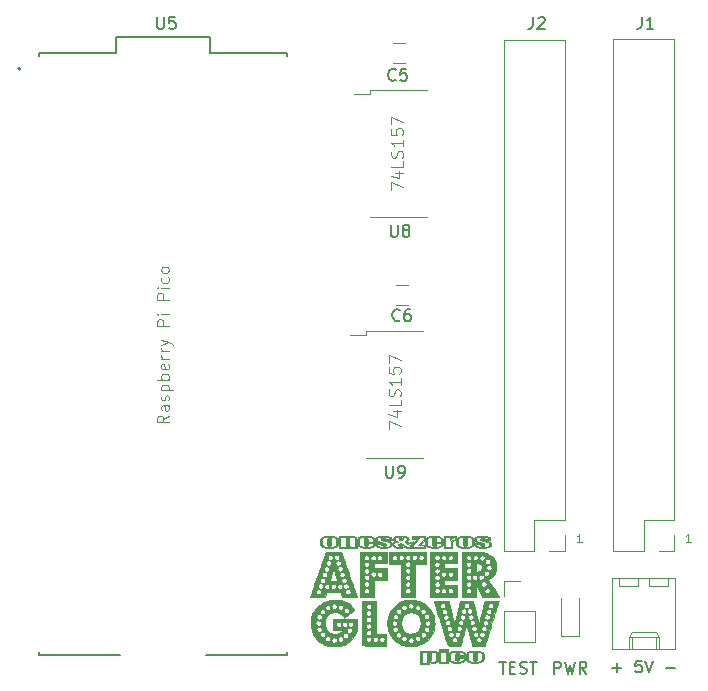
<source format=gto>
%TF.GenerationSoftware,KiCad,Pcbnew,5.1.10*%
%TF.CreationDate,2021-12-03T13:16:58+01:00*%
%TF.ProjectId,afterglow_pico,61667465-7267-46c6-9f77-5f7069636f2e,rev?*%
%TF.SameCoordinates,Original*%
%TF.FileFunction,Legend,Top*%
%TF.FilePolarity,Positive*%
%FSLAX46Y46*%
G04 Gerber Fmt 4.6, Leading zero omitted, Abs format (unit mm)*
G04 Created by KiCad (PCBNEW 5.1.10) date 2021-12-03 13:16:58*
%MOMM*%
%LPD*%
G01*
G04 APERTURE LIST*
%ADD10C,0.100000*%
%ADD11C,0.010000*%
%ADD12C,0.120000*%
%ADD13C,0.127000*%
%ADD14C,0.200000*%
%ADD15C,0.150000*%
G04 APERTURE END LIST*
D10*
X224214285Y-109939285D02*
X223785714Y-109939285D01*
X224000000Y-109939285D02*
X224000000Y-109189285D01*
X223928571Y-109296428D01*
X223857142Y-109367857D01*
X223785714Y-109403571D01*
X215014285Y-109939285D02*
X214585714Y-109939285D01*
X214800000Y-109939285D02*
X214800000Y-109189285D01*
X214728571Y-109296428D01*
X214657142Y-109367857D01*
X214585714Y-109403571D01*
X180052380Y-99200000D02*
X179576190Y-99533333D01*
X180052380Y-99771428D02*
X179052380Y-99771428D01*
X179052380Y-99390476D01*
X179100000Y-99295238D01*
X179147619Y-99247619D01*
X179242857Y-99200000D01*
X179385714Y-99200000D01*
X179480952Y-99247619D01*
X179528571Y-99295238D01*
X179576190Y-99390476D01*
X179576190Y-99771428D01*
X180052380Y-98342857D02*
X179528571Y-98342857D01*
X179433333Y-98390476D01*
X179385714Y-98485714D01*
X179385714Y-98676190D01*
X179433333Y-98771428D01*
X180004761Y-98342857D02*
X180052380Y-98438095D01*
X180052380Y-98676190D01*
X180004761Y-98771428D01*
X179909523Y-98819047D01*
X179814285Y-98819047D01*
X179719047Y-98771428D01*
X179671428Y-98676190D01*
X179671428Y-98438095D01*
X179623809Y-98342857D01*
X180004761Y-97914285D02*
X180052380Y-97819047D01*
X180052380Y-97628571D01*
X180004761Y-97533333D01*
X179909523Y-97485714D01*
X179861904Y-97485714D01*
X179766666Y-97533333D01*
X179719047Y-97628571D01*
X179719047Y-97771428D01*
X179671428Y-97866666D01*
X179576190Y-97914285D01*
X179528571Y-97914285D01*
X179433333Y-97866666D01*
X179385714Y-97771428D01*
X179385714Y-97628571D01*
X179433333Y-97533333D01*
X179385714Y-97057142D02*
X180385714Y-97057142D01*
X179433333Y-97057142D02*
X179385714Y-96961904D01*
X179385714Y-96771428D01*
X179433333Y-96676190D01*
X179480952Y-96628571D01*
X179576190Y-96580952D01*
X179861904Y-96580952D01*
X179957142Y-96628571D01*
X180004761Y-96676190D01*
X180052380Y-96771428D01*
X180052380Y-96961904D01*
X180004761Y-97057142D01*
X180052380Y-96152380D02*
X179052380Y-96152380D01*
X179433333Y-96152380D02*
X179385714Y-96057142D01*
X179385714Y-95866666D01*
X179433333Y-95771428D01*
X179480952Y-95723809D01*
X179576190Y-95676190D01*
X179861904Y-95676190D01*
X179957142Y-95723809D01*
X180004761Y-95771428D01*
X180052380Y-95866666D01*
X180052380Y-96057142D01*
X180004761Y-96152380D01*
X180004761Y-94866666D02*
X180052380Y-94961904D01*
X180052380Y-95152380D01*
X180004761Y-95247619D01*
X179909523Y-95295238D01*
X179528571Y-95295238D01*
X179433333Y-95247619D01*
X179385714Y-95152380D01*
X179385714Y-94961904D01*
X179433333Y-94866666D01*
X179528571Y-94819047D01*
X179623809Y-94819047D01*
X179719047Y-95295238D01*
X180052380Y-94390476D02*
X179385714Y-94390476D01*
X179576190Y-94390476D02*
X179480952Y-94342857D01*
X179433333Y-94295238D01*
X179385714Y-94200000D01*
X179385714Y-94104761D01*
X180052380Y-93771428D02*
X179385714Y-93771428D01*
X179576190Y-93771428D02*
X179480952Y-93723809D01*
X179433333Y-93676190D01*
X179385714Y-93580952D01*
X179385714Y-93485714D01*
X179385714Y-93247619D02*
X180052380Y-93009523D01*
X179385714Y-92771428D02*
X180052380Y-93009523D01*
X180290476Y-93104761D01*
X180338095Y-93152380D01*
X180385714Y-93247619D01*
X180052380Y-91628571D02*
X179052380Y-91628571D01*
X179052380Y-91247619D01*
X179100000Y-91152380D01*
X179147619Y-91104761D01*
X179242857Y-91057142D01*
X179385714Y-91057142D01*
X179480952Y-91104761D01*
X179528571Y-91152380D01*
X179576190Y-91247619D01*
X179576190Y-91628571D01*
X180052380Y-90628571D02*
X179385714Y-90628571D01*
X179052380Y-90628571D02*
X179100000Y-90676190D01*
X179147619Y-90628571D01*
X179100000Y-90580952D01*
X179052380Y-90628571D01*
X179147619Y-90628571D01*
X180052380Y-89390476D02*
X179052380Y-89390476D01*
X179052380Y-89009523D01*
X179100000Y-88914285D01*
X179147619Y-88866666D01*
X179242857Y-88819047D01*
X179385714Y-88819047D01*
X179480952Y-88866666D01*
X179528571Y-88914285D01*
X179576190Y-89009523D01*
X179576190Y-89390476D01*
X180052380Y-88390476D02*
X179385714Y-88390476D01*
X179052380Y-88390476D02*
X179100000Y-88438095D01*
X179147619Y-88390476D01*
X179100000Y-88342857D01*
X179052380Y-88390476D01*
X179147619Y-88390476D01*
X180004761Y-87485714D02*
X180052380Y-87580952D01*
X180052380Y-87771428D01*
X180004761Y-87866666D01*
X179957142Y-87914285D01*
X179861904Y-87961904D01*
X179576190Y-87961904D01*
X179480952Y-87914285D01*
X179433333Y-87866666D01*
X179385714Y-87771428D01*
X179385714Y-87580952D01*
X179433333Y-87485714D01*
X180052380Y-86914285D02*
X180004761Y-87009523D01*
X179957142Y-87057142D01*
X179861904Y-87104761D01*
X179576190Y-87104761D01*
X179480952Y-87057142D01*
X179433333Y-87009523D01*
X179385714Y-86914285D01*
X179385714Y-86771428D01*
X179433333Y-86676190D01*
X179480952Y-86628571D01*
X179576190Y-86580952D01*
X179861904Y-86580952D01*
X179957142Y-86628571D01*
X180004761Y-86676190D01*
X180052380Y-86771428D01*
X180052380Y-86914285D01*
X198852380Y-80119047D02*
X198852380Y-79452380D01*
X199852380Y-79880952D01*
X199185714Y-78642857D02*
X199852380Y-78642857D01*
X198804761Y-78880952D02*
X199519047Y-79119047D01*
X199519047Y-78500000D01*
X199852380Y-77642857D02*
X199852380Y-78119047D01*
X198852380Y-78119047D01*
X199804761Y-77357142D02*
X199852380Y-77214285D01*
X199852380Y-76976190D01*
X199804761Y-76880952D01*
X199757142Y-76833333D01*
X199661904Y-76785714D01*
X199566666Y-76785714D01*
X199471428Y-76833333D01*
X199423809Y-76880952D01*
X199376190Y-76976190D01*
X199328571Y-77166666D01*
X199280952Y-77261904D01*
X199233333Y-77309523D01*
X199138095Y-77357142D01*
X199042857Y-77357142D01*
X198947619Y-77309523D01*
X198900000Y-77261904D01*
X198852380Y-77166666D01*
X198852380Y-76928571D01*
X198900000Y-76785714D01*
X199852380Y-75833333D02*
X199852380Y-76404761D01*
X199852380Y-76119047D02*
X198852380Y-76119047D01*
X198995238Y-76214285D01*
X199090476Y-76309523D01*
X199138095Y-76404761D01*
X198852380Y-74928571D02*
X198852380Y-75404761D01*
X199328571Y-75452380D01*
X199280952Y-75404761D01*
X199233333Y-75309523D01*
X199233333Y-75071428D01*
X199280952Y-74976190D01*
X199328571Y-74928571D01*
X199423809Y-74880952D01*
X199661904Y-74880952D01*
X199757142Y-74928571D01*
X199804761Y-74976190D01*
X199852380Y-75071428D01*
X199852380Y-75309523D01*
X199804761Y-75404761D01*
X199757142Y-75452380D01*
X198852380Y-74547619D02*
X198852380Y-73880952D01*
X199852380Y-74309523D01*
X198652380Y-100319047D02*
X198652380Y-99652380D01*
X199652380Y-100080952D01*
X198985714Y-98842857D02*
X199652380Y-98842857D01*
X198604761Y-99080952D02*
X199319047Y-99319047D01*
X199319047Y-98700000D01*
X199652380Y-97842857D02*
X199652380Y-98319047D01*
X198652380Y-98319047D01*
X199604761Y-97557142D02*
X199652380Y-97414285D01*
X199652380Y-97176190D01*
X199604761Y-97080952D01*
X199557142Y-97033333D01*
X199461904Y-96985714D01*
X199366666Y-96985714D01*
X199271428Y-97033333D01*
X199223809Y-97080952D01*
X199176190Y-97176190D01*
X199128571Y-97366666D01*
X199080952Y-97461904D01*
X199033333Y-97509523D01*
X198938095Y-97557142D01*
X198842857Y-97557142D01*
X198747619Y-97509523D01*
X198700000Y-97461904D01*
X198652380Y-97366666D01*
X198652380Y-97128571D01*
X198700000Y-96985714D01*
X199652380Y-96033333D02*
X199652380Y-96604761D01*
X199652380Y-96319047D02*
X198652380Y-96319047D01*
X198795238Y-96414285D01*
X198890476Y-96509523D01*
X198938095Y-96604761D01*
X198652380Y-95128571D02*
X198652380Y-95604761D01*
X199128571Y-95652380D01*
X199080952Y-95604761D01*
X199033333Y-95509523D01*
X199033333Y-95271428D01*
X199080952Y-95176190D01*
X199128571Y-95128571D01*
X199223809Y-95080952D01*
X199461904Y-95080952D01*
X199557142Y-95128571D01*
X199604761Y-95176190D01*
X199652380Y-95271428D01*
X199652380Y-95509523D01*
X199604761Y-95604761D01*
X199557142Y-95652380D01*
X198652380Y-94747619D02*
X198652380Y-94080952D01*
X199652380Y-94509523D01*
D11*
%TO.C,G\u002A\u002A\u002A*%
G36*
X202512411Y-119124115D02*
G01*
X202610066Y-119137065D01*
X202688414Y-119160800D01*
X202752866Y-119196584D01*
X202769402Y-119209129D01*
X202797891Y-119244192D01*
X202818974Y-119298877D01*
X202832997Y-119375603D01*
X202840309Y-119476786D01*
X202841258Y-119604841D01*
X202839019Y-119692714D01*
X202833986Y-119800384D01*
X202826168Y-119881831D01*
X202813699Y-119942060D01*
X202794713Y-119986076D01*
X202767345Y-120018885D01*
X202729729Y-120045492D01*
X202702039Y-120060276D01*
X202616115Y-120091707D01*
X202510322Y-120112745D01*
X202394645Y-120122198D01*
X202279072Y-120118874D01*
X202244052Y-120114958D01*
X202181078Y-120105669D01*
X202127819Y-120096340D01*
X202093741Y-120088670D01*
X202089330Y-120087211D01*
X202073208Y-120084800D01*
X202065002Y-120098073D01*
X202062182Y-120133439D01*
X202061993Y-120156385D01*
X202061993Y-120236162D01*
X201327799Y-120236162D01*
X201327799Y-119189545D01*
X201468389Y-119189545D01*
X201468389Y-120173678D01*
X201923044Y-120173678D01*
X201921742Y-119959522D01*
X202039631Y-119959522D01*
X202043570Y-119968203D01*
X202054612Y-119976531D01*
X202118754Y-120011563D01*
X202195187Y-120033504D01*
X202290026Y-120043580D01*
X202390037Y-120043719D01*
X202471358Y-120039122D01*
X202539519Y-120031365D01*
X202586956Y-120021412D01*
X202598189Y-120017152D01*
X202626815Y-120000694D01*
X202648582Y-119979892D01*
X202664409Y-119950549D01*
X202675218Y-119908466D01*
X202681931Y-119849445D01*
X202685468Y-119769287D01*
X202686751Y-119663794D01*
X202686839Y-119613109D01*
X202686099Y-119517514D01*
X202684040Y-119430609D01*
X202680907Y-119358043D01*
X202676942Y-119305470D01*
X202672435Y-119278661D01*
X202642538Y-119241207D01*
X202588384Y-119212186D01*
X202515922Y-119192039D01*
X202431098Y-119181208D01*
X202339859Y-119180135D01*
X202248153Y-119189260D01*
X202161927Y-119209027D01*
X202094921Y-119235769D01*
X202041933Y-119262796D01*
X202116777Y-119273054D01*
X202165584Y-119282646D01*
X202202959Y-119295110D01*
X202212723Y-119300826D01*
X202220583Y-119314524D01*
X202226361Y-119343148D01*
X202230309Y-119390355D01*
X202232679Y-119459807D01*
X202233722Y-119555162D01*
X202233826Y-119608094D01*
X202233468Y-119720633D01*
X202231433Y-119805757D01*
X202226277Y-119867290D01*
X202216558Y-119909058D01*
X202200831Y-119934885D01*
X202177655Y-119948598D01*
X202145585Y-119954022D01*
X202103179Y-119954982D01*
X202102960Y-119954982D01*
X202057929Y-119955783D01*
X202039631Y-119959522D01*
X201921742Y-119959522D01*
X201920052Y-119681611D01*
X201919673Y-119619127D01*
X202061993Y-119619127D01*
X202062864Y-119724650D01*
X202065395Y-119806386D01*
X202069461Y-119862161D01*
X202074939Y-119889801D01*
X202077614Y-119892497D01*
X202083644Y-119877250D01*
X202088315Y-119832960D01*
X202091502Y-119761801D01*
X202093081Y-119665947D01*
X202093235Y-119619127D01*
X202092364Y-119513604D01*
X202089833Y-119431867D01*
X202085767Y-119376092D01*
X202080290Y-119348452D01*
X202077614Y-119345756D01*
X202071584Y-119361003D01*
X202066914Y-119405293D01*
X202063727Y-119476452D01*
X202062147Y-119572306D01*
X202061993Y-119619127D01*
X201919673Y-119619127D01*
X201917060Y-119189545D01*
X201468389Y-119189545D01*
X201327799Y-119189545D01*
X201327799Y-119125469D01*
X201769096Y-119123683D01*
X201894839Y-119123156D01*
X202020548Y-119122597D01*
X202139841Y-119122036D01*
X202246336Y-119121505D01*
X202333650Y-119121034D01*
X202390037Y-119120690D01*
X202512411Y-119124115D01*
G37*
X202512411Y-119124115D02*
X202610066Y-119137065D01*
X202688414Y-119160800D01*
X202752866Y-119196584D01*
X202769402Y-119209129D01*
X202797891Y-119244192D01*
X202818974Y-119298877D01*
X202832997Y-119375603D01*
X202840309Y-119476786D01*
X202841258Y-119604841D01*
X202839019Y-119692714D01*
X202833986Y-119800384D01*
X202826168Y-119881831D01*
X202813699Y-119942060D01*
X202794713Y-119986076D01*
X202767345Y-120018885D01*
X202729729Y-120045492D01*
X202702039Y-120060276D01*
X202616115Y-120091707D01*
X202510322Y-120112745D01*
X202394645Y-120122198D01*
X202279072Y-120118874D01*
X202244052Y-120114958D01*
X202181078Y-120105669D01*
X202127819Y-120096340D01*
X202093741Y-120088670D01*
X202089330Y-120087211D01*
X202073208Y-120084800D01*
X202065002Y-120098073D01*
X202062182Y-120133439D01*
X202061993Y-120156385D01*
X202061993Y-120236162D01*
X201327799Y-120236162D01*
X201327799Y-119189545D01*
X201468389Y-119189545D01*
X201468389Y-120173678D01*
X201923044Y-120173678D01*
X201921742Y-119959522D01*
X202039631Y-119959522D01*
X202043570Y-119968203D01*
X202054612Y-119976531D01*
X202118754Y-120011563D01*
X202195187Y-120033504D01*
X202290026Y-120043580D01*
X202390037Y-120043719D01*
X202471358Y-120039122D01*
X202539519Y-120031365D01*
X202586956Y-120021412D01*
X202598189Y-120017152D01*
X202626815Y-120000694D01*
X202648582Y-119979892D01*
X202664409Y-119950549D01*
X202675218Y-119908466D01*
X202681931Y-119849445D01*
X202685468Y-119769287D01*
X202686751Y-119663794D01*
X202686839Y-119613109D01*
X202686099Y-119517514D01*
X202684040Y-119430609D01*
X202680907Y-119358043D01*
X202676942Y-119305470D01*
X202672435Y-119278661D01*
X202642538Y-119241207D01*
X202588384Y-119212186D01*
X202515922Y-119192039D01*
X202431098Y-119181208D01*
X202339859Y-119180135D01*
X202248153Y-119189260D01*
X202161927Y-119209027D01*
X202094921Y-119235769D01*
X202041933Y-119262796D01*
X202116777Y-119273054D01*
X202165584Y-119282646D01*
X202202959Y-119295110D01*
X202212723Y-119300826D01*
X202220583Y-119314524D01*
X202226361Y-119343148D01*
X202230309Y-119390355D01*
X202232679Y-119459807D01*
X202233722Y-119555162D01*
X202233826Y-119608094D01*
X202233468Y-119720633D01*
X202231433Y-119805757D01*
X202226277Y-119867290D01*
X202216558Y-119909058D01*
X202200831Y-119934885D01*
X202177655Y-119948598D01*
X202145585Y-119954022D01*
X202103179Y-119954982D01*
X202102960Y-119954982D01*
X202057929Y-119955783D01*
X202039631Y-119959522D01*
X201921742Y-119959522D01*
X201920052Y-119681611D01*
X201919673Y-119619127D01*
X202061993Y-119619127D01*
X202062864Y-119724650D01*
X202065395Y-119806386D01*
X202069461Y-119862161D01*
X202074939Y-119889801D01*
X202077614Y-119892497D01*
X202083644Y-119877250D01*
X202088315Y-119832960D01*
X202091502Y-119761801D01*
X202093081Y-119665947D01*
X202093235Y-119619127D01*
X202092364Y-119513604D01*
X202089833Y-119431867D01*
X202085767Y-119376092D01*
X202080290Y-119348452D01*
X202077614Y-119345756D01*
X202071584Y-119361003D01*
X202066914Y-119405293D01*
X202063727Y-119476452D01*
X202062147Y-119572306D01*
X202061993Y-119619127D01*
X201919673Y-119619127D01*
X201917060Y-119189545D01*
X201468389Y-119189545D01*
X201327799Y-119189545D01*
X201327799Y-119125469D01*
X201769096Y-119123683D01*
X201894839Y-119123156D01*
X202020548Y-119122597D01*
X202139841Y-119122036D01*
X202246336Y-119121505D01*
X202333650Y-119121034D01*
X202390037Y-119120690D01*
X202512411Y-119124115D01*
G36*
X204582910Y-119117292D02*
G01*
X204724854Y-119134000D01*
X204852118Y-119160623D01*
X204960529Y-119196101D01*
X205045913Y-119239372D01*
X205096641Y-119280808D01*
X205141683Y-119350040D01*
X205166872Y-119434114D01*
X205170603Y-119480867D01*
X205170603Y-119533210D01*
X204467651Y-119533210D01*
X204467651Y-119439483D01*
X204465280Y-119389559D01*
X204459085Y-119355712D01*
X204452030Y-119345756D01*
X204445985Y-119360340D01*
X204441367Y-119400008D01*
X204438155Y-119458637D01*
X204436331Y-119530101D01*
X204435873Y-119608278D01*
X204436763Y-119687041D01*
X204438981Y-119760268D01*
X204442506Y-119821834D01*
X204447319Y-119865614D01*
X204453400Y-119885485D01*
X204453776Y-119885766D01*
X204475213Y-119885896D01*
X204489890Y-119856242D01*
X204497541Y-119797579D01*
X204498654Y-119755812D01*
X204498893Y-119658180D01*
X205170603Y-119658180D01*
X205170603Y-119735268D01*
X205167167Y-119791172D01*
X205158512Y-119841437D01*
X205153988Y-119856332D01*
X205111667Y-119926108D01*
X205041960Y-119988404D01*
X204948290Y-120040930D01*
X204834080Y-120081394D01*
X204807711Y-120088167D01*
X204741588Y-120099672D01*
X204652870Y-120108912D01*
X204550143Y-120115570D01*
X204441992Y-120119325D01*
X204337003Y-120119860D01*
X204243764Y-120116854D01*
X204181450Y-120111442D01*
X204042836Y-120086129D01*
X203924991Y-120048568D01*
X203830375Y-119999989D01*
X203761448Y-119941624D01*
X203723706Y-119882451D01*
X203713734Y-119841400D01*
X203706629Y-119777806D01*
X203702363Y-119699064D01*
X203700912Y-119612569D01*
X203701049Y-119603619D01*
X203850615Y-119603619D01*
X203850925Y-119699820D01*
X203852230Y-119770075D01*
X203855098Y-119819677D01*
X203860095Y-119853919D01*
X203867787Y-119878095D01*
X203878743Y-119897497D01*
X203882670Y-119903067D01*
X203927465Y-119945868D01*
X203993664Y-119985923D01*
X204071524Y-120018032D01*
X204125183Y-120032475D01*
X204179132Y-120039316D01*
X204255383Y-120043242D01*
X204346835Y-120044467D01*
X204446386Y-120043203D01*
X204546937Y-120039664D01*
X204641385Y-120034062D01*
X204722629Y-120026612D01*
X204783569Y-120017526D01*
X204805417Y-120012053D01*
X204887561Y-119974476D01*
X204955177Y-119922001D01*
X205002467Y-119860216D01*
X205022649Y-119802675D01*
X205032759Y-119736285D01*
X204639484Y-119736285D01*
X204639484Y-119807291D01*
X204630315Y-119874651D01*
X204601207Y-119920319D01*
X204549760Y-119946394D01*
X204473571Y-119954972D01*
X204470468Y-119954982D01*
X204406423Y-119951285D01*
X204362085Y-119938440D01*
X204336978Y-119922605D01*
X204295818Y-119890229D01*
X204295818Y-119611298D01*
X204296167Y-119504479D01*
X204298017Y-119424613D01*
X204302580Y-119367413D01*
X204311063Y-119328593D01*
X204324677Y-119303865D01*
X204344630Y-119288942D01*
X204372131Y-119279536D01*
X204390606Y-119275228D01*
X204451156Y-119270841D01*
X204514369Y-119279973D01*
X204566455Y-119300071D01*
X204580905Y-119310446D01*
X204602557Y-119350258D01*
X204608242Y-119402852D01*
X204608242Y-119470726D01*
X205033400Y-119470726D01*
X205022738Y-119427768D01*
X204996285Y-119354431D01*
X204955247Y-119298911D01*
X204894896Y-119257319D01*
X204810508Y-119225768D01*
X204762339Y-119213561D01*
X204638749Y-119192030D01*
X204508924Y-119181074D01*
X204378072Y-119180126D01*
X204251401Y-119188621D01*
X204134116Y-119205995D01*
X204031425Y-119231681D01*
X203948536Y-119265114D01*
X203890655Y-119305730D01*
X203887984Y-119308497D01*
X203874116Y-119324499D01*
X203864186Y-119341784D01*
X203857538Y-119365538D01*
X203853513Y-119400947D01*
X203851456Y-119453200D01*
X203850710Y-119527483D01*
X203850615Y-119603619D01*
X203701049Y-119603619D01*
X203702249Y-119525715D01*
X203706349Y-119445898D01*
X203713185Y-119380512D01*
X203722733Y-119336953D01*
X203725630Y-119330167D01*
X203774059Y-119269138D01*
X203850329Y-119217020D01*
X203952132Y-119174527D01*
X204077161Y-119142376D01*
X204223107Y-119121283D01*
X204387663Y-119111963D01*
X204430457Y-119111557D01*
X204582910Y-119117292D01*
G37*
X204582910Y-119117292D02*
X204724854Y-119134000D01*
X204852118Y-119160623D01*
X204960529Y-119196101D01*
X205045913Y-119239372D01*
X205096641Y-119280808D01*
X205141683Y-119350040D01*
X205166872Y-119434114D01*
X205170603Y-119480867D01*
X205170603Y-119533210D01*
X204467651Y-119533210D01*
X204467651Y-119439483D01*
X204465280Y-119389559D01*
X204459085Y-119355712D01*
X204452030Y-119345756D01*
X204445985Y-119360340D01*
X204441367Y-119400008D01*
X204438155Y-119458637D01*
X204436331Y-119530101D01*
X204435873Y-119608278D01*
X204436763Y-119687041D01*
X204438981Y-119760268D01*
X204442506Y-119821834D01*
X204447319Y-119865614D01*
X204453400Y-119885485D01*
X204453776Y-119885766D01*
X204475213Y-119885896D01*
X204489890Y-119856242D01*
X204497541Y-119797579D01*
X204498654Y-119755812D01*
X204498893Y-119658180D01*
X205170603Y-119658180D01*
X205170603Y-119735268D01*
X205167167Y-119791172D01*
X205158512Y-119841437D01*
X205153988Y-119856332D01*
X205111667Y-119926108D01*
X205041960Y-119988404D01*
X204948290Y-120040930D01*
X204834080Y-120081394D01*
X204807711Y-120088167D01*
X204741588Y-120099672D01*
X204652870Y-120108912D01*
X204550143Y-120115570D01*
X204441992Y-120119325D01*
X204337003Y-120119860D01*
X204243764Y-120116854D01*
X204181450Y-120111442D01*
X204042836Y-120086129D01*
X203924991Y-120048568D01*
X203830375Y-119999989D01*
X203761448Y-119941624D01*
X203723706Y-119882451D01*
X203713734Y-119841400D01*
X203706629Y-119777806D01*
X203702363Y-119699064D01*
X203700912Y-119612569D01*
X203701049Y-119603619D01*
X203850615Y-119603619D01*
X203850925Y-119699820D01*
X203852230Y-119770075D01*
X203855098Y-119819677D01*
X203860095Y-119853919D01*
X203867787Y-119878095D01*
X203878743Y-119897497D01*
X203882670Y-119903067D01*
X203927465Y-119945868D01*
X203993664Y-119985923D01*
X204071524Y-120018032D01*
X204125183Y-120032475D01*
X204179132Y-120039316D01*
X204255383Y-120043242D01*
X204346835Y-120044467D01*
X204446386Y-120043203D01*
X204546937Y-120039664D01*
X204641385Y-120034062D01*
X204722629Y-120026612D01*
X204783569Y-120017526D01*
X204805417Y-120012053D01*
X204887561Y-119974476D01*
X204955177Y-119922001D01*
X205002467Y-119860216D01*
X205022649Y-119802675D01*
X205032759Y-119736285D01*
X204639484Y-119736285D01*
X204639484Y-119807291D01*
X204630315Y-119874651D01*
X204601207Y-119920319D01*
X204549760Y-119946394D01*
X204473571Y-119954972D01*
X204470468Y-119954982D01*
X204406423Y-119951285D01*
X204362085Y-119938440D01*
X204336978Y-119922605D01*
X204295818Y-119890229D01*
X204295818Y-119611298D01*
X204296167Y-119504479D01*
X204298017Y-119424613D01*
X204302580Y-119367413D01*
X204311063Y-119328593D01*
X204324677Y-119303865D01*
X204344630Y-119288942D01*
X204372131Y-119279536D01*
X204390606Y-119275228D01*
X204451156Y-119270841D01*
X204514369Y-119279973D01*
X204566455Y-119300071D01*
X204580905Y-119310446D01*
X204602557Y-119350258D01*
X204608242Y-119402852D01*
X204608242Y-119470726D01*
X205033400Y-119470726D01*
X205022738Y-119427768D01*
X204996285Y-119354431D01*
X204955247Y-119298911D01*
X204894896Y-119257319D01*
X204810508Y-119225768D01*
X204762339Y-119213561D01*
X204638749Y-119192030D01*
X204508924Y-119181074D01*
X204378072Y-119180126D01*
X204251401Y-119188621D01*
X204134116Y-119205995D01*
X204031425Y-119231681D01*
X203948536Y-119265114D01*
X203890655Y-119305730D01*
X203887984Y-119308497D01*
X203874116Y-119324499D01*
X203864186Y-119341784D01*
X203857538Y-119365538D01*
X203853513Y-119400947D01*
X203851456Y-119453200D01*
X203850710Y-119527483D01*
X203850615Y-119603619D01*
X203701049Y-119603619D01*
X203702249Y-119525715D01*
X203706349Y-119445898D01*
X203713185Y-119380512D01*
X203722733Y-119336953D01*
X203725630Y-119330167D01*
X203774059Y-119269138D01*
X203850329Y-119217020D01*
X203952132Y-119174527D01*
X204077161Y-119142376D01*
X204223107Y-119121283D01*
X204387663Y-119111963D01*
X204430457Y-119111557D01*
X204582910Y-119117292D01*
G36*
X206103519Y-119117717D02*
G01*
X206258860Y-119135965D01*
X206393857Y-119165610D01*
X206506252Y-119205965D01*
X206593792Y-119256338D01*
X206654220Y-119316041D01*
X206667416Y-119336918D01*
X206678238Y-119362524D01*
X206685681Y-119396782D01*
X206690263Y-119445283D01*
X206692504Y-119513617D01*
X206692924Y-119607374D01*
X206692911Y-119611316D01*
X206691535Y-119713771D01*
X206687239Y-119790741D01*
X206678607Y-119847949D01*
X206664222Y-119891117D01*
X206642665Y-119925967D01*
X206612520Y-119958221D01*
X206605328Y-119964870D01*
X206528621Y-120017026D01*
X206425732Y-120059650D01*
X206300412Y-120092162D01*
X206156411Y-120113981D01*
X205997480Y-120124525D01*
X205827369Y-120123213D01*
X205662670Y-120110872D01*
X205523461Y-120088313D01*
X205406208Y-120053279D01*
X205313251Y-120006774D01*
X205246935Y-119949801D01*
X205228790Y-119924948D01*
X205214090Y-119897820D01*
X205203817Y-119867537D01*
X205196957Y-119827530D01*
X205192495Y-119771233D01*
X205189417Y-119692079D01*
X205188673Y-119665257D01*
X205188396Y-119629712D01*
X205334625Y-119629712D01*
X205335005Y-119720470D01*
X205336589Y-119785661D01*
X205340050Y-119830957D01*
X205346058Y-119862030D01*
X205355282Y-119884550D01*
X205366833Y-119902117D01*
X205405410Y-119946167D01*
X205450403Y-119980770D01*
X205505662Y-120006830D01*
X205575036Y-120025249D01*
X205662373Y-120036928D01*
X205771522Y-120042770D01*
X205906333Y-120043678D01*
X205967282Y-120042879D01*
X206079922Y-120040289D01*
X206166642Y-120036596D01*
X206232757Y-120031325D01*
X206283582Y-120023999D01*
X206324434Y-120014141D01*
X206338512Y-120009611D01*
X206398720Y-119982958D01*
X206457193Y-119947778D01*
X206479102Y-119930927D01*
X206537454Y-119880523D01*
X206542513Y-119642591D01*
X206543887Y-119535489D01*
X206541953Y-119454620D01*
X206535398Y-119395035D01*
X206522912Y-119351789D01*
X206503181Y-119319934D01*
X206474895Y-119294524D01*
X206445142Y-119275464D01*
X206368938Y-119239172D01*
X206278767Y-119212636D01*
X206170182Y-119195066D01*
X206038736Y-119185670D01*
X205928229Y-119183525D01*
X205772545Y-119187283D01*
X205644569Y-119200043D01*
X205541889Y-119222503D01*
X205462094Y-119255361D01*
X205402773Y-119299317D01*
X205366420Y-119346309D01*
X205353787Y-119371089D01*
X205344979Y-119399117D01*
X205339329Y-119436344D01*
X205336170Y-119488720D01*
X205334834Y-119562195D01*
X205334625Y-119629712D01*
X205188396Y-119629712D01*
X205187862Y-119561380D01*
X205191058Y-119474651D01*
X205197980Y-119410802D01*
X205202012Y-119391887D01*
X205239325Y-119312279D01*
X205304779Y-119245788D01*
X205398114Y-119192512D01*
X205519070Y-119152552D01*
X205667385Y-119126009D01*
X205842800Y-119112982D01*
X205930088Y-119111557D01*
X206103519Y-119117717D01*
G37*
X206103519Y-119117717D02*
X206258860Y-119135965D01*
X206393857Y-119165610D01*
X206506252Y-119205965D01*
X206593792Y-119256338D01*
X206654220Y-119316041D01*
X206667416Y-119336918D01*
X206678238Y-119362524D01*
X206685681Y-119396782D01*
X206690263Y-119445283D01*
X206692504Y-119513617D01*
X206692924Y-119607374D01*
X206692911Y-119611316D01*
X206691535Y-119713771D01*
X206687239Y-119790741D01*
X206678607Y-119847949D01*
X206664222Y-119891117D01*
X206642665Y-119925967D01*
X206612520Y-119958221D01*
X206605328Y-119964870D01*
X206528621Y-120017026D01*
X206425732Y-120059650D01*
X206300412Y-120092162D01*
X206156411Y-120113981D01*
X205997480Y-120124525D01*
X205827369Y-120123213D01*
X205662670Y-120110872D01*
X205523461Y-120088313D01*
X205406208Y-120053279D01*
X205313251Y-120006774D01*
X205246935Y-119949801D01*
X205228790Y-119924948D01*
X205214090Y-119897820D01*
X205203817Y-119867537D01*
X205196957Y-119827530D01*
X205192495Y-119771233D01*
X205189417Y-119692079D01*
X205188673Y-119665257D01*
X205188396Y-119629712D01*
X205334625Y-119629712D01*
X205335005Y-119720470D01*
X205336589Y-119785661D01*
X205340050Y-119830957D01*
X205346058Y-119862030D01*
X205355282Y-119884550D01*
X205366833Y-119902117D01*
X205405410Y-119946167D01*
X205450403Y-119980770D01*
X205505662Y-120006830D01*
X205575036Y-120025249D01*
X205662373Y-120036928D01*
X205771522Y-120042770D01*
X205906333Y-120043678D01*
X205967282Y-120042879D01*
X206079922Y-120040289D01*
X206166642Y-120036596D01*
X206232757Y-120031325D01*
X206283582Y-120023999D01*
X206324434Y-120014141D01*
X206338512Y-120009611D01*
X206398720Y-119982958D01*
X206457193Y-119947778D01*
X206479102Y-119930927D01*
X206537454Y-119880523D01*
X206542513Y-119642591D01*
X206543887Y-119535489D01*
X206541953Y-119454620D01*
X206535398Y-119395035D01*
X206522912Y-119351789D01*
X206503181Y-119319934D01*
X206474895Y-119294524D01*
X206445142Y-119275464D01*
X206368938Y-119239172D01*
X206278767Y-119212636D01*
X206170182Y-119195066D01*
X206038736Y-119185670D01*
X205928229Y-119183525D01*
X205772545Y-119187283D01*
X205644569Y-119200043D01*
X205541889Y-119222503D01*
X205462094Y-119255361D01*
X205402773Y-119299317D01*
X205366420Y-119346309D01*
X205353787Y-119371089D01*
X205344979Y-119399117D01*
X205339329Y-119436344D01*
X205336170Y-119488720D01*
X205334834Y-119562195D01*
X205334625Y-119629712D01*
X205188396Y-119629712D01*
X205187862Y-119561380D01*
X205191058Y-119474651D01*
X205197980Y-119410802D01*
X205202012Y-119391887D01*
X205239325Y-119312279D01*
X205304779Y-119245788D01*
X205398114Y-119192512D01*
X205519070Y-119152552D01*
X205667385Y-119126009D01*
X205842800Y-119112982D01*
X205930088Y-119111557D01*
X206103519Y-119117717D01*
G36*
X203639730Y-120111193D02*
G01*
X202889914Y-120111193D01*
X202889914Y-119189545D01*
X203030505Y-119189545D01*
X203030505Y-120033087D01*
X203499139Y-120033087D01*
X203499139Y-119189545D01*
X203030505Y-119189545D01*
X202889914Y-119189545D01*
X202889914Y-118986470D01*
X203030505Y-118986470D01*
X203030505Y-119064576D01*
X203499139Y-119064576D01*
X203499139Y-118986470D01*
X203030505Y-118986470D01*
X202889914Y-118986470D01*
X202889914Y-118923985D01*
X203639730Y-118923985D01*
X203639730Y-120111193D01*
G37*
X203639730Y-120111193D02*
X202889914Y-120111193D01*
X202889914Y-119189545D01*
X203030505Y-119189545D01*
X203030505Y-120033087D01*
X203499139Y-120033087D01*
X203499139Y-119189545D01*
X203030505Y-119189545D01*
X202889914Y-119189545D01*
X202889914Y-118986470D01*
X203030505Y-118986470D01*
X203030505Y-119064576D01*
X203499139Y-119064576D01*
X203499139Y-118986470D01*
X203030505Y-118986470D01*
X202889914Y-118986470D01*
X202889914Y-118923985D01*
X203639730Y-118923985D01*
X203639730Y-120111193D01*
G36*
X194345828Y-114810861D02*
G01*
X194591735Y-114843436D01*
X194815305Y-114897708D01*
X195016479Y-114973664D01*
X195195202Y-115071288D01*
X195243328Y-115104009D01*
X195351344Y-115193425D01*
X195461461Y-115307728D01*
X195568637Y-115441389D01*
X195626738Y-115524506D01*
X195718861Y-115663219D01*
X195676867Y-115696339D01*
X195605865Y-115752079D01*
X195524677Y-115815384D01*
X195436679Y-115883667D01*
X195345245Y-115954338D01*
X195253750Y-116024809D01*
X195165571Y-116092490D01*
X195084081Y-116154792D01*
X195012655Y-116209127D01*
X194954670Y-116252905D01*
X194913500Y-116283538D01*
X194892520Y-116298437D01*
X194890608Y-116299459D01*
X194877990Y-116287506D01*
X194854429Y-116256291D01*
X194830493Y-116220879D01*
X194731766Y-116094892D01*
X194615833Y-115994620D01*
X194483602Y-115920734D01*
X194374741Y-115883163D01*
X194291777Y-115867310D01*
X194192570Y-115857752D01*
X194086359Y-115854481D01*
X193982384Y-115857488D01*
X193889883Y-115866766D01*
X193818096Y-115882307D01*
X193814023Y-115883651D01*
X193666938Y-115949085D01*
X193539584Y-116037457D01*
X193433006Y-116146668D01*
X193348252Y-116274616D01*
X193286369Y-116419199D01*
X193248402Y-116578317D01*
X193235399Y-116749869D01*
X193248406Y-116931754D01*
X193259266Y-116997304D01*
X193302794Y-117150929D01*
X193370192Y-117288574D01*
X193458355Y-117408633D01*
X193564176Y-117509496D01*
X193684547Y-117589556D01*
X193816363Y-117647204D01*
X193956515Y-117680832D01*
X194101898Y-117688832D01*
X194249404Y-117669595D01*
X194395927Y-117621514D01*
X194432474Y-117604586D01*
X194486267Y-117573876D01*
X194545296Y-117533461D01*
X194603753Y-117488214D01*
X194655831Y-117443010D01*
X194695720Y-117402723D01*
X194701952Y-117394042D01*
X195084774Y-117394042D01*
X195103016Y-117466052D01*
X195143500Y-117529471D01*
X195204267Y-117576896D01*
X195209004Y-117579314D01*
X195274300Y-117604982D01*
X195331108Y-117608808D01*
X195392607Y-117590812D01*
X195417131Y-117579627D01*
X195479491Y-117534104D01*
X195521769Y-117471917D01*
X195541985Y-117400451D01*
X195538161Y-117327088D01*
X195508316Y-117259214D01*
X195504455Y-117253853D01*
X195445781Y-117192593D01*
X195379900Y-117159424D01*
X195313654Y-117150984D01*
X195237050Y-117162658D01*
X195172591Y-117199760D01*
X195122852Y-117253853D01*
X195090733Y-117320841D01*
X195084774Y-117394042D01*
X194701952Y-117394042D01*
X194717614Y-117372229D01*
X194720050Y-117363219D01*
X194707436Y-117357333D01*
X194668802Y-117352753D01*
X194602962Y-117349427D01*
X194508726Y-117347302D01*
X194384909Y-117346328D01*
X194329521Y-117346248D01*
X193938992Y-117346248D01*
X193938992Y-116870036D01*
X194181120Y-116870036D01*
X194182770Y-116927354D01*
X194190146Y-116965056D01*
X194206889Y-116994697D01*
X194227983Y-117018802D01*
X194264620Y-117052992D01*
X194298433Y-117077457D01*
X194306089Y-117081322D01*
X194365920Y-117094286D01*
X194436297Y-117092850D01*
X194501497Y-117078120D01*
X194527932Y-117065700D01*
X194583520Y-117015370D01*
X194616372Y-116950629D01*
X194626743Y-116878225D01*
X194622271Y-116850566D01*
X194689516Y-116850566D01*
X194693918Y-116923082D01*
X194718809Y-116990524D01*
X194764144Y-117045775D01*
X194802158Y-117070619D01*
X194874225Y-117092166D01*
X194952284Y-117093249D01*
X195023160Y-117074190D01*
X195040682Y-117064821D01*
X195094820Y-117014275D01*
X195128930Y-116946892D01*
X195141048Y-116871325D01*
X195140809Y-116869803D01*
X195204306Y-116869803D01*
X195216404Y-116957469D01*
X195251665Y-117024572D01*
X195308536Y-117069661D01*
X195385464Y-117091284D01*
X195442314Y-117092285D01*
X195504842Y-117084276D01*
X195547999Y-117067432D01*
X195572673Y-117048465D01*
X195628937Y-116978586D01*
X195654749Y-116903210D01*
X195649834Y-116823611D01*
X195631655Y-116773578D01*
X195585426Y-116709642D01*
X195521380Y-116666101D01*
X195446997Y-116645177D01*
X195369757Y-116649092D01*
X195303403Y-116676047D01*
X195245629Y-116727324D01*
X195213082Y-116795277D01*
X195204306Y-116869803D01*
X195140809Y-116869803D01*
X195129211Y-116796228D01*
X195110663Y-116756407D01*
X195055746Y-116693594D01*
X194986107Y-116655959D01*
X194907413Y-116645010D01*
X194825331Y-116662251D01*
X194799683Y-116673760D01*
X194742354Y-116718787D01*
X194705646Y-116780095D01*
X194689516Y-116850566D01*
X194622271Y-116850566D01*
X194614887Y-116804903D01*
X194581057Y-116737409D01*
X194525507Y-116682489D01*
X194513212Y-116674454D01*
X194439169Y-116646271D01*
X194361676Y-116647077D01*
X194286068Y-116675880D01*
X194220173Y-116728987D01*
X194197866Y-116757828D01*
X194185992Y-116790567D01*
X194181524Y-116838142D01*
X194181120Y-116870036D01*
X193938992Y-116870036D01*
X193938992Y-116393358D01*
X194962668Y-116393358D01*
X195167011Y-116393397D01*
X195342350Y-116393555D01*
X195490925Y-116393890D01*
X195614975Y-116394461D01*
X195716738Y-116395328D01*
X195798453Y-116396550D01*
X195862359Y-116398185D01*
X195910696Y-116400294D01*
X195945701Y-116402935D01*
X195969615Y-116406167D01*
X195984675Y-116410050D01*
X195993121Y-116414642D01*
X195997192Y-116420003D01*
X195997491Y-116420695D01*
X196000873Y-116444112D01*
X196003851Y-116493612D01*
X196006257Y-116564034D01*
X196007924Y-116650220D01*
X196008687Y-116747010D01*
X196008716Y-116768266D01*
X196007529Y-116909296D01*
X196003183Y-117026632D01*
X195994613Y-117127752D01*
X195980756Y-117220134D01*
X195960550Y-117311255D01*
X195932930Y-117408594D01*
X195905553Y-117493653D01*
X195818600Y-117705943D01*
X195704726Y-117904414D01*
X195566137Y-118086547D01*
X195405042Y-118249821D01*
X195223645Y-118391717D01*
X195024153Y-118509716D01*
X195009041Y-118517277D01*
X194857613Y-118587075D01*
X194715966Y-118640492D01*
X194575887Y-118679442D01*
X194429164Y-118705835D01*
X194267586Y-118721584D01*
X194103014Y-118728232D01*
X194009036Y-118729718D01*
X193922943Y-118730279D01*
X193850817Y-118729939D01*
X193798741Y-118728719D01*
X193774970Y-118727035D01*
X193519295Y-118677088D01*
X193284986Y-118605593D01*
X193069895Y-118511573D01*
X192871874Y-118394052D01*
X192688775Y-118252053D01*
X192646548Y-118213977D01*
X192526986Y-118087609D01*
X193267682Y-118087609D01*
X193279603Y-118160251D01*
X193296575Y-118198583D01*
X193345681Y-118251208D01*
X193412217Y-118284985D01*
X193487314Y-118297932D01*
X193562103Y-118288069D01*
X193607185Y-118267981D01*
X193668570Y-118215225D01*
X193682948Y-118190246D01*
X193798558Y-118190246D01*
X193800577Y-118264862D01*
X193824180Y-118330147D01*
X193873918Y-118386019D01*
X193940656Y-118422411D01*
X194015775Y-118437322D01*
X194090652Y-118428754D01*
X194143662Y-118404270D01*
X194200545Y-118350124D01*
X194235656Y-118282767D01*
X194248862Y-118209090D01*
X194241505Y-118148185D01*
X194347196Y-118148185D01*
X194354153Y-118189219D01*
X194372468Y-118226319D01*
X194379218Y-118236654D01*
X194437599Y-118298722D01*
X194508497Y-118334543D01*
X194586486Y-118342544D01*
X194666140Y-118321153D01*
X194667874Y-118320338D01*
X194731304Y-118274112D01*
X194776392Y-118208579D01*
X194797354Y-118132849D01*
X194798155Y-118115094D01*
X194785041Y-118032797D01*
X194749135Y-117966574D01*
X194695596Y-117918535D01*
X194629581Y-117890790D01*
X194556247Y-117885449D01*
X194480751Y-117904624D01*
X194408253Y-117950424D01*
X194404274Y-117953918D01*
X194375259Y-117984168D01*
X194359140Y-118016630D01*
X194351019Y-118063308D01*
X194348829Y-118089837D01*
X194347196Y-118148185D01*
X194241505Y-118148185D01*
X194240031Y-118135986D01*
X194209029Y-118070347D01*
X194155725Y-118019063D01*
X194151128Y-118016172D01*
X194091335Y-117994148D01*
X194018397Y-117987379D01*
X193946603Y-117996170D01*
X193906283Y-118010906D01*
X193853691Y-118054402D01*
X193817022Y-118117137D01*
X193798558Y-118190246D01*
X193682948Y-118190246D01*
X193705504Y-118151062D01*
X193719247Y-118081238D01*
X193711063Y-118011497D01*
X193682212Y-117947584D01*
X193633957Y-117895244D01*
X193567560Y-117860223D01*
X193515265Y-117849468D01*
X193428058Y-117853751D01*
X193356826Y-117884734D01*
X193302009Y-117942216D01*
X193298155Y-117948260D01*
X193273895Y-118012316D01*
X193267682Y-118087609D01*
X192526986Y-118087609D01*
X192485488Y-118043749D01*
X192349788Y-117855654D01*
X192268462Y-117704005D01*
X192834837Y-117704005D01*
X192835099Y-117775245D01*
X192857356Y-117841135D01*
X192897433Y-117897632D01*
X192951157Y-117940694D01*
X193014353Y-117966277D01*
X193082846Y-117970340D01*
X193152462Y-117948840D01*
X193174779Y-117935575D01*
X193241354Y-117876487D01*
X193282614Y-117808566D01*
X193283424Y-117804562D01*
X194767973Y-117804562D01*
X194777996Y-117884550D01*
X194787925Y-117913017D01*
X194816022Y-117963351D01*
X194855895Y-117998349D01*
X194917134Y-118026353D01*
X194919071Y-118027054D01*
X194997858Y-118040439D01*
X195076506Y-118023144D01*
X195118389Y-118001731D01*
X195177023Y-117949828D01*
X195212871Y-117883816D01*
X195225862Y-117810619D01*
X195215922Y-117737165D01*
X195182980Y-117670378D01*
X195126963Y-117617184D01*
X195122435Y-117614309D01*
X195054624Y-117587746D01*
X194977237Y-117580754D01*
X194903260Y-117593550D01*
X194867200Y-117610022D01*
X194814693Y-117659202D01*
X194780912Y-117726747D01*
X194767973Y-117804562D01*
X193283424Y-117804562D01*
X193297195Y-117736563D01*
X193283729Y-117665230D01*
X193263377Y-117627270D01*
X193210881Y-117564524D01*
X193153938Y-117528516D01*
X193084996Y-117514899D01*
X193067434Y-117514476D01*
X192982715Y-117526104D01*
X192916214Y-117562242D01*
X192864605Y-117624770D01*
X192860745Y-117631457D01*
X192834837Y-117704005D01*
X192268462Y-117704005D01*
X192239791Y-117650544D01*
X192155842Y-117429268D01*
X192124307Y-117299645D01*
X192535892Y-117299645D01*
X192552804Y-117377018D01*
X192591514Y-117441586D01*
X192656623Y-117498959D01*
X192729571Y-117527777D01*
X192806735Y-117526942D01*
X192840589Y-117517087D01*
X192909782Y-117476045D01*
X192960929Y-117415861D01*
X192990300Y-117343700D01*
X192994164Y-117266729D01*
X192987396Y-117235061D01*
X192955341Y-117174249D01*
X192902732Y-117120134D01*
X192840065Y-117082170D01*
X192806118Y-117071784D01*
X192742426Y-117072086D01*
X192673428Y-117091036D01*
X192612416Y-117123836D01*
X192581199Y-117152945D01*
X192545262Y-117222297D01*
X192535892Y-117299645D01*
X192124307Y-117299645D01*
X192098283Y-117192676D01*
X192067459Y-116941617D01*
X192062760Y-116794353D01*
X192448298Y-116794353D01*
X192455740Y-116833564D01*
X192490304Y-116908319D01*
X192544912Y-116962604D01*
X192613835Y-116993609D01*
X192691345Y-116998526D01*
X192756920Y-116981275D01*
X192809063Y-116948455D01*
X192857768Y-116899654D01*
X192892825Y-116846116D01*
X192901909Y-116821633D01*
X192904496Y-116751938D01*
X192882266Y-116680849D01*
X192840087Y-116616704D01*
X192782828Y-116567844D01*
X192742869Y-116549205D01*
X192663388Y-116537276D01*
X192590254Y-116552213D01*
X192527823Y-116589702D01*
X192480450Y-116645430D01*
X192452490Y-116715085D01*
X192448298Y-116794353D01*
X192062760Y-116794353D01*
X192061927Y-116768266D01*
X192074539Y-116519027D01*
X192111942Y-116286790D01*
X192114475Y-116278046D01*
X192538516Y-116278046D01*
X192546425Y-116313789D01*
X192582236Y-116384198D01*
X192637977Y-116435561D01*
X192707319Y-116465763D01*
X192783937Y-116472690D01*
X192861501Y-116454225D01*
X192901999Y-116432659D01*
X192942683Y-116391094D01*
X192975182Y-116331300D01*
X192994063Y-116266169D01*
X192994729Y-116212575D01*
X192967835Y-116144401D01*
X192918829Y-116084966D01*
X192855676Y-116041078D01*
X192786339Y-116019547D01*
X192767679Y-116018450D01*
X192686076Y-116032292D01*
X192618473Y-116070358D01*
X192568755Y-116127463D01*
X192540808Y-116198422D01*
X192538516Y-116278046D01*
X192114475Y-116278046D01*
X192175288Y-116068130D01*
X192265729Y-115859622D01*
X192319132Y-115768830D01*
X192834044Y-115768830D01*
X192834329Y-115841270D01*
X192857421Y-115907621D01*
X192899140Y-115963746D01*
X192955307Y-116005511D01*
X193021742Y-116028783D01*
X193094264Y-116029425D01*
X193168696Y-116003304D01*
X193171428Y-116001772D01*
X193238902Y-115950236D01*
X193279276Y-115885896D01*
X193294627Y-115816905D01*
X193294778Y-115760739D01*
X193279786Y-115716120D01*
X193278424Y-115713917D01*
X194835101Y-115713917D01*
X194840475Y-115788100D01*
X194865181Y-115850836D01*
X194869561Y-115857188D01*
X194929912Y-115915020D01*
X195003686Y-115946993D01*
X195084361Y-115951293D01*
X195147510Y-115934427D01*
X195212596Y-115891467D01*
X195259436Y-115828865D01*
X195284109Y-115754665D01*
X195282691Y-115676908D01*
X195279542Y-115663802D01*
X195245662Y-115591250D01*
X195193128Y-115537422D01*
X195128116Y-115503670D01*
X195056806Y-115491347D01*
X194985373Y-115501805D01*
X194919997Y-115536399D01*
X194880577Y-115576441D01*
X194848616Y-115639594D01*
X194835101Y-115713917D01*
X193278424Y-115713917D01*
X193264769Y-115691842D01*
X193212344Y-115628931D01*
X193156529Y-115592513D01*
X193089642Y-115578136D01*
X193067434Y-115577453D01*
X192982715Y-115589081D01*
X192916214Y-115625218D01*
X192864605Y-115687747D01*
X192860745Y-115694434D01*
X192834044Y-115768830D01*
X192319132Y-115768830D01*
X192384416Y-115657841D01*
X192479894Y-115525246D01*
X192518497Y-115481606D01*
X193274746Y-115481606D01*
X193291501Y-115555111D01*
X193332940Y-115621339D01*
X193395415Y-115671425D01*
X193468499Y-115696562D01*
X193544573Y-115695725D01*
X193616019Y-115667889D01*
X193626569Y-115660821D01*
X193686808Y-115602031D01*
X193721895Y-115534238D01*
X193733384Y-115462785D01*
X193722830Y-115393018D01*
X193713469Y-115374098D01*
X193800967Y-115374098D01*
X193825107Y-115444687D01*
X193829559Y-115452326D01*
X193882638Y-115511855D01*
X193952124Y-115550571D01*
X194029877Y-115566122D01*
X194107755Y-115556159D01*
X194141335Y-115542384D01*
X194198868Y-115496820D01*
X194235397Y-115435028D01*
X194239601Y-115416003D01*
X194358160Y-115416003D01*
X194370875Y-115499934D01*
X194406674Y-115569482D01*
X194462030Y-115619708D01*
X194520240Y-115643167D01*
X194602966Y-115648616D01*
X194678100Y-115628425D01*
X194704429Y-115613184D01*
X194757815Y-115562484D01*
X194796336Y-115499488D01*
X194813439Y-115435389D01*
X194813752Y-115426441D01*
X194800136Y-115346453D01*
X194763053Y-115279768D01*
X194708036Y-115229728D01*
X194640621Y-115199675D01*
X194566342Y-115192951D01*
X194490736Y-115212897D01*
X194474139Y-115221384D01*
X194408173Y-115273528D01*
X194369628Y-115340591D01*
X194358160Y-115416003D01*
X194239601Y-115416003D01*
X194251164Y-115363687D01*
X194246410Y-115289475D01*
X194221380Y-115219070D01*
X194176313Y-115159150D01*
X194126134Y-115123321D01*
X194055062Y-115101651D01*
X193985453Y-115106628D01*
X193921352Y-115133763D01*
X193866807Y-115178566D01*
X193825863Y-115236548D01*
X193802568Y-115303222D01*
X193800967Y-115374098D01*
X193713469Y-115374098D01*
X193691787Y-115330281D01*
X193641809Y-115279919D01*
X193574451Y-115247277D01*
X193503443Y-115237451D01*
X193424432Y-115250938D01*
X193359540Y-115287765D01*
X193311282Y-115342265D01*
X193282179Y-115408768D01*
X193274746Y-115481606D01*
X192518497Y-115481606D01*
X192633580Y-115351507D01*
X192808227Y-115200011D01*
X193002079Y-115071556D01*
X193213379Y-114966941D01*
X193440370Y-114886962D01*
X193681295Y-114832417D01*
X193934398Y-114804103D01*
X194077639Y-114800000D01*
X194345828Y-114810861D01*
G37*
X194345828Y-114810861D02*
X194591735Y-114843436D01*
X194815305Y-114897708D01*
X195016479Y-114973664D01*
X195195202Y-115071288D01*
X195243328Y-115104009D01*
X195351344Y-115193425D01*
X195461461Y-115307728D01*
X195568637Y-115441389D01*
X195626738Y-115524506D01*
X195718861Y-115663219D01*
X195676867Y-115696339D01*
X195605865Y-115752079D01*
X195524677Y-115815384D01*
X195436679Y-115883667D01*
X195345245Y-115954338D01*
X195253750Y-116024809D01*
X195165571Y-116092490D01*
X195084081Y-116154792D01*
X195012655Y-116209127D01*
X194954670Y-116252905D01*
X194913500Y-116283538D01*
X194892520Y-116298437D01*
X194890608Y-116299459D01*
X194877990Y-116287506D01*
X194854429Y-116256291D01*
X194830493Y-116220879D01*
X194731766Y-116094892D01*
X194615833Y-115994620D01*
X194483602Y-115920734D01*
X194374741Y-115883163D01*
X194291777Y-115867310D01*
X194192570Y-115857752D01*
X194086359Y-115854481D01*
X193982384Y-115857488D01*
X193889883Y-115866766D01*
X193818096Y-115882307D01*
X193814023Y-115883651D01*
X193666938Y-115949085D01*
X193539584Y-116037457D01*
X193433006Y-116146668D01*
X193348252Y-116274616D01*
X193286369Y-116419199D01*
X193248402Y-116578317D01*
X193235399Y-116749869D01*
X193248406Y-116931754D01*
X193259266Y-116997304D01*
X193302794Y-117150929D01*
X193370192Y-117288574D01*
X193458355Y-117408633D01*
X193564176Y-117509496D01*
X193684547Y-117589556D01*
X193816363Y-117647204D01*
X193956515Y-117680832D01*
X194101898Y-117688832D01*
X194249404Y-117669595D01*
X194395927Y-117621514D01*
X194432474Y-117604586D01*
X194486267Y-117573876D01*
X194545296Y-117533461D01*
X194603753Y-117488214D01*
X194655831Y-117443010D01*
X194695720Y-117402723D01*
X194701952Y-117394042D01*
X195084774Y-117394042D01*
X195103016Y-117466052D01*
X195143500Y-117529471D01*
X195204267Y-117576896D01*
X195209004Y-117579314D01*
X195274300Y-117604982D01*
X195331108Y-117608808D01*
X195392607Y-117590812D01*
X195417131Y-117579627D01*
X195479491Y-117534104D01*
X195521769Y-117471917D01*
X195541985Y-117400451D01*
X195538161Y-117327088D01*
X195508316Y-117259214D01*
X195504455Y-117253853D01*
X195445781Y-117192593D01*
X195379900Y-117159424D01*
X195313654Y-117150984D01*
X195237050Y-117162658D01*
X195172591Y-117199760D01*
X195122852Y-117253853D01*
X195090733Y-117320841D01*
X195084774Y-117394042D01*
X194701952Y-117394042D01*
X194717614Y-117372229D01*
X194720050Y-117363219D01*
X194707436Y-117357333D01*
X194668802Y-117352753D01*
X194602962Y-117349427D01*
X194508726Y-117347302D01*
X194384909Y-117346328D01*
X194329521Y-117346248D01*
X193938992Y-117346248D01*
X193938992Y-116870036D01*
X194181120Y-116870036D01*
X194182770Y-116927354D01*
X194190146Y-116965056D01*
X194206889Y-116994697D01*
X194227983Y-117018802D01*
X194264620Y-117052992D01*
X194298433Y-117077457D01*
X194306089Y-117081322D01*
X194365920Y-117094286D01*
X194436297Y-117092850D01*
X194501497Y-117078120D01*
X194527932Y-117065700D01*
X194583520Y-117015370D01*
X194616372Y-116950629D01*
X194626743Y-116878225D01*
X194622271Y-116850566D01*
X194689516Y-116850566D01*
X194693918Y-116923082D01*
X194718809Y-116990524D01*
X194764144Y-117045775D01*
X194802158Y-117070619D01*
X194874225Y-117092166D01*
X194952284Y-117093249D01*
X195023160Y-117074190D01*
X195040682Y-117064821D01*
X195094820Y-117014275D01*
X195128930Y-116946892D01*
X195141048Y-116871325D01*
X195140809Y-116869803D01*
X195204306Y-116869803D01*
X195216404Y-116957469D01*
X195251665Y-117024572D01*
X195308536Y-117069661D01*
X195385464Y-117091284D01*
X195442314Y-117092285D01*
X195504842Y-117084276D01*
X195547999Y-117067432D01*
X195572673Y-117048465D01*
X195628937Y-116978586D01*
X195654749Y-116903210D01*
X195649834Y-116823611D01*
X195631655Y-116773578D01*
X195585426Y-116709642D01*
X195521380Y-116666101D01*
X195446997Y-116645177D01*
X195369757Y-116649092D01*
X195303403Y-116676047D01*
X195245629Y-116727324D01*
X195213082Y-116795277D01*
X195204306Y-116869803D01*
X195140809Y-116869803D01*
X195129211Y-116796228D01*
X195110663Y-116756407D01*
X195055746Y-116693594D01*
X194986107Y-116655959D01*
X194907413Y-116645010D01*
X194825331Y-116662251D01*
X194799683Y-116673760D01*
X194742354Y-116718787D01*
X194705646Y-116780095D01*
X194689516Y-116850566D01*
X194622271Y-116850566D01*
X194614887Y-116804903D01*
X194581057Y-116737409D01*
X194525507Y-116682489D01*
X194513212Y-116674454D01*
X194439169Y-116646271D01*
X194361676Y-116647077D01*
X194286068Y-116675880D01*
X194220173Y-116728987D01*
X194197866Y-116757828D01*
X194185992Y-116790567D01*
X194181524Y-116838142D01*
X194181120Y-116870036D01*
X193938992Y-116870036D01*
X193938992Y-116393358D01*
X194962668Y-116393358D01*
X195167011Y-116393397D01*
X195342350Y-116393555D01*
X195490925Y-116393890D01*
X195614975Y-116394461D01*
X195716738Y-116395328D01*
X195798453Y-116396550D01*
X195862359Y-116398185D01*
X195910696Y-116400294D01*
X195945701Y-116402935D01*
X195969615Y-116406167D01*
X195984675Y-116410050D01*
X195993121Y-116414642D01*
X195997192Y-116420003D01*
X195997491Y-116420695D01*
X196000873Y-116444112D01*
X196003851Y-116493612D01*
X196006257Y-116564034D01*
X196007924Y-116650220D01*
X196008687Y-116747010D01*
X196008716Y-116768266D01*
X196007529Y-116909296D01*
X196003183Y-117026632D01*
X195994613Y-117127752D01*
X195980756Y-117220134D01*
X195960550Y-117311255D01*
X195932930Y-117408594D01*
X195905553Y-117493653D01*
X195818600Y-117705943D01*
X195704726Y-117904414D01*
X195566137Y-118086547D01*
X195405042Y-118249821D01*
X195223645Y-118391717D01*
X195024153Y-118509716D01*
X195009041Y-118517277D01*
X194857613Y-118587075D01*
X194715966Y-118640492D01*
X194575887Y-118679442D01*
X194429164Y-118705835D01*
X194267586Y-118721584D01*
X194103014Y-118728232D01*
X194009036Y-118729718D01*
X193922943Y-118730279D01*
X193850817Y-118729939D01*
X193798741Y-118728719D01*
X193774970Y-118727035D01*
X193519295Y-118677088D01*
X193284986Y-118605593D01*
X193069895Y-118511573D01*
X192871874Y-118394052D01*
X192688775Y-118252053D01*
X192646548Y-118213977D01*
X192526986Y-118087609D01*
X193267682Y-118087609D01*
X193279603Y-118160251D01*
X193296575Y-118198583D01*
X193345681Y-118251208D01*
X193412217Y-118284985D01*
X193487314Y-118297932D01*
X193562103Y-118288069D01*
X193607185Y-118267981D01*
X193668570Y-118215225D01*
X193682948Y-118190246D01*
X193798558Y-118190246D01*
X193800577Y-118264862D01*
X193824180Y-118330147D01*
X193873918Y-118386019D01*
X193940656Y-118422411D01*
X194015775Y-118437322D01*
X194090652Y-118428754D01*
X194143662Y-118404270D01*
X194200545Y-118350124D01*
X194235656Y-118282767D01*
X194248862Y-118209090D01*
X194241505Y-118148185D01*
X194347196Y-118148185D01*
X194354153Y-118189219D01*
X194372468Y-118226319D01*
X194379218Y-118236654D01*
X194437599Y-118298722D01*
X194508497Y-118334543D01*
X194586486Y-118342544D01*
X194666140Y-118321153D01*
X194667874Y-118320338D01*
X194731304Y-118274112D01*
X194776392Y-118208579D01*
X194797354Y-118132849D01*
X194798155Y-118115094D01*
X194785041Y-118032797D01*
X194749135Y-117966574D01*
X194695596Y-117918535D01*
X194629581Y-117890790D01*
X194556247Y-117885449D01*
X194480751Y-117904624D01*
X194408253Y-117950424D01*
X194404274Y-117953918D01*
X194375259Y-117984168D01*
X194359140Y-118016630D01*
X194351019Y-118063308D01*
X194348829Y-118089837D01*
X194347196Y-118148185D01*
X194241505Y-118148185D01*
X194240031Y-118135986D01*
X194209029Y-118070347D01*
X194155725Y-118019063D01*
X194151128Y-118016172D01*
X194091335Y-117994148D01*
X194018397Y-117987379D01*
X193946603Y-117996170D01*
X193906283Y-118010906D01*
X193853691Y-118054402D01*
X193817022Y-118117137D01*
X193798558Y-118190246D01*
X193682948Y-118190246D01*
X193705504Y-118151062D01*
X193719247Y-118081238D01*
X193711063Y-118011497D01*
X193682212Y-117947584D01*
X193633957Y-117895244D01*
X193567560Y-117860223D01*
X193515265Y-117849468D01*
X193428058Y-117853751D01*
X193356826Y-117884734D01*
X193302009Y-117942216D01*
X193298155Y-117948260D01*
X193273895Y-118012316D01*
X193267682Y-118087609D01*
X192526986Y-118087609D01*
X192485488Y-118043749D01*
X192349788Y-117855654D01*
X192268462Y-117704005D01*
X192834837Y-117704005D01*
X192835099Y-117775245D01*
X192857356Y-117841135D01*
X192897433Y-117897632D01*
X192951157Y-117940694D01*
X193014353Y-117966277D01*
X193082846Y-117970340D01*
X193152462Y-117948840D01*
X193174779Y-117935575D01*
X193241354Y-117876487D01*
X193282614Y-117808566D01*
X193283424Y-117804562D01*
X194767973Y-117804562D01*
X194777996Y-117884550D01*
X194787925Y-117913017D01*
X194816022Y-117963351D01*
X194855895Y-117998349D01*
X194917134Y-118026353D01*
X194919071Y-118027054D01*
X194997858Y-118040439D01*
X195076506Y-118023144D01*
X195118389Y-118001731D01*
X195177023Y-117949828D01*
X195212871Y-117883816D01*
X195225862Y-117810619D01*
X195215922Y-117737165D01*
X195182980Y-117670378D01*
X195126963Y-117617184D01*
X195122435Y-117614309D01*
X195054624Y-117587746D01*
X194977237Y-117580754D01*
X194903260Y-117593550D01*
X194867200Y-117610022D01*
X194814693Y-117659202D01*
X194780912Y-117726747D01*
X194767973Y-117804562D01*
X193283424Y-117804562D01*
X193297195Y-117736563D01*
X193283729Y-117665230D01*
X193263377Y-117627270D01*
X193210881Y-117564524D01*
X193153938Y-117528516D01*
X193084996Y-117514899D01*
X193067434Y-117514476D01*
X192982715Y-117526104D01*
X192916214Y-117562242D01*
X192864605Y-117624770D01*
X192860745Y-117631457D01*
X192834837Y-117704005D01*
X192268462Y-117704005D01*
X192239791Y-117650544D01*
X192155842Y-117429268D01*
X192124307Y-117299645D01*
X192535892Y-117299645D01*
X192552804Y-117377018D01*
X192591514Y-117441586D01*
X192656623Y-117498959D01*
X192729571Y-117527777D01*
X192806735Y-117526942D01*
X192840589Y-117517087D01*
X192909782Y-117476045D01*
X192960929Y-117415861D01*
X192990300Y-117343700D01*
X192994164Y-117266729D01*
X192987396Y-117235061D01*
X192955341Y-117174249D01*
X192902732Y-117120134D01*
X192840065Y-117082170D01*
X192806118Y-117071784D01*
X192742426Y-117072086D01*
X192673428Y-117091036D01*
X192612416Y-117123836D01*
X192581199Y-117152945D01*
X192545262Y-117222297D01*
X192535892Y-117299645D01*
X192124307Y-117299645D01*
X192098283Y-117192676D01*
X192067459Y-116941617D01*
X192062760Y-116794353D01*
X192448298Y-116794353D01*
X192455740Y-116833564D01*
X192490304Y-116908319D01*
X192544912Y-116962604D01*
X192613835Y-116993609D01*
X192691345Y-116998526D01*
X192756920Y-116981275D01*
X192809063Y-116948455D01*
X192857768Y-116899654D01*
X192892825Y-116846116D01*
X192901909Y-116821633D01*
X192904496Y-116751938D01*
X192882266Y-116680849D01*
X192840087Y-116616704D01*
X192782828Y-116567844D01*
X192742869Y-116549205D01*
X192663388Y-116537276D01*
X192590254Y-116552213D01*
X192527823Y-116589702D01*
X192480450Y-116645430D01*
X192452490Y-116715085D01*
X192448298Y-116794353D01*
X192062760Y-116794353D01*
X192061927Y-116768266D01*
X192074539Y-116519027D01*
X192111942Y-116286790D01*
X192114475Y-116278046D01*
X192538516Y-116278046D01*
X192546425Y-116313789D01*
X192582236Y-116384198D01*
X192637977Y-116435561D01*
X192707319Y-116465763D01*
X192783937Y-116472690D01*
X192861501Y-116454225D01*
X192901999Y-116432659D01*
X192942683Y-116391094D01*
X192975182Y-116331300D01*
X192994063Y-116266169D01*
X192994729Y-116212575D01*
X192967835Y-116144401D01*
X192918829Y-116084966D01*
X192855676Y-116041078D01*
X192786339Y-116019547D01*
X192767679Y-116018450D01*
X192686076Y-116032292D01*
X192618473Y-116070358D01*
X192568755Y-116127463D01*
X192540808Y-116198422D01*
X192538516Y-116278046D01*
X192114475Y-116278046D01*
X192175288Y-116068130D01*
X192265729Y-115859622D01*
X192319132Y-115768830D01*
X192834044Y-115768830D01*
X192834329Y-115841270D01*
X192857421Y-115907621D01*
X192899140Y-115963746D01*
X192955307Y-116005511D01*
X193021742Y-116028783D01*
X193094264Y-116029425D01*
X193168696Y-116003304D01*
X193171428Y-116001772D01*
X193238902Y-115950236D01*
X193279276Y-115885896D01*
X193294627Y-115816905D01*
X193294778Y-115760739D01*
X193279786Y-115716120D01*
X193278424Y-115713917D01*
X194835101Y-115713917D01*
X194840475Y-115788100D01*
X194865181Y-115850836D01*
X194869561Y-115857188D01*
X194929912Y-115915020D01*
X195003686Y-115946993D01*
X195084361Y-115951293D01*
X195147510Y-115934427D01*
X195212596Y-115891467D01*
X195259436Y-115828865D01*
X195284109Y-115754665D01*
X195282691Y-115676908D01*
X195279542Y-115663802D01*
X195245662Y-115591250D01*
X195193128Y-115537422D01*
X195128116Y-115503670D01*
X195056806Y-115491347D01*
X194985373Y-115501805D01*
X194919997Y-115536399D01*
X194880577Y-115576441D01*
X194848616Y-115639594D01*
X194835101Y-115713917D01*
X193278424Y-115713917D01*
X193264769Y-115691842D01*
X193212344Y-115628931D01*
X193156529Y-115592513D01*
X193089642Y-115578136D01*
X193067434Y-115577453D01*
X192982715Y-115589081D01*
X192916214Y-115625218D01*
X192864605Y-115687747D01*
X192860745Y-115694434D01*
X192834044Y-115768830D01*
X192319132Y-115768830D01*
X192384416Y-115657841D01*
X192479894Y-115525246D01*
X192518497Y-115481606D01*
X193274746Y-115481606D01*
X193291501Y-115555111D01*
X193332940Y-115621339D01*
X193395415Y-115671425D01*
X193468499Y-115696562D01*
X193544573Y-115695725D01*
X193616019Y-115667889D01*
X193626569Y-115660821D01*
X193686808Y-115602031D01*
X193721895Y-115534238D01*
X193733384Y-115462785D01*
X193722830Y-115393018D01*
X193713469Y-115374098D01*
X193800967Y-115374098D01*
X193825107Y-115444687D01*
X193829559Y-115452326D01*
X193882638Y-115511855D01*
X193952124Y-115550571D01*
X194029877Y-115566122D01*
X194107755Y-115556159D01*
X194141335Y-115542384D01*
X194198868Y-115496820D01*
X194235397Y-115435028D01*
X194239601Y-115416003D01*
X194358160Y-115416003D01*
X194370875Y-115499934D01*
X194406674Y-115569482D01*
X194462030Y-115619708D01*
X194520240Y-115643167D01*
X194602966Y-115648616D01*
X194678100Y-115628425D01*
X194704429Y-115613184D01*
X194757815Y-115562484D01*
X194796336Y-115499488D01*
X194813439Y-115435389D01*
X194813752Y-115426441D01*
X194800136Y-115346453D01*
X194763053Y-115279768D01*
X194708036Y-115229728D01*
X194640621Y-115199675D01*
X194566342Y-115192951D01*
X194490736Y-115212897D01*
X194474139Y-115221384D01*
X194408173Y-115273528D01*
X194369628Y-115340591D01*
X194358160Y-115416003D01*
X194239601Y-115416003D01*
X194251164Y-115363687D01*
X194246410Y-115289475D01*
X194221380Y-115219070D01*
X194176313Y-115159150D01*
X194126134Y-115123321D01*
X194055062Y-115101651D01*
X193985453Y-115106628D01*
X193921352Y-115133763D01*
X193866807Y-115178566D01*
X193825863Y-115236548D01*
X193802568Y-115303222D01*
X193800967Y-115374098D01*
X193713469Y-115374098D01*
X193691787Y-115330281D01*
X193641809Y-115279919D01*
X193574451Y-115247277D01*
X193503443Y-115237451D01*
X193424432Y-115250938D01*
X193359540Y-115287765D01*
X193311282Y-115342265D01*
X193282179Y-115408768D01*
X193274746Y-115481606D01*
X192518497Y-115481606D01*
X192633580Y-115351507D01*
X192808227Y-115200011D01*
X193002079Y-115071556D01*
X193213379Y-114966941D01*
X193440370Y-114886962D01*
X193681295Y-114832417D01*
X193934398Y-114804103D01*
X194077639Y-114800000D01*
X194345828Y-114810861D01*
G36*
X200784185Y-114813276D02*
G01*
X200932192Y-114834683D01*
X201078206Y-114869309D01*
X201183891Y-114901963D01*
X201393407Y-114982093D01*
X201579795Y-115075724D01*
X201749695Y-115186868D01*
X201909744Y-115319540D01*
X201970384Y-115377447D01*
X202131323Y-115558275D01*
X202266366Y-115756356D01*
X202375060Y-115970802D01*
X202456947Y-116200730D01*
X202507331Y-116420071D01*
X202520651Y-116526804D01*
X202528146Y-116653762D01*
X202529845Y-116790485D01*
X202525777Y-116926508D01*
X202515970Y-117051369D01*
X202505405Y-117128293D01*
X202449487Y-117364754D01*
X202366190Y-117588311D01*
X202257315Y-117797214D01*
X202124665Y-117989717D01*
X201970042Y-118164072D01*
X201795249Y-118318532D01*
X201602086Y-118451348D01*
X201392358Y-118560773D01*
X201167866Y-118645059D01*
X200930413Y-118702459D01*
X200872257Y-118711956D01*
X200734519Y-118726707D01*
X200581303Y-118733565D01*
X200424857Y-118732527D01*
X200277425Y-118723593D01*
X200182270Y-118712044D01*
X200037327Y-118685343D01*
X199907353Y-118651348D01*
X199780481Y-118606240D01*
X199644848Y-118546200D01*
X199601661Y-118525194D01*
X199391393Y-118407655D01*
X199206923Y-118274849D01*
X199045411Y-118123995D01*
X199023785Y-118097736D01*
X199728813Y-118097736D01*
X199753285Y-118174170D01*
X199801432Y-118237695D01*
X199866423Y-118280424D01*
X199940848Y-118299862D01*
X200017299Y-118293516D01*
X200059356Y-118277192D01*
X200121292Y-118233217D01*
X200301156Y-118233217D01*
X200313055Y-118286832D01*
X200332970Y-118334256D01*
X200339153Y-118343882D01*
X200394812Y-118395675D01*
X200466459Y-118428122D01*
X200544498Y-118438898D01*
X200619328Y-118425678D01*
X200639736Y-118416676D01*
X200686397Y-118378668D01*
X200727224Y-118320759D01*
X200754447Y-118254234D01*
X200756064Y-118247785D01*
X200757624Y-118178527D01*
X200734270Y-118107564D01*
X200709284Y-118072632D01*
X200874902Y-118072632D01*
X200888897Y-118148967D01*
X200926878Y-118213223D01*
X200982842Y-118262050D01*
X201050784Y-118292099D01*
X201124700Y-118300023D01*
X201198586Y-118282471D01*
X201225664Y-118268266D01*
X201285235Y-118215204D01*
X201318326Y-118145823D01*
X201325119Y-118059714D01*
X201324229Y-118048783D01*
X201316104Y-117995457D01*
X201299526Y-117957329D01*
X201267235Y-117919961D01*
X201252314Y-117905727D01*
X201210202Y-117870022D01*
X201174694Y-117852218D01*
X201132119Y-117846448D01*
X201113613Y-117846184D01*
X201030381Y-117859801D01*
X200960454Y-117897516D01*
X200908572Y-117954833D01*
X200879476Y-118027253D01*
X200874902Y-118072632D01*
X200709284Y-118072632D01*
X200689832Y-118045437D01*
X200678759Y-118035006D01*
X200642317Y-118006738D01*
X200607514Y-117992228D01*
X200561071Y-117987114D01*
X200531775Y-117986716D01*
X200473347Y-117989367D01*
X200433135Y-117999796D01*
X200398376Y-118021717D01*
X200391167Y-118027630D01*
X200332575Y-118091562D01*
X200303475Y-118161548D01*
X200301156Y-118233217D01*
X200121292Y-118233217D01*
X200126457Y-118229550D01*
X200166742Y-118168362D01*
X200183124Y-118092279D01*
X200175624Y-118007491D01*
X200142237Y-117936657D01*
X200086681Y-117883757D01*
X200012676Y-117852769D01*
X199953137Y-117846242D01*
X199872230Y-117859876D01*
X199806077Y-117897202D01*
X199757945Y-117952862D01*
X199731101Y-118021493D01*
X199728813Y-118097736D01*
X199023785Y-118097736D01*
X198904017Y-117952311D01*
X198779899Y-117757014D01*
X198772007Y-117742262D01*
X199268423Y-117742262D01*
X199272533Y-117821653D01*
X199293167Y-117877056D01*
X199340674Y-117940234D01*
X199405096Y-117982501D01*
X199479001Y-118001339D01*
X199554957Y-117994232D01*
X199593819Y-117978922D01*
X199659846Y-117929343D01*
X199702422Y-117865066D01*
X199720996Y-117792444D01*
X199719809Y-117777629D01*
X201343478Y-117777629D01*
X201349323Y-117842173D01*
X201369164Y-117889350D01*
X201377182Y-117900455D01*
X201440071Y-117959372D01*
X201513107Y-117993440D01*
X201590070Y-118001221D01*
X201664735Y-117981277D01*
X201683323Y-117971179D01*
X201744614Y-117918486D01*
X201781115Y-117854619D01*
X201794388Y-117785160D01*
X201785996Y-117715693D01*
X201757503Y-117651799D01*
X201710470Y-117599062D01*
X201646461Y-117563065D01*
X201567038Y-117549389D01*
X201565246Y-117549382D01*
X201480498Y-117562239D01*
X201414252Y-117599514D01*
X201368637Y-117659017D01*
X201345780Y-117738556D01*
X201343478Y-117777629D01*
X199719809Y-117777629D01*
X199715017Y-117717827D01*
X199683936Y-117647567D01*
X199627680Y-117588376D01*
X199589951Y-117568430D01*
X199539039Y-117558875D01*
X199489666Y-117557134D01*
X199431447Y-117559265D01*
X199393055Y-117567776D01*
X199363242Y-117585848D01*
X199351497Y-117596187D01*
X199294878Y-117666463D01*
X199268423Y-117742262D01*
X198772007Y-117742262D01*
X198738778Y-117680155D01*
X198658439Y-117504529D01*
X198599279Y-117330406D01*
X198598775Y-117328107D01*
X198971225Y-117328107D01*
X198986484Y-117395693D01*
X198992419Y-117408701D01*
X199028151Y-117456844D01*
X199078472Y-117500245D01*
X199131738Y-117529819D01*
X199156458Y-117536677D01*
X199224019Y-117535375D01*
X199295192Y-117516648D01*
X199336129Y-117496068D01*
X199384615Y-117446952D01*
X199415306Y-117380028D01*
X199426215Y-117304436D01*
X199415356Y-117229315D01*
X199401488Y-117195450D01*
X199355953Y-117138105D01*
X199293848Y-117100513D01*
X199222261Y-117082754D01*
X199148278Y-117084909D01*
X199078987Y-117107060D01*
X199021477Y-117149287D01*
X198992057Y-117190769D01*
X198973074Y-117254434D01*
X198971225Y-117328107D01*
X198598775Y-117328107D01*
X198559915Y-117151034D01*
X198538967Y-116959658D01*
X198535313Y-116763405D01*
X198892675Y-116763405D01*
X198897592Y-116822480D01*
X198925941Y-116894057D01*
X198977935Y-116951267D01*
X199047335Y-116988852D01*
X199109698Y-117001174D01*
X199140178Y-116997996D01*
X199182729Y-116988367D01*
X199186628Y-116987270D01*
X199258840Y-116952272D01*
X199311288Y-116898325D01*
X199342549Y-116831765D01*
X199351204Y-116758932D01*
X199346086Y-116734703D01*
X199706496Y-116734703D01*
X199713811Y-116916235D01*
X199746627Y-117089141D01*
X199804273Y-117248395D01*
X199823914Y-117288223D01*
X199901979Y-117404670D01*
X200002104Y-117501261D01*
X200121364Y-117576902D01*
X200256836Y-117630495D01*
X200405597Y-117660946D01*
X200564722Y-117667159D01*
X200731288Y-117648039D01*
X200765428Y-117641036D01*
X200891104Y-117598522D01*
X201011244Y-117530085D01*
X201118918Y-117441014D01*
X201204489Y-117339796D01*
X201640143Y-117339796D01*
X201660049Y-117412625D01*
X201698364Y-117472377D01*
X201726855Y-117496555D01*
X201805125Y-117531375D01*
X201885315Y-117536939D01*
X201961990Y-117513308D01*
X201993405Y-117493535D01*
X202052807Y-117432273D01*
X202085172Y-117360772D01*
X202090418Y-117284589D01*
X202068463Y-117209277D01*
X202019225Y-117140394D01*
X201998871Y-117121602D01*
X201936638Y-117088122D01*
X201864601Y-117078276D01*
X201791176Y-117090324D01*
X201724783Y-117122522D01*
X201673838Y-117173129D01*
X201663110Y-117191088D01*
X201640534Y-117262934D01*
X201640143Y-117339796D01*
X201204489Y-117339796D01*
X201207195Y-117336596D01*
X201244472Y-117275480D01*
X201301582Y-117137989D01*
X201338390Y-116983837D01*
X201354803Y-116820192D01*
X201354124Y-116792532D01*
X201714523Y-116792532D01*
X201719601Y-116827866D01*
X201748345Y-116896314D01*
X201798565Y-116948702D01*
X201863694Y-116982746D01*
X201937164Y-116996160D01*
X202012410Y-116986661D01*
X202080712Y-116953514D01*
X202132088Y-116899450D01*
X202161675Y-116831122D01*
X202169429Y-116756335D01*
X202155306Y-116682893D01*
X202119264Y-116618599D01*
X202082759Y-116584476D01*
X202008041Y-116547470D01*
X201932734Y-116538042D01*
X201861613Y-116552991D01*
X201799456Y-116589115D01*
X201751038Y-116643214D01*
X201721135Y-116712086D01*
X201714523Y-116792532D01*
X201354124Y-116792532D01*
X201350727Y-116654221D01*
X201326068Y-116493090D01*
X201280731Y-116343967D01*
X201257394Y-116290548D01*
X201204753Y-116205090D01*
X201625398Y-116205090D01*
X201630391Y-116279445D01*
X201656459Y-116349364D01*
X201703764Y-116407828D01*
X201726138Y-116424795D01*
X201791438Y-116450837D01*
X201866271Y-116454887D01*
X201938188Y-116437156D01*
X201968425Y-116420695D01*
X202033062Y-116366009D01*
X202070173Y-116306145D01*
X202083454Y-116234803D01*
X202083622Y-116224312D01*
X202069809Y-116145715D01*
X202032013Y-116080669D01*
X201975702Y-116032293D01*
X201906343Y-116003706D01*
X201829403Y-115998026D01*
X201750348Y-116018373D01*
X201735271Y-116025577D01*
X201677999Y-116071138D01*
X201641321Y-116133315D01*
X201625398Y-116205090D01*
X201204753Y-116205090D01*
X201194080Y-116187764D01*
X201108556Y-116090116D01*
X201009643Y-116006362D01*
X200912427Y-115948164D01*
X200772714Y-115897972D01*
X200622463Y-115872272D01*
X200468165Y-115870642D01*
X200316313Y-115892659D01*
X200173400Y-115937902D01*
X200048398Y-116004286D01*
X199939793Y-116092773D01*
X199853108Y-116199468D01*
X199786995Y-116326645D01*
X199740105Y-116476579D01*
X199725351Y-116549570D01*
X199706496Y-116734703D01*
X199346086Y-116734703D01*
X199335831Y-116686164D01*
X199295009Y-116619801D01*
X199273733Y-116598630D01*
X199203068Y-116553817D01*
X199129846Y-116536528D01*
X199058848Y-116543919D01*
X198994853Y-116573147D01*
X198942639Y-116621367D01*
X198906987Y-116685734D01*
X198892675Y-116763405D01*
X198535313Y-116763405D01*
X198535054Y-116749527D01*
X198536625Y-116691842D01*
X198541354Y-116594863D01*
X198548287Y-116499468D01*
X198556653Y-116414112D01*
X198565681Y-116347246D01*
X198570274Y-116323063D01*
X198599864Y-116219430D01*
X198981020Y-116219430D01*
X198994080Y-116307288D01*
X199031492Y-116377188D01*
X199090611Y-116426444D01*
X199168789Y-116452367D01*
X199213839Y-116455740D01*
X199271084Y-116451835D01*
X199312850Y-116436703D01*
X199344837Y-116413614D01*
X199400126Y-116350372D01*
X199429944Y-116279687D01*
X199436011Y-116206955D01*
X199420048Y-116137572D01*
X199383776Y-116076936D01*
X199328914Y-116030443D01*
X199257185Y-116003489D01*
X199212634Y-115998966D01*
X199128701Y-116011140D01*
X199059976Y-116047841D01*
X199010472Y-116105251D01*
X198984201Y-116179552D01*
X198981020Y-116219430D01*
X198599864Y-116219430D01*
X198639589Y-116080302D01*
X198734564Y-115854743D01*
X198800082Y-115741132D01*
X199265715Y-115741132D01*
X199267946Y-115809467D01*
X199291045Y-115872501D01*
X199331822Y-115926122D01*
X199387088Y-115966217D01*
X199453651Y-115988674D01*
X199528322Y-115989381D01*
X199607910Y-115964225D01*
X199613230Y-115961570D01*
X199668224Y-115917189D01*
X199706235Y-115853909D01*
X199723261Y-115781248D01*
X199721781Y-115765382D01*
X201343478Y-115765382D01*
X201356615Y-115846329D01*
X201393230Y-115914946D01*
X201448910Y-115965431D01*
X201515457Y-115991320D01*
X201547841Y-115997573D01*
X201562116Y-116000615D01*
X201580879Y-115998162D01*
X201617117Y-115989500D01*
X201625294Y-115987273D01*
X201670282Y-115966292D01*
X201718212Y-115931629D01*
X201734642Y-115916198D01*
X201765682Y-115880994D01*
X201781844Y-115849394D01*
X201787880Y-115808417D01*
X201788623Y-115768670D01*
X201786533Y-115712983D01*
X201777484Y-115675863D01*
X201757309Y-115644758D01*
X201741759Y-115627552D01*
X201675296Y-115570246D01*
X201610203Y-115541468D01*
X201543357Y-115538882D01*
X201462750Y-115563844D01*
X201400012Y-115612150D01*
X201358986Y-115679447D01*
X201343512Y-115761382D01*
X201343478Y-115765382D01*
X199721781Y-115765382D01*
X199717043Y-115714623D01*
X199682355Y-115638757D01*
X199629286Y-115582825D01*
X199563697Y-115548514D01*
X199491450Y-115537515D01*
X199418405Y-115551515D01*
X199350423Y-115592203D01*
X199336622Y-115605010D01*
X199287544Y-115671609D01*
X199265715Y-115741132D01*
X198800082Y-115741132D01*
X198854058Y-115647538D01*
X198974093Y-115489835D01*
X199726401Y-115489835D01*
X199744339Y-115559796D01*
X199782874Y-115619391D01*
X199836975Y-115664997D01*
X199901607Y-115692990D01*
X199971740Y-115699748D01*
X200042341Y-115681645D01*
X200078106Y-115660821D01*
X200138608Y-115601833D01*
X200173785Y-115533942D01*
X200185209Y-115462472D01*
X200174451Y-115392748D01*
X200147089Y-115338091D01*
X200298697Y-115338091D01*
X200316821Y-115413284D01*
X200354729Y-115472727D01*
X200394514Y-115512800D01*
X200436876Y-115536021D01*
X200492320Y-115546638D01*
X200543065Y-115548825D01*
X200596506Y-115546657D01*
X200633947Y-115534940D01*
X200670354Y-115508257D01*
X200680576Y-115499047D01*
X200698086Y-115476604D01*
X200876193Y-115476604D01*
X200893297Y-115549836D01*
X200936570Y-115619128D01*
X200957176Y-115640442D01*
X201022758Y-115681685D01*
X201099085Y-115698340D01*
X201176580Y-115689549D01*
X201230912Y-115664970D01*
X201285820Y-115613650D01*
X201317609Y-115549961D01*
X201327917Y-115479785D01*
X201318384Y-115409004D01*
X201290646Y-115343500D01*
X201246344Y-115289154D01*
X201187116Y-115251849D01*
X201114601Y-115237467D01*
X201111809Y-115237451D01*
X201028670Y-115250620D01*
X200961499Y-115286438D01*
X200912335Y-115339586D01*
X200883219Y-115404748D01*
X200876193Y-115476604D01*
X200698086Y-115476604D01*
X200729364Y-115436515D01*
X200753467Y-115366241D01*
X200754857Y-115293948D01*
X200735503Y-115225356D01*
X200697376Y-115166187D01*
X200642446Y-115122162D01*
X200572684Y-115099002D01*
X200542060Y-115096860D01*
X200460538Y-115111267D01*
X200388637Y-115155035D01*
X200353333Y-115191172D01*
X200310862Y-115262782D01*
X200298697Y-115338091D01*
X200147089Y-115338091D01*
X200143086Y-115330095D01*
X200092683Y-115279838D01*
X200024817Y-115247302D01*
X199953137Y-115237554D01*
X199870944Y-115251343D01*
X199804542Y-115291610D01*
X199755777Y-115356874D01*
X199734092Y-115413130D01*
X199726401Y-115489835D01*
X198974093Y-115489835D01*
X198996926Y-115459837D01*
X199162026Y-115292790D01*
X199348216Y-115147548D01*
X199554353Y-115025263D01*
X199779294Y-114927085D01*
X200021895Y-114854164D01*
X200031243Y-114851954D01*
X200120626Y-114833517D01*
X200212125Y-114820340D01*
X200315301Y-114811347D01*
X200439717Y-114805457D01*
X200445203Y-114805273D01*
X200624938Y-114803876D01*
X200784185Y-114813276D01*
G37*
X200784185Y-114813276D02*
X200932192Y-114834683D01*
X201078206Y-114869309D01*
X201183891Y-114901963D01*
X201393407Y-114982093D01*
X201579795Y-115075724D01*
X201749695Y-115186868D01*
X201909744Y-115319540D01*
X201970384Y-115377447D01*
X202131323Y-115558275D01*
X202266366Y-115756356D01*
X202375060Y-115970802D01*
X202456947Y-116200730D01*
X202507331Y-116420071D01*
X202520651Y-116526804D01*
X202528146Y-116653762D01*
X202529845Y-116790485D01*
X202525777Y-116926508D01*
X202515970Y-117051369D01*
X202505405Y-117128293D01*
X202449487Y-117364754D01*
X202366190Y-117588311D01*
X202257315Y-117797214D01*
X202124665Y-117989717D01*
X201970042Y-118164072D01*
X201795249Y-118318532D01*
X201602086Y-118451348D01*
X201392358Y-118560773D01*
X201167866Y-118645059D01*
X200930413Y-118702459D01*
X200872257Y-118711956D01*
X200734519Y-118726707D01*
X200581303Y-118733565D01*
X200424857Y-118732527D01*
X200277425Y-118723593D01*
X200182270Y-118712044D01*
X200037327Y-118685343D01*
X199907353Y-118651348D01*
X199780481Y-118606240D01*
X199644848Y-118546200D01*
X199601661Y-118525194D01*
X199391393Y-118407655D01*
X199206923Y-118274849D01*
X199045411Y-118123995D01*
X199023785Y-118097736D01*
X199728813Y-118097736D01*
X199753285Y-118174170D01*
X199801432Y-118237695D01*
X199866423Y-118280424D01*
X199940848Y-118299862D01*
X200017299Y-118293516D01*
X200059356Y-118277192D01*
X200121292Y-118233217D01*
X200301156Y-118233217D01*
X200313055Y-118286832D01*
X200332970Y-118334256D01*
X200339153Y-118343882D01*
X200394812Y-118395675D01*
X200466459Y-118428122D01*
X200544498Y-118438898D01*
X200619328Y-118425678D01*
X200639736Y-118416676D01*
X200686397Y-118378668D01*
X200727224Y-118320759D01*
X200754447Y-118254234D01*
X200756064Y-118247785D01*
X200757624Y-118178527D01*
X200734270Y-118107564D01*
X200709284Y-118072632D01*
X200874902Y-118072632D01*
X200888897Y-118148967D01*
X200926878Y-118213223D01*
X200982842Y-118262050D01*
X201050784Y-118292099D01*
X201124700Y-118300023D01*
X201198586Y-118282471D01*
X201225664Y-118268266D01*
X201285235Y-118215204D01*
X201318326Y-118145823D01*
X201325119Y-118059714D01*
X201324229Y-118048783D01*
X201316104Y-117995457D01*
X201299526Y-117957329D01*
X201267235Y-117919961D01*
X201252314Y-117905727D01*
X201210202Y-117870022D01*
X201174694Y-117852218D01*
X201132119Y-117846448D01*
X201113613Y-117846184D01*
X201030381Y-117859801D01*
X200960454Y-117897516D01*
X200908572Y-117954833D01*
X200879476Y-118027253D01*
X200874902Y-118072632D01*
X200709284Y-118072632D01*
X200689832Y-118045437D01*
X200678759Y-118035006D01*
X200642317Y-118006738D01*
X200607514Y-117992228D01*
X200561071Y-117987114D01*
X200531775Y-117986716D01*
X200473347Y-117989367D01*
X200433135Y-117999796D01*
X200398376Y-118021717D01*
X200391167Y-118027630D01*
X200332575Y-118091562D01*
X200303475Y-118161548D01*
X200301156Y-118233217D01*
X200121292Y-118233217D01*
X200126457Y-118229550D01*
X200166742Y-118168362D01*
X200183124Y-118092279D01*
X200175624Y-118007491D01*
X200142237Y-117936657D01*
X200086681Y-117883757D01*
X200012676Y-117852769D01*
X199953137Y-117846242D01*
X199872230Y-117859876D01*
X199806077Y-117897202D01*
X199757945Y-117952862D01*
X199731101Y-118021493D01*
X199728813Y-118097736D01*
X199023785Y-118097736D01*
X198904017Y-117952311D01*
X198779899Y-117757014D01*
X198772007Y-117742262D01*
X199268423Y-117742262D01*
X199272533Y-117821653D01*
X199293167Y-117877056D01*
X199340674Y-117940234D01*
X199405096Y-117982501D01*
X199479001Y-118001339D01*
X199554957Y-117994232D01*
X199593819Y-117978922D01*
X199659846Y-117929343D01*
X199702422Y-117865066D01*
X199720996Y-117792444D01*
X199719809Y-117777629D01*
X201343478Y-117777629D01*
X201349323Y-117842173D01*
X201369164Y-117889350D01*
X201377182Y-117900455D01*
X201440071Y-117959372D01*
X201513107Y-117993440D01*
X201590070Y-118001221D01*
X201664735Y-117981277D01*
X201683323Y-117971179D01*
X201744614Y-117918486D01*
X201781115Y-117854619D01*
X201794388Y-117785160D01*
X201785996Y-117715693D01*
X201757503Y-117651799D01*
X201710470Y-117599062D01*
X201646461Y-117563065D01*
X201567038Y-117549389D01*
X201565246Y-117549382D01*
X201480498Y-117562239D01*
X201414252Y-117599514D01*
X201368637Y-117659017D01*
X201345780Y-117738556D01*
X201343478Y-117777629D01*
X199719809Y-117777629D01*
X199715017Y-117717827D01*
X199683936Y-117647567D01*
X199627680Y-117588376D01*
X199589951Y-117568430D01*
X199539039Y-117558875D01*
X199489666Y-117557134D01*
X199431447Y-117559265D01*
X199393055Y-117567776D01*
X199363242Y-117585848D01*
X199351497Y-117596187D01*
X199294878Y-117666463D01*
X199268423Y-117742262D01*
X198772007Y-117742262D01*
X198738778Y-117680155D01*
X198658439Y-117504529D01*
X198599279Y-117330406D01*
X198598775Y-117328107D01*
X198971225Y-117328107D01*
X198986484Y-117395693D01*
X198992419Y-117408701D01*
X199028151Y-117456844D01*
X199078472Y-117500245D01*
X199131738Y-117529819D01*
X199156458Y-117536677D01*
X199224019Y-117535375D01*
X199295192Y-117516648D01*
X199336129Y-117496068D01*
X199384615Y-117446952D01*
X199415306Y-117380028D01*
X199426215Y-117304436D01*
X199415356Y-117229315D01*
X199401488Y-117195450D01*
X199355953Y-117138105D01*
X199293848Y-117100513D01*
X199222261Y-117082754D01*
X199148278Y-117084909D01*
X199078987Y-117107060D01*
X199021477Y-117149287D01*
X198992057Y-117190769D01*
X198973074Y-117254434D01*
X198971225Y-117328107D01*
X198598775Y-117328107D01*
X198559915Y-117151034D01*
X198538967Y-116959658D01*
X198535313Y-116763405D01*
X198892675Y-116763405D01*
X198897592Y-116822480D01*
X198925941Y-116894057D01*
X198977935Y-116951267D01*
X199047335Y-116988852D01*
X199109698Y-117001174D01*
X199140178Y-116997996D01*
X199182729Y-116988367D01*
X199186628Y-116987270D01*
X199258840Y-116952272D01*
X199311288Y-116898325D01*
X199342549Y-116831765D01*
X199351204Y-116758932D01*
X199346086Y-116734703D01*
X199706496Y-116734703D01*
X199713811Y-116916235D01*
X199746627Y-117089141D01*
X199804273Y-117248395D01*
X199823914Y-117288223D01*
X199901979Y-117404670D01*
X200002104Y-117501261D01*
X200121364Y-117576902D01*
X200256836Y-117630495D01*
X200405597Y-117660946D01*
X200564722Y-117667159D01*
X200731288Y-117648039D01*
X200765428Y-117641036D01*
X200891104Y-117598522D01*
X201011244Y-117530085D01*
X201118918Y-117441014D01*
X201204489Y-117339796D01*
X201640143Y-117339796D01*
X201660049Y-117412625D01*
X201698364Y-117472377D01*
X201726855Y-117496555D01*
X201805125Y-117531375D01*
X201885315Y-117536939D01*
X201961990Y-117513308D01*
X201993405Y-117493535D01*
X202052807Y-117432273D01*
X202085172Y-117360772D01*
X202090418Y-117284589D01*
X202068463Y-117209277D01*
X202019225Y-117140394D01*
X201998871Y-117121602D01*
X201936638Y-117088122D01*
X201864601Y-117078276D01*
X201791176Y-117090324D01*
X201724783Y-117122522D01*
X201673838Y-117173129D01*
X201663110Y-117191088D01*
X201640534Y-117262934D01*
X201640143Y-117339796D01*
X201204489Y-117339796D01*
X201207195Y-117336596D01*
X201244472Y-117275480D01*
X201301582Y-117137989D01*
X201338390Y-116983837D01*
X201354803Y-116820192D01*
X201354124Y-116792532D01*
X201714523Y-116792532D01*
X201719601Y-116827866D01*
X201748345Y-116896314D01*
X201798565Y-116948702D01*
X201863694Y-116982746D01*
X201937164Y-116996160D01*
X202012410Y-116986661D01*
X202080712Y-116953514D01*
X202132088Y-116899450D01*
X202161675Y-116831122D01*
X202169429Y-116756335D01*
X202155306Y-116682893D01*
X202119264Y-116618599D01*
X202082759Y-116584476D01*
X202008041Y-116547470D01*
X201932734Y-116538042D01*
X201861613Y-116552991D01*
X201799456Y-116589115D01*
X201751038Y-116643214D01*
X201721135Y-116712086D01*
X201714523Y-116792532D01*
X201354124Y-116792532D01*
X201350727Y-116654221D01*
X201326068Y-116493090D01*
X201280731Y-116343967D01*
X201257394Y-116290548D01*
X201204753Y-116205090D01*
X201625398Y-116205090D01*
X201630391Y-116279445D01*
X201656459Y-116349364D01*
X201703764Y-116407828D01*
X201726138Y-116424795D01*
X201791438Y-116450837D01*
X201866271Y-116454887D01*
X201938188Y-116437156D01*
X201968425Y-116420695D01*
X202033062Y-116366009D01*
X202070173Y-116306145D01*
X202083454Y-116234803D01*
X202083622Y-116224312D01*
X202069809Y-116145715D01*
X202032013Y-116080669D01*
X201975702Y-116032293D01*
X201906343Y-116003706D01*
X201829403Y-115998026D01*
X201750348Y-116018373D01*
X201735271Y-116025577D01*
X201677999Y-116071138D01*
X201641321Y-116133315D01*
X201625398Y-116205090D01*
X201204753Y-116205090D01*
X201194080Y-116187764D01*
X201108556Y-116090116D01*
X201009643Y-116006362D01*
X200912427Y-115948164D01*
X200772714Y-115897972D01*
X200622463Y-115872272D01*
X200468165Y-115870642D01*
X200316313Y-115892659D01*
X200173400Y-115937902D01*
X200048398Y-116004286D01*
X199939793Y-116092773D01*
X199853108Y-116199468D01*
X199786995Y-116326645D01*
X199740105Y-116476579D01*
X199725351Y-116549570D01*
X199706496Y-116734703D01*
X199346086Y-116734703D01*
X199335831Y-116686164D01*
X199295009Y-116619801D01*
X199273733Y-116598630D01*
X199203068Y-116553817D01*
X199129846Y-116536528D01*
X199058848Y-116543919D01*
X198994853Y-116573147D01*
X198942639Y-116621367D01*
X198906987Y-116685734D01*
X198892675Y-116763405D01*
X198535313Y-116763405D01*
X198535054Y-116749527D01*
X198536625Y-116691842D01*
X198541354Y-116594863D01*
X198548287Y-116499468D01*
X198556653Y-116414112D01*
X198565681Y-116347246D01*
X198570274Y-116323063D01*
X198599864Y-116219430D01*
X198981020Y-116219430D01*
X198994080Y-116307288D01*
X199031492Y-116377188D01*
X199090611Y-116426444D01*
X199168789Y-116452367D01*
X199213839Y-116455740D01*
X199271084Y-116451835D01*
X199312850Y-116436703D01*
X199344837Y-116413614D01*
X199400126Y-116350372D01*
X199429944Y-116279687D01*
X199436011Y-116206955D01*
X199420048Y-116137572D01*
X199383776Y-116076936D01*
X199328914Y-116030443D01*
X199257185Y-116003489D01*
X199212634Y-115998966D01*
X199128701Y-116011140D01*
X199059976Y-116047841D01*
X199010472Y-116105251D01*
X198984201Y-116179552D01*
X198981020Y-116219430D01*
X198599864Y-116219430D01*
X198639589Y-116080302D01*
X198734564Y-115854743D01*
X198800082Y-115741132D01*
X199265715Y-115741132D01*
X199267946Y-115809467D01*
X199291045Y-115872501D01*
X199331822Y-115926122D01*
X199387088Y-115966217D01*
X199453651Y-115988674D01*
X199528322Y-115989381D01*
X199607910Y-115964225D01*
X199613230Y-115961570D01*
X199668224Y-115917189D01*
X199706235Y-115853909D01*
X199723261Y-115781248D01*
X199721781Y-115765382D01*
X201343478Y-115765382D01*
X201356615Y-115846329D01*
X201393230Y-115914946D01*
X201448910Y-115965431D01*
X201515457Y-115991320D01*
X201547841Y-115997573D01*
X201562116Y-116000615D01*
X201580879Y-115998162D01*
X201617117Y-115989500D01*
X201625294Y-115987273D01*
X201670282Y-115966292D01*
X201718212Y-115931629D01*
X201734642Y-115916198D01*
X201765682Y-115880994D01*
X201781844Y-115849394D01*
X201787880Y-115808417D01*
X201788623Y-115768670D01*
X201786533Y-115712983D01*
X201777484Y-115675863D01*
X201757309Y-115644758D01*
X201741759Y-115627552D01*
X201675296Y-115570246D01*
X201610203Y-115541468D01*
X201543357Y-115538882D01*
X201462750Y-115563844D01*
X201400012Y-115612150D01*
X201358986Y-115679447D01*
X201343512Y-115761382D01*
X201343478Y-115765382D01*
X199721781Y-115765382D01*
X199717043Y-115714623D01*
X199682355Y-115638757D01*
X199629286Y-115582825D01*
X199563697Y-115548514D01*
X199491450Y-115537515D01*
X199418405Y-115551515D01*
X199350423Y-115592203D01*
X199336622Y-115605010D01*
X199287544Y-115671609D01*
X199265715Y-115741132D01*
X198800082Y-115741132D01*
X198854058Y-115647538D01*
X198974093Y-115489835D01*
X199726401Y-115489835D01*
X199744339Y-115559796D01*
X199782874Y-115619391D01*
X199836975Y-115664997D01*
X199901607Y-115692990D01*
X199971740Y-115699748D01*
X200042341Y-115681645D01*
X200078106Y-115660821D01*
X200138608Y-115601833D01*
X200173785Y-115533942D01*
X200185209Y-115462472D01*
X200174451Y-115392748D01*
X200147089Y-115338091D01*
X200298697Y-115338091D01*
X200316821Y-115413284D01*
X200354729Y-115472727D01*
X200394514Y-115512800D01*
X200436876Y-115536021D01*
X200492320Y-115546638D01*
X200543065Y-115548825D01*
X200596506Y-115546657D01*
X200633947Y-115534940D01*
X200670354Y-115508257D01*
X200680576Y-115499047D01*
X200698086Y-115476604D01*
X200876193Y-115476604D01*
X200893297Y-115549836D01*
X200936570Y-115619128D01*
X200957176Y-115640442D01*
X201022758Y-115681685D01*
X201099085Y-115698340D01*
X201176580Y-115689549D01*
X201230912Y-115664970D01*
X201285820Y-115613650D01*
X201317609Y-115549961D01*
X201327917Y-115479785D01*
X201318384Y-115409004D01*
X201290646Y-115343500D01*
X201246344Y-115289154D01*
X201187116Y-115251849D01*
X201114601Y-115237467D01*
X201111809Y-115237451D01*
X201028670Y-115250620D01*
X200961499Y-115286438D01*
X200912335Y-115339586D01*
X200883219Y-115404748D01*
X200876193Y-115476604D01*
X200698086Y-115476604D01*
X200729364Y-115436515D01*
X200753467Y-115366241D01*
X200754857Y-115293948D01*
X200735503Y-115225356D01*
X200697376Y-115166187D01*
X200642446Y-115122162D01*
X200572684Y-115099002D01*
X200542060Y-115096860D01*
X200460538Y-115111267D01*
X200388637Y-115155035D01*
X200353333Y-115191172D01*
X200310862Y-115262782D01*
X200298697Y-115338091D01*
X200147089Y-115338091D01*
X200143086Y-115330095D01*
X200092683Y-115279838D01*
X200024817Y-115247302D01*
X199953137Y-115237554D01*
X199870944Y-115251343D01*
X199804542Y-115291610D01*
X199755777Y-115356874D01*
X199734092Y-115413130D01*
X199726401Y-115489835D01*
X198974093Y-115489835D01*
X198996926Y-115459837D01*
X199162026Y-115292790D01*
X199348216Y-115147548D01*
X199554353Y-115025263D01*
X199779294Y-114927085D01*
X200021895Y-114854164D01*
X200031243Y-114851954D01*
X200120626Y-114833517D01*
X200212125Y-114820340D01*
X200315301Y-114811347D01*
X200439717Y-114805457D01*
X200445203Y-114805273D01*
X200624938Y-114803876D01*
X200784185Y-114813276D01*
G36*
X197555290Y-114870295D02*
G01*
X197559278Y-116272294D01*
X197563267Y-117674293D01*
X198453506Y-117674293D01*
X198453506Y-118674047D01*
X197425113Y-118674047D01*
X197248675Y-118673893D01*
X197081490Y-118673447D01*
X196926171Y-118672738D01*
X196785331Y-118671789D01*
X196661583Y-118670629D01*
X196557537Y-118669282D01*
X196475808Y-118667775D01*
X196419008Y-118666135D01*
X196389748Y-118664387D01*
X196386306Y-118663633D01*
X196384984Y-118646987D01*
X196383710Y-118601011D01*
X196382495Y-118527618D01*
X196381350Y-118428721D01*
X196380285Y-118306230D01*
X196379356Y-118168856D01*
X196726839Y-118168856D01*
X196752398Y-118249464D01*
X196753821Y-118252276D01*
X196800557Y-118318477D01*
X196861062Y-118358324D01*
X196938761Y-118373610D01*
X196983786Y-118372706D01*
X197038120Y-118365782D01*
X197075401Y-118350713D01*
X197109774Y-118321030D01*
X197119527Y-118310616D01*
X197166241Y-118238946D01*
X197184541Y-118161089D01*
X197178844Y-118115672D01*
X197287324Y-118115672D01*
X197290182Y-118181472D01*
X197314483Y-118250765D01*
X197354604Y-118311444D01*
X197394110Y-118345527D01*
X197463619Y-118371575D01*
X197541789Y-118375547D01*
X197615519Y-118357412D01*
X197637443Y-118346087D01*
X197701453Y-118292078D01*
X197737636Y-118224316D01*
X197746820Y-118141168D01*
X197746223Y-118131091D01*
X197744910Y-118125683D01*
X197848109Y-118125683D01*
X197851571Y-118198485D01*
X197877789Y-118263913D01*
X197922523Y-118317960D01*
X197981532Y-118356618D01*
X198050578Y-118375882D01*
X198125419Y-118371745D01*
X198187801Y-118348262D01*
X198243104Y-118303328D01*
X198284209Y-118240560D01*
X198305614Y-118170563D01*
X198305661Y-118121140D01*
X198279015Y-118039329D01*
X198229486Y-117977403D01*
X198160318Y-117938119D01*
X198074756Y-117924233D01*
X198073874Y-117924231D01*
X197994297Y-117939004D01*
X197925478Y-117980314D01*
X197874697Y-118043650D01*
X197871642Y-118049512D01*
X197848109Y-118125683D01*
X197744910Y-118125683D01*
X197726491Y-118049822D01*
X197682602Y-117986521D01*
X197617714Y-117943987D01*
X197534983Y-117925023D01*
X197513107Y-117924290D01*
X197430919Y-117938574D01*
X197362584Y-117978547D01*
X197312928Y-118040118D01*
X197287324Y-118115672D01*
X197178844Y-118115672D01*
X197174744Y-118083000D01*
X197137166Y-118010633D01*
X197101539Y-117972544D01*
X197061334Y-117942194D01*
X197022000Y-117927939D01*
X196968016Y-117924292D01*
X196965047Y-117924290D01*
X196878236Y-117937117D01*
X196808120Y-117972474D01*
X196757589Y-118025874D01*
X196729532Y-118092830D01*
X196726839Y-118168856D01*
X196379356Y-118168856D01*
X196379310Y-118162060D01*
X196378436Y-117998123D01*
X196377673Y-117816330D01*
X196377038Y-117620357D01*
X196726143Y-117620357D01*
X196749034Y-117693090D01*
X196796100Y-117756149D01*
X196833660Y-117785248D01*
X196898086Y-117809610D01*
X196972521Y-117813622D01*
X197045347Y-117798350D01*
X197104943Y-117764858D01*
X197110451Y-117759860D01*
X197159981Y-117692751D01*
X197182956Y-117616159D01*
X197178958Y-117537064D01*
X197147567Y-117462448D01*
X197129721Y-117438311D01*
X197065216Y-117382978D01*
X196991809Y-117356050D01*
X196914482Y-117357944D01*
X196838216Y-117389077D01*
X196807265Y-117411328D01*
X196754784Y-117472754D01*
X196727901Y-117544671D01*
X196726143Y-117620357D01*
X196377038Y-117620357D01*
X196377032Y-117618595D01*
X196376524Y-117406830D01*
X196376158Y-117182947D01*
X196376005Y-117014710D01*
X196725615Y-117014710D01*
X196729989Y-117088606D01*
X196759410Y-117153862D01*
X196810781Y-117205945D01*
X196881007Y-117240322D01*
X196965047Y-117252463D01*
X197020156Y-117249132D01*
X197059843Y-117235436D01*
X197099534Y-117205967D01*
X197100779Y-117204877D01*
X197153442Y-117141539D01*
X197180278Y-117071458D01*
X197183429Y-116999924D01*
X197165038Y-116932226D01*
X197127246Y-116873652D01*
X197072196Y-116829494D01*
X197002030Y-116805039D01*
X196938043Y-116803058D01*
X196859426Y-116821873D01*
X196799087Y-116863526D01*
X196751949Y-116931612D01*
X196749385Y-116936707D01*
X196725615Y-117014710D01*
X196376005Y-117014710D01*
X196375945Y-116948859D01*
X196375892Y-116757664D01*
X196375892Y-116495778D01*
X196726678Y-116495778D01*
X196750762Y-116576591D01*
X196763440Y-116600386D01*
X196810278Y-116651219D01*
X196875427Y-116684985D01*
X196949905Y-116699826D01*
X197024734Y-116693887D01*
X197087738Y-116667455D01*
X197124862Y-116629758D01*
X197158066Y-116573586D01*
X197181050Y-116511611D01*
X197187849Y-116466014D01*
X197174159Y-116388337D01*
X197135133Y-116323089D01*
X197075741Y-116275106D01*
X197000954Y-116249226D01*
X196961833Y-116246073D01*
X196876431Y-116259290D01*
X196807503Y-116295712D01*
X196757760Y-116350496D01*
X196729915Y-116418799D01*
X196726678Y-116495778D01*
X196375892Y-116495778D01*
X196375892Y-115926870D01*
X196724439Y-115926870D01*
X196742688Y-115999189D01*
X196783616Y-116062371D01*
X196845331Y-116108994D01*
X196846383Y-116109519D01*
X196921955Y-116137490D01*
X196990494Y-116140106D01*
X197053592Y-116121755D01*
X197116397Y-116079928D01*
X197159422Y-116019147D01*
X197180555Y-115946229D01*
X197177683Y-115867987D01*
X197153417Y-115799754D01*
X197103084Y-115733073D01*
X197039677Y-115691806D01*
X196968586Y-115676165D01*
X196895200Y-115686360D01*
X196824908Y-115722602D01*
X196763544Y-115784499D01*
X196730761Y-115852833D01*
X196724439Y-115926870D01*
X196375892Y-115926870D01*
X196375892Y-115335068D01*
X196725118Y-115335068D01*
X196731093Y-115403424D01*
X196757611Y-115466283D01*
X196801425Y-115519247D01*
X196859291Y-115557914D01*
X196927965Y-115577884D01*
X197004200Y-115574757D01*
X197053291Y-115559519D01*
X197118920Y-115517003D01*
X197162777Y-115457239D01*
X197183658Y-115386501D01*
X197180356Y-115311060D01*
X197151662Y-115237192D01*
X197122927Y-115197559D01*
X197059853Y-115146953D01*
X196987356Y-115123438D01*
X196911510Y-115126980D01*
X196838393Y-115157544D01*
X196787773Y-115199472D01*
X196742929Y-115265617D01*
X196725118Y-115335068D01*
X196375892Y-115335068D01*
X196375892Y-114862109D01*
X197555290Y-114870295D01*
G37*
X197555290Y-114870295D02*
X197559278Y-116272294D01*
X197563267Y-117674293D01*
X198453506Y-117674293D01*
X198453506Y-118674047D01*
X197425113Y-118674047D01*
X197248675Y-118673893D01*
X197081490Y-118673447D01*
X196926171Y-118672738D01*
X196785331Y-118671789D01*
X196661583Y-118670629D01*
X196557537Y-118669282D01*
X196475808Y-118667775D01*
X196419008Y-118666135D01*
X196389748Y-118664387D01*
X196386306Y-118663633D01*
X196384984Y-118646987D01*
X196383710Y-118601011D01*
X196382495Y-118527618D01*
X196381350Y-118428721D01*
X196380285Y-118306230D01*
X196379356Y-118168856D01*
X196726839Y-118168856D01*
X196752398Y-118249464D01*
X196753821Y-118252276D01*
X196800557Y-118318477D01*
X196861062Y-118358324D01*
X196938761Y-118373610D01*
X196983786Y-118372706D01*
X197038120Y-118365782D01*
X197075401Y-118350713D01*
X197109774Y-118321030D01*
X197119527Y-118310616D01*
X197166241Y-118238946D01*
X197184541Y-118161089D01*
X197178844Y-118115672D01*
X197287324Y-118115672D01*
X197290182Y-118181472D01*
X197314483Y-118250765D01*
X197354604Y-118311444D01*
X197394110Y-118345527D01*
X197463619Y-118371575D01*
X197541789Y-118375547D01*
X197615519Y-118357412D01*
X197637443Y-118346087D01*
X197701453Y-118292078D01*
X197737636Y-118224316D01*
X197746820Y-118141168D01*
X197746223Y-118131091D01*
X197744910Y-118125683D01*
X197848109Y-118125683D01*
X197851571Y-118198485D01*
X197877789Y-118263913D01*
X197922523Y-118317960D01*
X197981532Y-118356618D01*
X198050578Y-118375882D01*
X198125419Y-118371745D01*
X198187801Y-118348262D01*
X198243104Y-118303328D01*
X198284209Y-118240560D01*
X198305614Y-118170563D01*
X198305661Y-118121140D01*
X198279015Y-118039329D01*
X198229486Y-117977403D01*
X198160318Y-117938119D01*
X198074756Y-117924233D01*
X198073874Y-117924231D01*
X197994297Y-117939004D01*
X197925478Y-117980314D01*
X197874697Y-118043650D01*
X197871642Y-118049512D01*
X197848109Y-118125683D01*
X197744910Y-118125683D01*
X197726491Y-118049822D01*
X197682602Y-117986521D01*
X197617714Y-117943987D01*
X197534983Y-117925023D01*
X197513107Y-117924290D01*
X197430919Y-117938574D01*
X197362584Y-117978547D01*
X197312928Y-118040118D01*
X197287324Y-118115672D01*
X197178844Y-118115672D01*
X197174744Y-118083000D01*
X197137166Y-118010633D01*
X197101539Y-117972544D01*
X197061334Y-117942194D01*
X197022000Y-117927939D01*
X196968016Y-117924292D01*
X196965047Y-117924290D01*
X196878236Y-117937117D01*
X196808120Y-117972474D01*
X196757589Y-118025874D01*
X196729532Y-118092830D01*
X196726839Y-118168856D01*
X196379356Y-118168856D01*
X196379310Y-118162060D01*
X196378436Y-117998123D01*
X196377673Y-117816330D01*
X196377038Y-117620357D01*
X196726143Y-117620357D01*
X196749034Y-117693090D01*
X196796100Y-117756149D01*
X196833660Y-117785248D01*
X196898086Y-117809610D01*
X196972521Y-117813622D01*
X197045347Y-117798350D01*
X197104943Y-117764858D01*
X197110451Y-117759860D01*
X197159981Y-117692751D01*
X197182956Y-117616159D01*
X197178958Y-117537064D01*
X197147567Y-117462448D01*
X197129721Y-117438311D01*
X197065216Y-117382978D01*
X196991809Y-117356050D01*
X196914482Y-117357944D01*
X196838216Y-117389077D01*
X196807265Y-117411328D01*
X196754784Y-117472754D01*
X196727901Y-117544671D01*
X196726143Y-117620357D01*
X196377038Y-117620357D01*
X196377032Y-117618595D01*
X196376524Y-117406830D01*
X196376158Y-117182947D01*
X196376005Y-117014710D01*
X196725615Y-117014710D01*
X196729989Y-117088606D01*
X196759410Y-117153862D01*
X196810781Y-117205945D01*
X196881007Y-117240322D01*
X196965047Y-117252463D01*
X197020156Y-117249132D01*
X197059843Y-117235436D01*
X197099534Y-117205967D01*
X197100779Y-117204877D01*
X197153442Y-117141539D01*
X197180278Y-117071458D01*
X197183429Y-116999924D01*
X197165038Y-116932226D01*
X197127246Y-116873652D01*
X197072196Y-116829494D01*
X197002030Y-116805039D01*
X196938043Y-116803058D01*
X196859426Y-116821873D01*
X196799087Y-116863526D01*
X196751949Y-116931612D01*
X196749385Y-116936707D01*
X196725615Y-117014710D01*
X196376005Y-117014710D01*
X196375945Y-116948859D01*
X196375892Y-116757664D01*
X196375892Y-116495778D01*
X196726678Y-116495778D01*
X196750762Y-116576591D01*
X196763440Y-116600386D01*
X196810278Y-116651219D01*
X196875427Y-116684985D01*
X196949905Y-116699826D01*
X197024734Y-116693887D01*
X197087738Y-116667455D01*
X197124862Y-116629758D01*
X197158066Y-116573586D01*
X197181050Y-116511611D01*
X197187849Y-116466014D01*
X197174159Y-116388337D01*
X197135133Y-116323089D01*
X197075741Y-116275106D01*
X197000954Y-116249226D01*
X196961833Y-116246073D01*
X196876431Y-116259290D01*
X196807503Y-116295712D01*
X196757760Y-116350496D01*
X196729915Y-116418799D01*
X196726678Y-116495778D01*
X196375892Y-116495778D01*
X196375892Y-115926870D01*
X196724439Y-115926870D01*
X196742688Y-115999189D01*
X196783616Y-116062371D01*
X196845331Y-116108994D01*
X196846383Y-116109519D01*
X196921955Y-116137490D01*
X196990494Y-116140106D01*
X197053592Y-116121755D01*
X197116397Y-116079928D01*
X197159422Y-116019147D01*
X197180555Y-115946229D01*
X197177683Y-115867987D01*
X197153417Y-115799754D01*
X197103084Y-115733073D01*
X197039677Y-115691806D01*
X196968586Y-115676165D01*
X196895200Y-115686360D01*
X196824908Y-115722602D01*
X196763544Y-115784499D01*
X196730761Y-115852833D01*
X196724439Y-115926870D01*
X196375892Y-115926870D01*
X196375892Y-115335068D01*
X196725118Y-115335068D01*
X196731093Y-115403424D01*
X196757611Y-115466283D01*
X196801425Y-115519247D01*
X196859291Y-115557914D01*
X196927965Y-115577884D01*
X197004200Y-115574757D01*
X197053291Y-115559519D01*
X197118920Y-115517003D01*
X197162777Y-115457239D01*
X197183658Y-115386501D01*
X197180356Y-115311060D01*
X197151662Y-115237192D01*
X197122927Y-115197559D01*
X197059853Y-115146953D01*
X196987356Y-115123438D01*
X196911510Y-115126980D01*
X196838393Y-115157544D01*
X196787773Y-115199472D01*
X196742929Y-115265617D01*
X196725118Y-115335068D01*
X196375892Y-115335068D01*
X196375892Y-114862109D01*
X197555290Y-114870295D01*
G36*
X203716207Y-114897632D02*
G01*
X203722152Y-114918604D01*
X203734850Y-114967274D01*
X203753638Y-115040988D01*
X203777855Y-115137097D01*
X203806836Y-115252946D01*
X203839919Y-115385885D01*
X203876442Y-115533262D01*
X203915741Y-115692424D01*
X203957154Y-115860719D01*
X203969664Y-115911671D01*
X204011267Y-116080789D01*
X204050745Y-116240495D01*
X204087466Y-116388280D01*
X204120797Y-116521630D01*
X204150103Y-116638035D01*
X204174751Y-116734981D01*
X204194109Y-116809957D01*
X204207543Y-116860452D01*
X204214420Y-116883953D01*
X204215149Y-116885351D01*
X204219752Y-116869706D01*
X204231303Y-116826263D01*
X204249163Y-116757530D01*
X204252726Y-116743672D01*
X204529211Y-116743672D01*
X204538036Y-116817748D01*
X204565452Y-116883898D01*
X204599253Y-116923500D01*
X204665053Y-116960324D01*
X204740788Y-116975147D01*
X204816041Y-116967304D01*
X204873801Y-116940982D01*
X204935210Y-116882167D01*
X204971152Y-116812997D01*
X204981856Y-116739373D01*
X204980695Y-116733512D01*
X205501270Y-116733512D01*
X205509647Y-116808743D01*
X205544911Y-116880369D01*
X205575854Y-116915805D01*
X205622854Y-116949299D01*
X205677761Y-116972232D01*
X205728131Y-116980092D01*
X205745958Y-116977522D01*
X205779265Y-116972147D01*
X205796727Y-116971341D01*
X205832565Y-116958414D01*
X205873920Y-116925033D01*
X205913629Y-116879298D01*
X205944526Y-116829306D01*
X205958747Y-116788174D01*
X205958554Y-116707502D01*
X205932856Y-116636801D01*
X205886764Y-116579806D01*
X205825387Y-116540253D01*
X205753835Y-116521878D01*
X205677217Y-116528414D01*
X205628755Y-116546948D01*
X205561695Y-116596539D01*
X205518910Y-116660753D01*
X205501270Y-116733512D01*
X204980695Y-116733512D01*
X204967553Y-116667195D01*
X204928475Y-116602364D01*
X204864850Y-116550780D01*
X204858424Y-116547252D01*
X204779431Y-116520899D01*
X204701919Y-116525076D01*
X204628862Y-116559104D01*
X204571049Y-116612692D01*
X204539906Y-116671908D01*
X204529211Y-116743672D01*
X204252726Y-116743672D01*
X204272692Y-116666017D01*
X204301249Y-116554230D01*
X204334194Y-116424679D01*
X204370887Y-116279873D01*
X204377207Y-116254855D01*
X204655105Y-116254855D01*
X204668529Y-116338761D01*
X204705577Y-116406825D01*
X204761409Y-116456090D01*
X204831187Y-116483600D01*
X204910074Y-116486398D01*
X204993231Y-116461528D01*
X204993284Y-116461504D01*
X205045990Y-116421153D01*
X205079378Y-116372833D01*
X205102928Y-116299999D01*
X205379189Y-116299999D01*
X205380601Y-116308203D01*
X205401022Y-116362191D01*
X205437486Y-116416081D01*
X205480987Y-116458034D01*
X205505184Y-116471950D01*
X205566476Y-116485030D01*
X205637546Y-116483534D01*
X205702889Y-116468537D01*
X205728301Y-116456475D01*
X205784322Y-116404957D01*
X205820224Y-116334716D01*
X205831737Y-116260578D01*
X205818045Y-116178099D01*
X205779764Y-116110421D01*
X205721085Y-116061848D01*
X205646202Y-116036683D01*
X205611125Y-116034130D01*
X205526634Y-116047675D01*
X205457443Y-116085496D01*
X205407304Y-116143131D01*
X205379968Y-116216119D01*
X205379189Y-116299999D01*
X205102928Y-116299999D01*
X205105053Y-116293429D01*
X205103788Y-116216027D01*
X205078397Y-116146146D01*
X205031691Y-116089305D01*
X204966482Y-116051021D01*
X204908738Y-116037956D01*
X204821661Y-116042495D01*
X204749175Y-116071915D01*
X204694959Y-116123070D01*
X204662691Y-116192817D01*
X204655105Y-116254855D01*
X204377207Y-116254855D01*
X204410688Y-116122319D01*
X204452958Y-115954527D01*
X204472898Y-115875217D01*
X204499325Y-115770041D01*
X204768350Y-115770041D01*
X204787706Y-115849269D01*
X204831018Y-115910385D01*
X204897233Y-115955586D01*
X204973535Y-115982734D01*
X205044767Y-115981858D01*
X205101606Y-115962113D01*
X205163533Y-115918122D01*
X205202725Y-115859926D01*
X205220546Y-115793203D01*
X205220177Y-115781441D01*
X205264248Y-115781441D01*
X205284650Y-115854429D01*
X205326155Y-115916089D01*
X205378897Y-115954971D01*
X205444270Y-115980314D01*
X205502535Y-115983885D01*
X205566680Y-115965781D01*
X205588146Y-115956531D01*
X205656632Y-115912065D01*
X205698202Y-115852287D01*
X205713770Y-115775616D01*
X205712981Y-115740673D01*
X205694113Y-115662003D01*
X205654047Y-115599683D01*
X205598430Y-115555172D01*
X205532911Y-115529929D01*
X205463137Y-115525414D01*
X205394757Y-115543085D01*
X205333418Y-115584400D01*
X205294885Y-115632675D01*
X205266982Y-115704923D01*
X205264248Y-115781441D01*
X205220177Y-115781441D01*
X205218360Y-115723630D01*
X205197531Y-115656886D01*
X205159423Y-115598649D01*
X205105400Y-115554595D01*
X205036826Y-115530402D01*
X204997202Y-115527533D01*
X204917274Y-115542412D01*
X204849754Y-115581070D01*
X204799551Y-115638304D01*
X204771574Y-115708913D01*
X204768350Y-115770041D01*
X204499325Y-115770041D01*
X204612247Y-115320627D01*
X205016444Y-115320627D01*
X205037334Y-115394887D01*
X205080997Y-115458659D01*
X205115929Y-115487526D01*
X205176843Y-115511786D01*
X205250328Y-115518473D01*
X205323110Y-115507564D01*
X205369015Y-115487963D01*
X205426042Y-115435905D01*
X205458871Y-115364461D01*
X205467405Y-115291347D01*
X205455283Y-115209572D01*
X205417903Y-115145441D01*
X205357337Y-115098274D01*
X205279172Y-115070760D01*
X205199893Y-115071956D01*
X205126006Y-115100277D01*
X205064016Y-115154133D01*
X205049851Y-115173313D01*
X205020043Y-115244048D01*
X205016444Y-115320627D01*
X204612247Y-115320627D01*
X204725400Y-114870295D01*
X205239900Y-114866173D01*
X205363741Y-114865533D01*
X205477536Y-114865621D01*
X205577536Y-114866382D01*
X205659992Y-114867760D01*
X205721153Y-114869699D01*
X205757271Y-114872143D01*
X205765548Y-114873983D01*
X205771090Y-114890828D01*
X205783380Y-114935483D01*
X205801774Y-115005407D01*
X205825626Y-115098054D01*
X205854291Y-115210882D01*
X205887126Y-115341347D01*
X205923484Y-115486905D01*
X205962722Y-115645012D01*
X206004194Y-115813125D01*
X206022017Y-115885670D01*
X206064094Y-116056948D01*
X206104023Y-116219102D01*
X206141179Y-116369612D01*
X206174935Y-116505961D01*
X206204664Y-116625630D01*
X206229742Y-116726099D01*
X206249540Y-116804850D01*
X206263433Y-116859365D01*
X206270795Y-116887125D01*
X206271794Y-116890206D01*
X206276206Y-116876308D01*
X206287432Y-116834598D01*
X206298865Y-116790571D01*
X206625943Y-116790571D01*
X206641695Y-116851866D01*
X206644050Y-116856670D01*
X206693118Y-116920607D01*
X206758733Y-116961401D01*
X206834830Y-116977474D01*
X206915347Y-116967242D01*
X206973080Y-116942456D01*
X207025653Y-116895674D01*
X207060183Y-116830872D01*
X207074624Y-116756868D01*
X207066932Y-116682478D01*
X207045226Y-116631438D01*
X206991188Y-116569466D01*
X206923649Y-116532267D01*
X206848755Y-116520323D01*
X206772657Y-116534116D01*
X206701500Y-116574128D01*
X206671529Y-116602110D01*
X206642224Y-116653056D01*
X206626574Y-116720089D01*
X206625943Y-116790571D01*
X206298865Y-116790571D01*
X206304830Y-116767606D01*
X206327763Y-116677861D01*
X206355591Y-116567892D01*
X206387674Y-116440227D01*
X206423373Y-116297397D01*
X206430078Y-116270445D01*
X206751188Y-116270445D01*
X206760016Y-116336297D01*
X206783191Y-116388552D01*
X206788658Y-116395352D01*
X206854964Y-116450041D01*
X206931499Y-116480905D01*
X207011056Y-116486543D01*
X207086429Y-116465551D01*
X207102873Y-116456530D01*
X207165583Y-116402466D01*
X207202060Y-116336116D01*
X207211883Y-116262789D01*
X207194633Y-116187795D01*
X207149892Y-116116445D01*
X207131265Y-116096757D01*
X207090185Y-116062937D01*
X207047909Y-116045574D01*
X206994874Y-116038434D01*
X206909944Y-116044598D01*
X206840417Y-116077664D01*
X206784020Y-116138778D01*
X206778570Y-116147182D01*
X206757206Y-116203303D01*
X206751188Y-116270445D01*
X206430078Y-116270445D01*
X206462050Y-116141929D01*
X206503064Y-115976354D01*
X206514638Y-115929505D01*
X206552961Y-115774380D01*
X206900695Y-115774380D01*
X206913200Y-115851478D01*
X206949332Y-115917313D01*
X207003313Y-115968556D01*
X207069367Y-116001877D01*
X207141717Y-116013947D01*
X207214585Y-116001436D01*
X207257368Y-115979955D01*
X207311819Y-115927899D01*
X207345243Y-115861644D01*
X207357909Y-115788187D01*
X207350088Y-115714525D01*
X207322052Y-115647652D01*
X207274070Y-115594566D01*
X207241705Y-115574910D01*
X207160383Y-115550984D01*
X207081874Y-115554019D01*
X207011413Y-115580952D01*
X206954238Y-115628719D01*
X206915586Y-115694258D01*
X206900695Y-115774380D01*
X206552961Y-115774380D01*
X206556587Y-115759704D01*
X206596619Y-115597837D01*
X206634059Y-115446629D01*
X206665025Y-115321729D01*
X207048809Y-115321729D01*
X207070391Y-115392058D01*
X207118448Y-115457791D01*
X207131795Y-115470261D01*
X207167461Y-115498090D01*
X207201339Y-115512630D01*
X207246243Y-115518015D01*
X207281565Y-115518573D01*
X207336917Y-115516894D01*
X207373240Y-115508997D01*
X207402690Y-115490590D01*
X207428023Y-115466861D01*
X207475463Y-115401428D01*
X207499038Y-115328830D01*
X207500148Y-115255095D01*
X207480193Y-115186252D01*
X207440573Y-115128332D01*
X207382690Y-115087363D01*
X207336484Y-115072781D01*
X207251269Y-115069607D01*
X207177657Y-115090717D01*
X207118126Y-115131298D01*
X207075156Y-115186536D01*
X207051224Y-115251617D01*
X207048809Y-115321729D01*
X206665025Y-115321729D01*
X206668229Y-115308807D01*
X206698451Y-115187098D01*
X206724049Y-115084228D01*
X206744345Y-115002924D01*
X206758662Y-114945912D01*
X206766324Y-114915918D01*
X206767039Y-114913253D01*
X206781051Y-114862485D01*
X207372999Y-114862485D01*
X207505836Y-114862783D01*
X207628606Y-114863634D01*
X207737863Y-114864970D01*
X207830161Y-114866724D01*
X207902051Y-114868827D01*
X207950089Y-114871212D01*
X207970827Y-114873813D01*
X207971362Y-114874201D01*
X207967564Y-114890315D01*
X207954870Y-114934343D01*
X207933859Y-115004423D01*
X207905108Y-115098698D01*
X207869198Y-115215308D01*
X207826704Y-115352395D01*
X207778208Y-115508100D01*
X207724286Y-115680563D01*
X207665517Y-115867926D01*
X207602479Y-116068330D01*
X207535752Y-116279916D01*
X207465913Y-116500826D01*
X207425736Y-116627675D01*
X207353300Y-116856241D01*
X207282828Y-117078648D01*
X207214973Y-117292834D01*
X207150390Y-117496733D01*
X207089731Y-117688281D01*
X207033650Y-117865414D01*
X206982801Y-118026067D01*
X206937837Y-118168176D01*
X206899410Y-118289677D01*
X206868176Y-118388505D01*
X206844787Y-118462596D01*
X206829897Y-118509885D01*
X206826184Y-118521740D01*
X206778673Y-118674047D01*
X205718812Y-118674047D01*
X205704836Y-118623278D01*
X205698353Y-118599002D01*
X205684727Y-118547408D01*
X205664719Y-118471402D01*
X205639094Y-118373890D01*
X205608613Y-118257779D01*
X205588370Y-118180601D01*
X206068820Y-118180601D01*
X206073520Y-118251680D01*
X206091446Y-118302909D01*
X206128335Y-118344768D01*
X206178168Y-118380351D01*
X206220957Y-118399749D01*
X206273441Y-118405561D01*
X206308160Y-118404074D01*
X206363934Y-118396444D01*
X206404000Y-118379174D01*
X206443765Y-118345429D01*
X206446545Y-118342665D01*
X206494521Y-118275116D01*
X206514096Y-118200502D01*
X206505616Y-118123993D01*
X206469424Y-118050760D01*
X206423704Y-118000567D01*
X206389534Y-117973170D01*
X206359536Y-117959636D01*
X206321106Y-117956383D01*
X206276434Y-117958735D01*
X206219999Y-117965203D01*
X206181153Y-117978427D01*
X206146255Y-118004271D01*
X206126605Y-118023178D01*
X206094846Y-118057208D01*
X206077529Y-118086337D01*
X206070304Y-118122415D01*
X206068821Y-118177294D01*
X206068820Y-118180601D01*
X205588370Y-118180601D01*
X205574041Y-118125975D01*
X205536140Y-117981385D01*
X205495673Y-117826916D01*
X205466958Y-117717251D01*
X205462927Y-117701909D01*
X205800203Y-117701909D01*
X205803008Y-117766397D01*
X205824009Y-117833410D01*
X205858240Y-117891070D01*
X205892652Y-117923012D01*
X205966783Y-117953873D01*
X206045795Y-117960967D01*
X206119862Y-117944197D01*
X206153771Y-117925586D01*
X206212300Y-117867100D01*
X206246723Y-117794723D01*
X206255418Y-117715687D01*
X206253079Y-117705846D01*
X206329460Y-117705846D01*
X206329684Y-117777233D01*
X206346820Y-117839848D01*
X206348603Y-117843423D01*
X206396718Y-117905278D01*
X206461928Y-117944738D01*
X206538062Y-117960262D01*
X206618951Y-117950307D01*
X206678045Y-117925741D01*
X206729464Y-117880622D01*
X206763437Y-117817123D01*
X206777973Y-117744014D01*
X206771081Y-117670065D01*
X206748424Y-117615571D01*
X206694386Y-117553599D01*
X206626847Y-117516400D01*
X206551953Y-117504456D01*
X206475855Y-117518249D01*
X206404698Y-117558261D01*
X206374727Y-117586243D01*
X206344894Y-117638059D01*
X206329460Y-117705846D01*
X206253079Y-117705846D01*
X206236763Y-117637224D01*
X206224070Y-117612249D01*
X206173555Y-117552696D01*
X206110381Y-117516994D01*
X206040486Y-117503887D01*
X205969805Y-117512118D01*
X205904276Y-117540433D01*
X205849834Y-117587575D01*
X205812416Y-117652289D01*
X205800203Y-117701909D01*
X205462927Y-117701909D01*
X205425520Y-117559567D01*
X205386249Y-117411296D01*
X205349879Y-117275128D01*
X205339632Y-117237134D01*
X205639238Y-117237134D01*
X205652260Y-117301230D01*
X205686987Y-117367334D01*
X205736911Y-117424039D01*
X205753293Y-117437089D01*
X205788556Y-117458255D01*
X205825713Y-117467731D01*
X205877494Y-117468214D01*
X205895346Y-117467171D01*
X205950715Y-117461401D01*
X205987560Y-117449520D01*
X206018593Y-117426013D01*
X206038897Y-117404927D01*
X206085183Y-117334890D01*
X206100238Y-117278171D01*
X206488517Y-117278171D01*
X206512726Y-117352142D01*
X206557081Y-117415058D01*
X206617057Y-117459125D01*
X206645170Y-117469951D01*
X206696384Y-117482163D01*
X206736144Y-117481840D01*
X206780302Y-117467704D01*
X206804505Y-117457098D01*
X206873222Y-117410500D01*
X206919971Y-117346531D01*
X206942043Y-117271565D01*
X206936728Y-117191982D01*
X206928392Y-117165503D01*
X206888128Y-117096823D01*
X206832064Y-117049800D01*
X206766022Y-117023965D01*
X206695825Y-117018847D01*
X206627295Y-117033977D01*
X206566253Y-117068886D01*
X206518522Y-117123103D01*
X206489924Y-117196161D01*
X206488980Y-117200939D01*
X206488517Y-117278171D01*
X206100238Y-117278171D01*
X206105188Y-117259525D01*
X206100439Y-117184752D01*
X206072460Y-117116488D01*
X206022778Y-117060652D01*
X205952919Y-117023163D01*
X205939438Y-117019119D01*
X205857032Y-117010959D01*
X205780736Y-117028941D01*
X205715916Y-117069170D01*
X205667936Y-117127749D01*
X205642162Y-117200782D01*
X205639238Y-117237134D01*
X205339632Y-117237134D01*
X205317144Y-117153756D01*
X205288778Y-117049871D01*
X205265514Y-116966165D01*
X205248086Y-116905329D01*
X205237227Y-116870055D01*
X205233855Y-116861993D01*
X205228149Y-116876620D01*
X205214980Y-116918733D01*
X205195107Y-116985673D01*
X205169288Y-117074785D01*
X205138282Y-117183413D01*
X205102849Y-117308899D01*
X205063747Y-117448589D01*
X205021736Y-117599825D01*
X204985413Y-117731447D01*
X204941298Y-117891533D01*
X204899341Y-118043333D01*
X204860325Y-118184042D01*
X204825034Y-118310854D01*
X204794253Y-118420962D01*
X204768765Y-118511562D01*
X204749354Y-118579847D01*
X204736804Y-118623012D01*
X204732268Y-118637474D01*
X204718363Y-118674047D01*
X204195217Y-118674047D01*
X204052962Y-118673944D01*
X203938772Y-118673528D01*
X203849468Y-118672637D01*
X203781875Y-118671110D01*
X203732813Y-118668786D01*
X203699107Y-118665502D01*
X203677578Y-118661097D01*
X203665049Y-118655410D01*
X203658343Y-118648279D01*
X203657444Y-118646710D01*
X203650551Y-118627843D01*
X203635039Y-118581495D01*
X203611598Y-118509851D01*
X203580921Y-118415098D01*
X203543698Y-118299424D01*
X203517521Y-118217743D01*
X203972864Y-118217743D01*
X203997010Y-118289721D01*
X204046216Y-118351604D01*
X204081876Y-118377932D01*
X204148449Y-118402751D01*
X204222761Y-118406202D01*
X204290415Y-118387698D01*
X204292689Y-118386540D01*
X204360376Y-118336102D01*
X204405784Y-118269986D01*
X204425917Y-118194510D01*
X204419007Y-118120264D01*
X204398766Y-118079022D01*
X204363563Y-118033061D01*
X204342327Y-118011686D01*
X204301113Y-117977949D01*
X204265166Y-117961240D01*
X204219349Y-117955792D01*
X204194779Y-117955474D01*
X204139271Y-117958359D01*
X204100213Y-117970317D01*
X204063085Y-117996305D01*
X204055188Y-118003118D01*
X204001512Y-118068253D01*
X203974218Y-118141857D01*
X203972864Y-118217743D01*
X203517521Y-118217743D01*
X203500621Y-118165013D01*
X203452382Y-118014054D01*
X203399672Y-117848731D01*
X203355376Y-117709545D01*
X203706635Y-117709545D01*
X203713615Y-117786352D01*
X203731114Y-117833337D01*
X203758376Y-117878940D01*
X203788550Y-117914463D01*
X203799417Y-117923012D01*
X203874132Y-117954067D01*
X203953613Y-117960882D01*
X204028211Y-117943388D01*
X204061501Y-117924918D01*
X204115663Y-117870279D01*
X204147686Y-117802634D01*
X204157957Y-117728896D01*
X204157791Y-117727805D01*
X204232409Y-117727805D01*
X204241234Y-117801881D01*
X204268650Y-117868031D01*
X204302451Y-117907632D01*
X204371443Y-117945740D01*
X204451391Y-117959241D01*
X204533261Y-117947535D01*
X204583043Y-117926229D01*
X204636034Y-117879700D01*
X204670566Y-117815346D01*
X204684784Y-117741807D01*
X204676834Y-117667721D01*
X204650888Y-117610213D01*
X204593280Y-117548520D01*
X204524109Y-117513105D01*
X204449020Y-117504169D01*
X204373656Y-117521912D01*
X204303662Y-117566535D01*
X204274247Y-117596824D01*
X204243104Y-117656041D01*
X204232409Y-117727805D01*
X204157791Y-117727805D01*
X204146860Y-117655979D01*
X204114781Y-117590798D01*
X204062104Y-117540266D01*
X204039368Y-117527555D01*
X203959873Y-117504298D01*
X203884512Y-117507914D01*
X203817396Y-117534325D01*
X203762638Y-117579453D01*
X203724347Y-117639219D01*
X203706635Y-117709545D01*
X203355376Y-117709545D01*
X203343183Y-117671233D01*
X203283605Y-117483745D01*
X203221631Y-117288454D01*
X203207182Y-117242867D01*
X203546061Y-117242867D01*
X203559379Y-117328746D01*
X203598378Y-117398420D01*
X203661412Y-117449202D01*
X203677292Y-117457098D01*
X203736862Y-117479663D01*
X203785386Y-117483824D01*
X203836603Y-117469201D01*
X203873487Y-117451691D01*
X203940575Y-117403780D01*
X203980866Y-117341387D01*
X203995677Y-117262037D01*
X203994919Y-117232743D01*
X204378232Y-117232743D01*
X204393649Y-117313078D01*
X204399532Y-117328263D01*
X204443411Y-117398323D01*
X204504350Y-117446502D01*
X204576142Y-117470695D01*
X204652579Y-117468797D01*
X204726674Y-117439188D01*
X204790515Y-117382748D01*
X204830259Y-117309974D01*
X204842456Y-117235057D01*
X204828902Y-117157338D01*
X204792304Y-117093897D01*
X204738382Y-117046810D01*
X204672853Y-117018154D01*
X204601436Y-117010006D01*
X204529849Y-117024444D01*
X204463810Y-117063543D01*
X204438606Y-117088383D01*
X204393067Y-117158772D01*
X204378232Y-117232743D01*
X203994919Y-117232743D01*
X203994694Y-117224067D01*
X203987001Y-117168302D01*
X203969646Y-117128181D01*
X203935723Y-117088228D01*
X203932744Y-117085233D01*
X203888110Y-117047528D01*
X203842426Y-117028598D01*
X203799636Y-117022089D01*
X203710830Y-117026214D01*
X203638245Y-117055333D01*
X203584793Y-117106910D01*
X203553391Y-117178407D01*
X203546061Y-117242867D01*
X203207182Y-117242867D01*
X203157951Y-117087547D01*
X203093258Y-116883210D01*
X203058894Y-116774549D01*
X203410317Y-116774549D01*
X203418997Y-116814490D01*
X203455731Y-116889631D01*
X203511303Y-116942763D01*
X203580621Y-116971959D01*
X203658594Y-116975296D01*
X203740128Y-116950850D01*
X203756889Y-116942194D01*
X203793201Y-116911244D01*
X203828561Y-116863985D01*
X203839873Y-116843622D01*
X203865496Y-116765638D01*
X203860722Y-116693282D01*
X203825188Y-116623807D01*
X203808033Y-116602610D01*
X203745456Y-116550743D01*
X203676738Y-116525183D01*
X203606788Y-116523254D01*
X203540512Y-116542286D01*
X203482819Y-116579604D01*
X203438617Y-116632536D01*
X203412813Y-116698409D01*
X203410317Y-116774549D01*
X203058894Y-116774549D01*
X203028242Y-116677629D01*
X202963595Y-116472991D01*
X202900009Y-116271483D01*
X202895719Y-116257871D01*
X203280674Y-116257871D01*
X203287872Y-116335525D01*
X203311757Y-116393288D01*
X203356535Y-116439913D01*
X203374398Y-116452851D01*
X203412892Y-116474747D01*
X203452025Y-116484306D01*
X203505404Y-116484404D01*
X203519460Y-116483508D01*
X203575929Y-116476988D01*
X203614842Y-116463366D01*
X203649854Y-116436891D01*
X203665018Y-116422223D01*
X203713304Y-116355466D01*
X203735900Y-116281638D01*
X203732377Y-116207438D01*
X203702310Y-116139565D01*
X203684452Y-116117483D01*
X203614406Y-116062034D01*
X203538288Y-116035831D01*
X203460643Y-116038739D01*
X203386014Y-116070619D01*
X203321357Y-116128436D01*
X203294668Y-116168132D01*
X203282735Y-116212421D01*
X203280674Y-116257871D01*
X202895719Y-116257871D01*
X202838175Y-116075292D01*
X202778784Y-115886603D01*
X202739721Y-115762310D01*
X203125224Y-115762310D01*
X203131984Y-115842048D01*
X203145507Y-115882267D01*
X203188435Y-115947517D01*
X203248997Y-115991512D01*
X203320528Y-116012628D01*
X203396359Y-116009242D01*
X203469821Y-115979731D01*
X203489715Y-115966066D01*
X203547264Y-115905649D01*
X203579927Y-115835466D01*
X203588140Y-115761633D01*
X203572336Y-115690268D01*
X203532952Y-115627485D01*
X203470420Y-115579401D01*
X203461939Y-115575173D01*
X203381560Y-115551642D01*
X203305378Y-115555344D01*
X203237522Y-115582270D01*
X203182124Y-115628413D01*
X203143315Y-115689762D01*
X203125224Y-115762310D01*
X202739721Y-115762310D01*
X202722527Y-115707603D01*
X202670097Y-115540479D01*
X202622185Y-115387418D01*
X202580765Y-115254715D01*
X202984975Y-115254715D01*
X202985159Y-115328790D01*
X203005562Y-115400594D01*
X203046692Y-115463204D01*
X203071352Y-115485952D01*
X203127068Y-115512374D01*
X203196457Y-115521234D01*
X203267605Y-115512896D01*
X203328596Y-115487725D01*
X203342290Y-115477660D01*
X203398946Y-115413763D01*
X203428644Y-115344582D01*
X203434127Y-115274537D01*
X203418134Y-115208047D01*
X203383406Y-115149529D01*
X203332685Y-115103404D01*
X203268710Y-115074090D01*
X203194223Y-115066005D01*
X203111964Y-115083569D01*
X203100640Y-115088051D01*
X203043225Y-115127425D01*
X203004500Y-115185286D01*
X202984975Y-115254715D01*
X202580765Y-115254715D01*
X202579482Y-115250605D01*
X202542679Y-115132228D01*
X202512468Y-115034473D01*
X202489540Y-114959526D01*
X202474588Y-114909575D01*
X202468301Y-114886805D01*
X202468143Y-114885753D01*
X202471377Y-114879839D01*
X202482909Y-114875000D01*
X202505486Y-114871131D01*
X202541854Y-114868129D01*
X202594760Y-114865890D01*
X202666952Y-114864311D01*
X202761174Y-114863289D01*
X202880175Y-114862719D01*
X203026700Y-114862498D01*
X203085565Y-114862485D01*
X203702988Y-114862485D01*
X203716207Y-114897632D01*
G37*
X203716207Y-114897632D02*
X203722152Y-114918604D01*
X203734850Y-114967274D01*
X203753638Y-115040988D01*
X203777855Y-115137097D01*
X203806836Y-115252946D01*
X203839919Y-115385885D01*
X203876442Y-115533262D01*
X203915741Y-115692424D01*
X203957154Y-115860719D01*
X203969664Y-115911671D01*
X204011267Y-116080789D01*
X204050745Y-116240495D01*
X204087466Y-116388280D01*
X204120797Y-116521630D01*
X204150103Y-116638035D01*
X204174751Y-116734981D01*
X204194109Y-116809957D01*
X204207543Y-116860452D01*
X204214420Y-116883953D01*
X204215149Y-116885351D01*
X204219752Y-116869706D01*
X204231303Y-116826263D01*
X204249163Y-116757530D01*
X204252726Y-116743672D01*
X204529211Y-116743672D01*
X204538036Y-116817748D01*
X204565452Y-116883898D01*
X204599253Y-116923500D01*
X204665053Y-116960324D01*
X204740788Y-116975147D01*
X204816041Y-116967304D01*
X204873801Y-116940982D01*
X204935210Y-116882167D01*
X204971152Y-116812997D01*
X204981856Y-116739373D01*
X204980695Y-116733512D01*
X205501270Y-116733512D01*
X205509647Y-116808743D01*
X205544911Y-116880369D01*
X205575854Y-116915805D01*
X205622854Y-116949299D01*
X205677761Y-116972232D01*
X205728131Y-116980092D01*
X205745958Y-116977522D01*
X205779265Y-116972147D01*
X205796727Y-116971341D01*
X205832565Y-116958414D01*
X205873920Y-116925033D01*
X205913629Y-116879298D01*
X205944526Y-116829306D01*
X205958747Y-116788174D01*
X205958554Y-116707502D01*
X205932856Y-116636801D01*
X205886764Y-116579806D01*
X205825387Y-116540253D01*
X205753835Y-116521878D01*
X205677217Y-116528414D01*
X205628755Y-116546948D01*
X205561695Y-116596539D01*
X205518910Y-116660753D01*
X205501270Y-116733512D01*
X204980695Y-116733512D01*
X204967553Y-116667195D01*
X204928475Y-116602364D01*
X204864850Y-116550780D01*
X204858424Y-116547252D01*
X204779431Y-116520899D01*
X204701919Y-116525076D01*
X204628862Y-116559104D01*
X204571049Y-116612692D01*
X204539906Y-116671908D01*
X204529211Y-116743672D01*
X204252726Y-116743672D01*
X204272692Y-116666017D01*
X204301249Y-116554230D01*
X204334194Y-116424679D01*
X204370887Y-116279873D01*
X204377207Y-116254855D01*
X204655105Y-116254855D01*
X204668529Y-116338761D01*
X204705577Y-116406825D01*
X204761409Y-116456090D01*
X204831187Y-116483600D01*
X204910074Y-116486398D01*
X204993231Y-116461528D01*
X204993284Y-116461504D01*
X205045990Y-116421153D01*
X205079378Y-116372833D01*
X205102928Y-116299999D01*
X205379189Y-116299999D01*
X205380601Y-116308203D01*
X205401022Y-116362191D01*
X205437486Y-116416081D01*
X205480987Y-116458034D01*
X205505184Y-116471950D01*
X205566476Y-116485030D01*
X205637546Y-116483534D01*
X205702889Y-116468537D01*
X205728301Y-116456475D01*
X205784322Y-116404957D01*
X205820224Y-116334716D01*
X205831737Y-116260578D01*
X205818045Y-116178099D01*
X205779764Y-116110421D01*
X205721085Y-116061848D01*
X205646202Y-116036683D01*
X205611125Y-116034130D01*
X205526634Y-116047675D01*
X205457443Y-116085496D01*
X205407304Y-116143131D01*
X205379968Y-116216119D01*
X205379189Y-116299999D01*
X205102928Y-116299999D01*
X205105053Y-116293429D01*
X205103788Y-116216027D01*
X205078397Y-116146146D01*
X205031691Y-116089305D01*
X204966482Y-116051021D01*
X204908738Y-116037956D01*
X204821661Y-116042495D01*
X204749175Y-116071915D01*
X204694959Y-116123070D01*
X204662691Y-116192817D01*
X204655105Y-116254855D01*
X204377207Y-116254855D01*
X204410688Y-116122319D01*
X204452958Y-115954527D01*
X204472898Y-115875217D01*
X204499325Y-115770041D01*
X204768350Y-115770041D01*
X204787706Y-115849269D01*
X204831018Y-115910385D01*
X204897233Y-115955586D01*
X204973535Y-115982734D01*
X205044767Y-115981858D01*
X205101606Y-115962113D01*
X205163533Y-115918122D01*
X205202725Y-115859926D01*
X205220546Y-115793203D01*
X205220177Y-115781441D01*
X205264248Y-115781441D01*
X205284650Y-115854429D01*
X205326155Y-115916089D01*
X205378897Y-115954971D01*
X205444270Y-115980314D01*
X205502535Y-115983885D01*
X205566680Y-115965781D01*
X205588146Y-115956531D01*
X205656632Y-115912065D01*
X205698202Y-115852287D01*
X205713770Y-115775616D01*
X205712981Y-115740673D01*
X205694113Y-115662003D01*
X205654047Y-115599683D01*
X205598430Y-115555172D01*
X205532911Y-115529929D01*
X205463137Y-115525414D01*
X205394757Y-115543085D01*
X205333418Y-115584400D01*
X205294885Y-115632675D01*
X205266982Y-115704923D01*
X205264248Y-115781441D01*
X205220177Y-115781441D01*
X205218360Y-115723630D01*
X205197531Y-115656886D01*
X205159423Y-115598649D01*
X205105400Y-115554595D01*
X205036826Y-115530402D01*
X204997202Y-115527533D01*
X204917274Y-115542412D01*
X204849754Y-115581070D01*
X204799551Y-115638304D01*
X204771574Y-115708913D01*
X204768350Y-115770041D01*
X204499325Y-115770041D01*
X204612247Y-115320627D01*
X205016444Y-115320627D01*
X205037334Y-115394887D01*
X205080997Y-115458659D01*
X205115929Y-115487526D01*
X205176843Y-115511786D01*
X205250328Y-115518473D01*
X205323110Y-115507564D01*
X205369015Y-115487963D01*
X205426042Y-115435905D01*
X205458871Y-115364461D01*
X205467405Y-115291347D01*
X205455283Y-115209572D01*
X205417903Y-115145441D01*
X205357337Y-115098274D01*
X205279172Y-115070760D01*
X205199893Y-115071956D01*
X205126006Y-115100277D01*
X205064016Y-115154133D01*
X205049851Y-115173313D01*
X205020043Y-115244048D01*
X205016444Y-115320627D01*
X204612247Y-115320627D01*
X204725400Y-114870295D01*
X205239900Y-114866173D01*
X205363741Y-114865533D01*
X205477536Y-114865621D01*
X205577536Y-114866382D01*
X205659992Y-114867760D01*
X205721153Y-114869699D01*
X205757271Y-114872143D01*
X205765548Y-114873983D01*
X205771090Y-114890828D01*
X205783380Y-114935483D01*
X205801774Y-115005407D01*
X205825626Y-115098054D01*
X205854291Y-115210882D01*
X205887126Y-115341347D01*
X205923484Y-115486905D01*
X205962722Y-115645012D01*
X206004194Y-115813125D01*
X206022017Y-115885670D01*
X206064094Y-116056948D01*
X206104023Y-116219102D01*
X206141179Y-116369612D01*
X206174935Y-116505961D01*
X206204664Y-116625630D01*
X206229742Y-116726099D01*
X206249540Y-116804850D01*
X206263433Y-116859365D01*
X206270795Y-116887125D01*
X206271794Y-116890206D01*
X206276206Y-116876308D01*
X206287432Y-116834598D01*
X206298865Y-116790571D01*
X206625943Y-116790571D01*
X206641695Y-116851866D01*
X206644050Y-116856670D01*
X206693118Y-116920607D01*
X206758733Y-116961401D01*
X206834830Y-116977474D01*
X206915347Y-116967242D01*
X206973080Y-116942456D01*
X207025653Y-116895674D01*
X207060183Y-116830872D01*
X207074624Y-116756868D01*
X207066932Y-116682478D01*
X207045226Y-116631438D01*
X206991188Y-116569466D01*
X206923649Y-116532267D01*
X206848755Y-116520323D01*
X206772657Y-116534116D01*
X206701500Y-116574128D01*
X206671529Y-116602110D01*
X206642224Y-116653056D01*
X206626574Y-116720089D01*
X206625943Y-116790571D01*
X206298865Y-116790571D01*
X206304830Y-116767606D01*
X206327763Y-116677861D01*
X206355591Y-116567892D01*
X206387674Y-116440227D01*
X206423373Y-116297397D01*
X206430078Y-116270445D01*
X206751188Y-116270445D01*
X206760016Y-116336297D01*
X206783191Y-116388552D01*
X206788658Y-116395352D01*
X206854964Y-116450041D01*
X206931499Y-116480905D01*
X207011056Y-116486543D01*
X207086429Y-116465551D01*
X207102873Y-116456530D01*
X207165583Y-116402466D01*
X207202060Y-116336116D01*
X207211883Y-116262789D01*
X207194633Y-116187795D01*
X207149892Y-116116445D01*
X207131265Y-116096757D01*
X207090185Y-116062937D01*
X207047909Y-116045574D01*
X206994874Y-116038434D01*
X206909944Y-116044598D01*
X206840417Y-116077664D01*
X206784020Y-116138778D01*
X206778570Y-116147182D01*
X206757206Y-116203303D01*
X206751188Y-116270445D01*
X206430078Y-116270445D01*
X206462050Y-116141929D01*
X206503064Y-115976354D01*
X206514638Y-115929505D01*
X206552961Y-115774380D01*
X206900695Y-115774380D01*
X206913200Y-115851478D01*
X206949332Y-115917313D01*
X207003313Y-115968556D01*
X207069367Y-116001877D01*
X207141717Y-116013947D01*
X207214585Y-116001436D01*
X207257368Y-115979955D01*
X207311819Y-115927899D01*
X207345243Y-115861644D01*
X207357909Y-115788187D01*
X207350088Y-115714525D01*
X207322052Y-115647652D01*
X207274070Y-115594566D01*
X207241705Y-115574910D01*
X207160383Y-115550984D01*
X207081874Y-115554019D01*
X207011413Y-115580952D01*
X206954238Y-115628719D01*
X206915586Y-115694258D01*
X206900695Y-115774380D01*
X206552961Y-115774380D01*
X206556587Y-115759704D01*
X206596619Y-115597837D01*
X206634059Y-115446629D01*
X206665025Y-115321729D01*
X207048809Y-115321729D01*
X207070391Y-115392058D01*
X207118448Y-115457791D01*
X207131795Y-115470261D01*
X207167461Y-115498090D01*
X207201339Y-115512630D01*
X207246243Y-115518015D01*
X207281565Y-115518573D01*
X207336917Y-115516894D01*
X207373240Y-115508997D01*
X207402690Y-115490590D01*
X207428023Y-115466861D01*
X207475463Y-115401428D01*
X207499038Y-115328830D01*
X207500148Y-115255095D01*
X207480193Y-115186252D01*
X207440573Y-115128332D01*
X207382690Y-115087363D01*
X207336484Y-115072781D01*
X207251269Y-115069607D01*
X207177657Y-115090717D01*
X207118126Y-115131298D01*
X207075156Y-115186536D01*
X207051224Y-115251617D01*
X207048809Y-115321729D01*
X206665025Y-115321729D01*
X206668229Y-115308807D01*
X206698451Y-115187098D01*
X206724049Y-115084228D01*
X206744345Y-115002924D01*
X206758662Y-114945912D01*
X206766324Y-114915918D01*
X206767039Y-114913253D01*
X206781051Y-114862485D01*
X207372999Y-114862485D01*
X207505836Y-114862783D01*
X207628606Y-114863634D01*
X207737863Y-114864970D01*
X207830161Y-114866724D01*
X207902051Y-114868827D01*
X207950089Y-114871212D01*
X207970827Y-114873813D01*
X207971362Y-114874201D01*
X207967564Y-114890315D01*
X207954870Y-114934343D01*
X207933859Y-115004423D01*
X207905108Y-115098698D01*
X207869198Y-115215308D01*
X207826704Y-115352395D01*
X207778208Y-115508100D01*
X207724286Y-115680563D01*
X207665517Y-115867926D01*
X207602479Y-116068330D01*
X207535752Y-116279916D01*
X207465913Y-116500826D01*
X207425736Y-116627675D01*
X207353300Y-116856241D01*
X207282828Y-117078648D01*
X207214973Y-117292834D01*
X207150390Y-117496733D01*
X207089731Y-117688281D01*
X207033650Y-117865414D01*
X206982801Y-118026067D01*
X206937837Y-118168176D01*
X206899410Y-118289677D01*
X206868176Y-118388505D01*
X206844787Y-118462596D01*
X206829897Y-118509885D01*
X206826184Y-118521740D01*
X206778673Y-118674047D01*
X205718812Y-118674047D01*
X205704836Y-118623278D01*
X205698353Y-118599002D01*
X205684727Y-118547408D01*
X205664719Y-118471402D01*
X205639094Y-118373890D01*
X205608613Y-118257779D01*
X205588370Y-118180601D01*
X206068820Y-118180601D01*
X206073520Y-118251680D01*
X206091446Y-118302909D01*
X206128335Y-118344768D01*
X206178168Y-118380351D01*
X206220957Y-118399749D01*
X206273441Y-118405561D01*
X206308160Y-118404074D01*
X206363934Y-118396444D01*
X206404000Y-118379174D01*
X206443765Y-118345429D01*
X206446545Y-118342665D01*
X206494521Y-118275116D01*
X206514096Y-118200502D01*
X206505616Y-118123993D01*
X206469424Y-118050760D01*
X206423704Y-118000567D01*
X206389534Y-117973170D01*
X206359536Y-117959636D01*
X206321106Y-117956383D01*
X206276434Y-117958735D01*
X206219999Y-117965203D01*
X206181153Y-117978427D01*
X206146255Y-118004271D01*
X206126605Y-118023178D01*
X206094846Y-118057208D01*
X206077529Y-118086337D01*
X206070304Y-118122415D01*
X206068821Y-118177294D01*
X206068820Y-118180601D01*
X205588370Y-118180601D01*
X205574041Y-118125975D01*
X205536140Y-117981385D01*
X205495673Y-117826916D01*
X205466958Y-117717251D01*
X205462927Y-117701909D01*
X205800203Y-117701909D01*
X205803008Y-117766397D01*
X205824009Y-117833410D01*
X205858240Y-117891070D01*
X205892652Y-117923012D01*
X205966783Y-117953873D01*
X206045795Y-117960967D01*
X206119862Y-117944197D01*
X206153771Y-117925586D01*
X206212300Y-117867100D01*
X206246723Y-117794723D01*
X206255418Y-117715687D01*
X206253079Y-117705846D01*
X206329460Y-117705846D01*
X206329684Y-117777233D01*
X206346820Y-117839848D01*
X206348603Y-117843423D01*
X206396718Y-117905278D01*
X206461928Y-117944738D01*
X206538062Y-117960262D01*
X206618951Y-117950307D01*
X206678045Y-117925741D01*
X206729464Y-117880622D01*
X206763437Y-117817123D01*
X206777973Y-117744014D01*
X206771081Y-117670065D01*
X206748424Y-117615571D01*
X206694386Y-117553599D01*
X206626847Y-117516400D01*
X206551953Y-117504456D01*
X206475855Y-117518249D01*
X206404698Y-117558261D01*
X206374727Y-117586243D01*
X206344894Y-117638059D01*
X206329460Y-117705846D01*
X206253079Y-117705846D01*
X206236763Y-117637224D01*
X206224070Y-117612249D01*
X206173555Y-117552696D01*
X206110381Y-117516994D01*
X206040486Y-117503887D01*
X205969805Y-117512118D01*
X205904276Y-117540433D01*
X205849834Y-117587575D01*
X205812416Y-117652289D01*
X205800203Y-117701909D01*
X205462927Y-117701909D01*
X205425520Y-117559567D01*
X205386249Y-117411296D01*
X205349879Y-117275128D01*
X205339632Y-117237134D01*
X205639238Y-117237134D01*
X205652260Y-117301230D01*
X205686987Y-117367334D01*
X205736911Y-117424039D01*
X205753293Y-117437089D01*
X205788556Y-117458255D01*
X205825713Y-117467731D01*
X205877494Y-117468214D01*
X205895346Y-117467171D01*
X205950715Y-117461401D01*
X205987560Y-117449520D01*
X206018593Y-117426013D01*
X206038897Y-117404927D01*
X206085183Y-117334890D01*
X206100238Y-117278171D01*
X206488517Y-117278171D01*
X206512726Y-117352142D01*
X206557081Y-117415058D01*
X206617057Y-117459125D01*
X206645170Y-117469951D01*
X206696384Y-117482163D01*
X206736144Y-117481840D01*
X206780302Y-117467704D01*
X206804505Y-117457098D01*
X206873222Y-117410500D01*
X206919971Y-117346531D01*
X206942043Y-117271565D01*
X206936728Y-117191982D01*
X206928392Y-117165503D01*
X206888128Y-117096823D01*
X206832064Y-117049800D01*
X206766022Y-117023965D01*
X206695825Y-117018847D01*
X206627295Y-117033977D01*
X206566253Y-117068886D01*
X206518522Y-117123103D01*
X206489924Y-117196161D01*
X206488980Y-117200939D01*
X206488517Y-117278171D01*
X206100238Y-117278171D01*
X206105188Y-117259525D01*
X206100439Y-117184752D01*
X206072460Y-117116488D01*
X206022778Y-117060652D01*
X205952919Y-117023163D01*
X205939438Y-117019119D01*
X205857032Y-117010959D01*
X205780736Y-117028941D01*
X205715916Y-117069170D01*
X205667936Y-117127749D01*
X205642162Y-117200782D01*
X205639238Y-117237134D01*
X205339632Y-117237134D01*
X205317144Y-117153756D01*
X205288778Y-117049871D01*
X205265514Y-116966165D01*
X205248086Y-116905329D01*
X205237227Y-116870055D01*
X205233855Y-116861993D01*
X205228149Y-116876620D01*
X205214980Y-116918733D01*
X205195107Y-116985673D01*
X205169288Y-117074785D01*
X205138282Y-117183413D01*
X205102849Y-117308899D01*
X205063747Y-117448589D01*
X205021736Y-117599825D01*
X204985413Y-117731447D01*
X204941298Y-117891533D01*
X204899341Y-118043333D01*
X204860325Y-118184042D01*
X204825034Y-118310854D01*
X204794253Y-118420962D01*
X204768765Y-118511562D01*
X204749354Y-118579847D01*
X204736804Y-118623012D01*
X204732268Y-118637474D01*
X204718363Y-118674047D01*
X204195217Y-118674047D01*
X204052962Y-118673944D01*
X203938772Y-118673528D01*
X203849468Y-118672637D01*
X203781875Y-118671110D01*
X203732813Y-118668786D01*
X203699107Y-118665502D01*
X203677578Y-118661097D01*
X203665049Y-118655410D01*
X203658343Y-118648279D01*
X203657444Y-118646710D01*
X203650551Y-118627843D01*
X203635039Y-118581495D01*
X203611598Y-118509851D01*
X203580921Y-118415098D01*
X203543698Y-118299424D01*
X203517521Y-118217743D01*
X203972864Y-118217743D01*
X203997010Y-118289721D01*
X204046216Y-118351604D01*
X204081876Y-118377932D01*
X204148449Y-118402751D01*
X204222761Y-118406202D01*
X204290415Y-118387698D01*
X204292689Y-118386540D01*
X204360376Y-118336102D01*
X204405784Y-118269986D01*
X204425917Y-118194510D01*
X204419007Y-118120264D01*
X204398766Y-118079022D01*
X204363563Y-118033061D01*
X204342327Y-118011686D01*
X204301113Y-117977949D01*
X204265166Y-117961240D01*
X204219349Y-117955792D01*
X204194779Y-117955474D01*
X204139271Y-117958359D01*
X204100213Y-117970317D01*
X204063085Y-117996305D01*
X204055188Y-118003118D01*
X204001512Y-118068253D01*
X203974218Y-118141857D01*
X203972864Y-118217743D01*
X203517521Y-118217743D01*
X203500621Y-118165013D01*
X203452382Y-118014054D01*
X203399672Y-117848731D01*
X203355376Y-117709545D01*
X203706635Y-117709545D01*
X203713615Y-117786352D01*
X203731114Y-117833337D01*
X203758376Y-117878940D01*
X203788550Y-117914463D01*
X203799417Y-117923012D01*
X203874132Y-117954067D01*
X203953613Y-117960882D01*
X204028211Y-117943388D01*
X204061501Y-117924918D01*
X204115663Y-117870279D01*
X204147686Y-117802634D01*
X204157957Y-117728896D01*
X204157791Y-117727805D01*
X204232409Y-117727805D01*
X204241234Y-117801881D01*
X204268650Y-117868031D01*
X204302451Y-117907632D01*
X204371443Y-117945740D01*
X204451391Y-117959241D01*
X204533261Y-117947535D01*
X204583043Y-117926229D01*
X204636034Y-117879700D01*
X204670566Y-117815346D01*
X204684784Y-117741807D01*
X204676834Y-117667721D01*
X204650888Y-117610213D01*
X204593280Y-117548520D01*
X204524109Y-117513105D01*
X204449020Y-117504169D01*
X204373656Y-117521912D01*
X204303662Y-117566535D01*
X204274247Y-117596824D01*
X204243104Y-117656041D01*
X204232409Y-117727805D01*
X204157791Y-117727805D01*
X204146860Y-117655979D01*
X204114781Y-117590798D01*
X204062104Y-117540266D01*
X204039368Y-117527555D01*
X203959873Y-117504298D01*
X203884512Y-117507914D01*
X203817396Y-117534325D01*
X203762638Y-117579453D01*
X203724347Y-117639219D01*
X203706635Y-117709545D01*
X203355376Y-117709545D01*
X203343183Y-117671233D01*
X203283605Y-117483745D01*
X203221631Y-117288454D01*
X203207182Y-117242867D01*
X203546061Y-117242867D01*
X203559379Y-117328746D01*
X203598378Y-117398420D01*
X203661412Y-117449202D01*
X203677292Y-117457098D01*
X203736862Y-117479663D01*
X203785386Y-117483824D01*
X203836603Y-117469201D01*
X203873487Y-117451691D01*
X203940575Y-117403780D01*
X203980866Y-117341387D01*
X203995677Y-117262037D01*
X203994919Y-117232743D01*
X204378232Y-117232743D01*
X204393649Y-117313078D01*
X204399532Y-117328263D01*
X204443411Y-117398323D01*
X204504350Y-117446502D01*
X204576142Y-117470695D01*
X204652579Y-117468797D01*
X204726674Y-117439188D01*
X204790515Y-117382748D01*
X204830259Y-117309974D01*
X204842456Y-117235057D01*
X204828902Y-117157338D01*
X204792304Y-117093897D01*
X204738382Y-117046810D01*
X204672853Y-117018154D01*
X204601436Y-117010006D01*
X204529849Y-117024444D01*
X204463810Y-117063543D01*
X204438606Y-117088383D01*
X204393067Y-117158772D01*
X204378232Y-117232743D01*
X203994919Y-117232743D01*
X203994694Y-117224067D01*
X203987001Y-117168302D01*
X203969646Y-117128181D01*
X203935723Y-117088228D01*
X203932744Y-117085233D01*
X203888110Y-117047528D01*
X203842426Y-117028598D01*
X203799636Y-117022089D01*
X203710830Y-117026214D01*
X203638245Y-117055333D01*
X203584793Y-117106910D01*
X203553391Y-117178407D01*
X203546061Y-117242867D01*
X203207182Y-117242867D01*
X203157951Y-117087547D01*
X203093258Y-116883210D01*
X203058894Y-116774549D01*
X203410317Y-116774549D01*
X203418997Y-116814490D01*
X203455731Y-116889631D01*
X203511303Y-116942763D01*
X203580621Y-116971959D01*
X203658594Y-116975296D01*
X203740128Y-116950850D01*
X203756889Y-116942194D01*
X203793201Y-116911244D01*
X203828561Y-116863985D01*
X203839873Y-116843622D01*
X203865496Y-116765638D01*
X203860722Y-116693282D01*
X203825188Y-116623807D01*
X203808033Y-116602610D01*
X203745456Y-116550743D01*
X203676738Y-116525183D01*
X203606788Y-116523254D01*
X203540512Y-116542286D01*
X203482819Y-116579604D01*
X203438617Y-116632536D01*
X203412813Y-116698409D01*
X203410317Y-116774549D01*
X203058894Y-116774549D01*
X203028242Y-116677629D01*
X202963595Y-116472991D01*
X202900009Y-116271483D01*
X202895719Y-116257871D01*
X203280674Y-116257871D01*
X203287872Y-116335525D01*
X203311757Y-116393288D01*
X203356535Y-116439913D01*
X203374398Y-116452851D01*
X203412892Y-116474747D01*
X203452025Y-116484306D01*
X203505404Y-116484404D01*
X203519460Y-116483508D01*
X203575929Y-116476988D01*
X203614842Y-116463366D01*
X203649854Y-116436891D01*
X203665018Y-116422223D01*
X203713304Y-116355466D01*
X203735900Y-116281638D01*
X203732377Y-116207438D01*
X203702310Y-116139565D01*
X203684452Y-116117483D01*
X203614406Y-116062034D01*
X203538288Y-116035831D01*
X203460643Y-116038739D01*
X203386014Y-116070619D01*
X203321357Y-116128436D01*
X203294668Y-116168132D01*
X203282735Y-116212421D01*
X203280674Y-116257871D01*
X202895719Y-116257871D01*
X202838175Y-116075292D01*
X202778784Y-115886603D01*
X202739721Y-115762310D01*
X203125224Y-115762310D01*
X203131984Y-115842048D01*
X203145507Y-115882267D01*
X203188435Y-115947517D01*
X203248997Y-115991512D01*
X203320528Y-116012628D01*
X203396359Y-116009242D01*
X203469821Y-115979731D01*
X203489715Y-115966066D01*
X203547264Y-115905649D01*
X203579927Y-115835466D01*
X203588140Y-115761633D01*
X203572336Y-115690268D01*
X203532952Y-115627485D01*
X203470420Y-115579401D01*
X203461939Y-115575173D01*
X203381560Y-115551642D01*
X203305378Y-115555344D01*
X203237522Y-115582270D01*
X203182124Y-115628413D01*
X203143315Y-115689762D01*
X203125224Y-115762310D01*
X202739721Y-115762310D01*
X202722527Y-115707603D01*
X202670097Y-115540479D01*
X202622185Y-115387418D01*
X202580765Y-115254715D01*
X202984975Y-115254715D01*
X202985159Y-115328790D01*
X203005562Y-115400594D01*
X203046692Y-115463204D01*
X203071352Y-115485952D01*
X203127068Y-115512374D01*
X203196457Y-115521234D01*
X203267605Y-115512896D01*
X203328596Y-115487725D01*
X203342290Y-115477660D01*
X203398946Y-115413763D01*
X203428644Y-115344582D01*
X203434127Y-115274537D01*
X203418134Y-115208047D01*
X203383406Y-115149529D01*
X203332685Y-115103404D01*
X203268710Y-115074090D01*
X203194223Y-115066005D01*
X203111964Y-115083569D01*
X203100640Y-115088051D01*
X203043225Y-115127425D01*
X203004500Y-115185286D01*
X202984975Y-115254715D01*
X202580765Y-115254715D01*
X202579482Y-115250605D01*
X202542679Y-115132228D01*
X202512468Y-115034473D01*
X202489540Y-114959526D01*
X202474588Y-114909575D01*
X202468301Y-114886805D01*
X202468143Y-114885753D01*
X202471377Y-114879839D01*
X202482909Y-114875000D01*
X202505486Y-114871131D01*
X202541854Y-114868129D01*
X202594760Y-114865890D01*
X202666952Y-114864311D01*
X202761174Y-114863289D01*
X202880175Y-114862719D01*
X203026700Y-114862498D01*
X203085565Y-114862485D01*
X203702988Y-114862485D01*
X203716207Y-114897632D01*
G36*
X194641180Y-110804889D02*
G01*
X194659360Y-110856614D01*
X194686069Y-110932893D01*
X194720557Y-111031568D01*
X194762073Y-111150484D01*
X194809867Y-111287485D01*
X194863189Y-111440412D01*
X194921287Y-111607111D01*
X194983413Y-111785424D01*
X195048815Y-111973195D01*
X195116743Y-112168267D01*
X195186447Y-112368485D01*
X195257177Y-112571690D01*
X195328181Y-112775727D01*
X195398709Y-112978440D01*
X195468012Y-113177672D01*
X195535339Y-113371265D01*
X195599939Y-113557064D01*
X195661062Y-113732913D01*
X195717957Y-113896654D01*
X195769875Y-114046131D01*
X195816065Y-114179188D01*
X195855776Y-114293667D01*
X195888258Y-114387414D01*
X195912761Y-114458270D01*
X195928535Y-114504079D01*
X195934828Y-114522686D01*
X195934892Y-114522905D01*
X195935283Y-114529792D01*
X195930547Y-114535391D01*
X195917875Y-114539809D01*
X195894462Y-114543153D01*
X195857501Y-114545531D01*
X195804185Y-114547048D01*
X195731708Y-114547814D01*
X195637263Y-114547933D01*
X195518044Y-114547515D01*
X195371243Y-114546665D01*
X195320726Y-114546337D01*
X194699215Y-114542251D01*
X194679243Y-114479766D01*
X194665476Y-114435694D01*
X194646295Y-114373026D01*
X194625168Y-114303119D01*
X194618420Y-114280597D01*
X194577569Y-114143911D01*
X193381527Y-114143911D01*
X193315917Y-114346986D01*
X193250308Y-114550062D01*
X192624467Y-114550062D01*
X192462397Y-114549873D01*
X192329226Y-114549258D01*
X192222613Y-114548142D01*
X192140216Y-114546452D01*
X192079696Y-114544114D01*
X192038709Y-114541054D01*
X192014916Y-114537198D01*
X192005974Y-114532472D01*
X192005943Y-114530535D01*
X192011884Y-114513594D01*
X192027433Y-114468923D01*
X192051971Y-114398311D01*
X192084877Y-114303547D01*
X192125530Y-114186420D01*
X192160804Y-114084758D01*
X192498861Y-114084758D01*
X192498889Y-114159954D01*
X192519105Y-114230806D01*
X192558466Y-114290139D01*
X192615930Y-114330777D01*
X192619004Y-114332083D01*
X192684018Y-114346045D01*
X192757665Y-114342811D01*
X192824781Y-114323746D01*
X192847106Y-114311528D01*
X192908415Y-114254398D01*
X192943117Y-114186288D01*
X192950582Y-114118371D01*
X194967385Y-114118371D01*
X194980958Y-114200201D01*
X195018459Y-114266849D01*
X195075059Y-114315344D01*
X195145931Y-114342719D01*
X195226244Y-114346004D01*
X195303963Y-114325347D01*
X195361090Y-114286223D01*
X195399559Y-114229075D01*
X195419370Y-114160940D01*
X195420522Y-114088852D01*
X195403016Y-114019848D01*
X195366852Y-113960962D01*
X195312030Y-113919231D01*
X195303963Y-113915612D01*
X195222467Y-113895753D01*
X195143982Y-113901888D01*
X195073870Y-113930785D01*
X195017495Y-113979215D01*
X194980221Y-114043946D01*
X194967385Y-114118371D01*
X192950582Y-114118371D01*
X192951220Y-114112574D01*
X192932735Y-114038633D01*
X192887673Y-113969842D01*
X192846397Y-113932140D01*
X192809395Y-113912763D01*
X192758079Y-113903451D01*
X192709126Y-113901784D01*
X192652825Y-113903405D01*
X192616127Y-113910827D01*
X192587458Y-113927888D01*
X192563534Y-113950044D01*
X192520061Y-114012396D01*
X192498861Y-114084758D01*
X192160804Y-114084758D01*
X192173309Y-114048721D01*
X192227593Y-113892239D01*
X192287762Y-113718763D01*
X192323491Y-113615734D01*
X192660975Y-113615734D01*
X192664094Y-113687944D01*
X192685617Y-113752133D01*
X192685640Y-113752176D01*
X192733252Y-113808416D01*
X192798765Y-113845916D01*
X192873752Y-113862761D01*
X192949790Y-113857036D01*
X193017352Y-113827583D01*
X193079665Y-113769259D01*
X193114361Y-113701483D01*
X193119661Y-113648675D01*
X193193052Y-113648675D01*
X193193941Y-113680346D01*
X193204372Y-113735299D01*
X193222891Y-113784066D01*
X193231064Y-113797504D01*
X193280298Y-113844333D01*
X193344576Y-113878879D01*
X193409826Y-113893795D01*
X193415683Y-113893924D01*
X193461770Y-113886690D01*
X193511913Y-113869030D01*
X193516909Y-113866612D01*
X193581323Y-113818918D01*
X193622852Y-113756277D01*
X193641489Y-113685021D01*
X193638168Y-113627744D01*
X193727097Y-113627744D01*
X193729293Y-113703848D01*
X193760397Y-113777207D01*
X193778722Y-113801857D01*
X193844475Y-113858991D01*
X193919521Y-113888228D01*
X193999069Y-113888477D01*
X194063650Y-113866612D01*
X194127127Y-113819755D01*
X194167736Y-113758731D01*
X194186373Y-113689497D01*
X194186008Y-113678790D01*
X194285883Y-113678790D01*
X194303218Y-113741133D01*
X194313715Y-113765626D01*
X194357052Y-113826263D01*
X194418862Y-113867732D01*
X194491623Y-113888197D01*
X194567812Y-113885818D01*
X194639908Y-113858759D01*
X194654922Y-113848992D01*
X194700546Y-113799940D01*
X194732813Y-113733259D01*
X194746878Y-113661378D01*
X194745276Y-113635202D01*
X194809172Y-113635202D01*
X194815933Y-113707972D01*
X194838606Y-113761134D01*
X194892978Y-113817785D01*
X194962780Y-113852457D01*
X195039911Y-113863476D01*
X195116269Y-113849170D01*
X195159037Y-113827272D01*
X195220016Y-113770639D01*
X195254458Y-113703729D01*
X195262893Y-113631876D01*
X195245848Y-113560410D01*
X195203851Y-113494666D01*
X195137429Y-113439974D01*
X195119706Y-113430014D01*
X195062693Y-113414429D01*
X194994289Y-113415545D01*
X194928773Y-113432259D01*
X194900243Y-113446973D01*
X194853251Y-113494896D01*
X194822253Y-113560908D01*
X194809172Y-113635202D01*
X194745276Y-113635202D01*
X194744318Y-113619570D01*
X194724217Y-113567769D01*
X194686310Y-113512424D01*
X194675481Y-113500193D01*
X194632531Y-113459958D01*
X194591910Y-113438797D01*
X194545259Y-113429745D01*
X194462830Y-113435098D01*
X194390026Y-113468215D01*
X194332701Y-113525848D01*
X194313901Y-113558115D01*
X194289441Y-113622160D01*
X194285883Y-113678790D01*
X194186008Y-113678790D01*
X194183935Y-113618011D01*
X194161320Y-113550231D01*
X194119423Y-113492114D01*
X194059142Y-113449618D01*
X193998053Y-113430835D01*
X193925836Y-113428046D01*
X193863804Y-113448198D01*
X193807452Y-113488829D01*
X193753315Y-113554278D01*
X193727097Y-113627744D01*
X193638168Y-113627744D01*
X193637225Y-113611482D01*
X193610051Y-113541991D01*
X193559958Y-113482880D01*
X193517464Y-113454263D01*
X193441059Y-113428899D01*
X193367021Y-113431231D01*
X193300276Y-113457817D01*
X193245749Y-113505214D01*
X193208366Y-113569980D01*
X193193052Y-113648675D01*
X193119661Y-113648675D01*
X193121632Y-113629041D01*
X193101672Y-113556714D01*
X193054673Y-113489286D01*
X193001881Y-113444865D01*
X192930906Y-113414053D01*
X192855050Y-113411700D01*
X192779994Y-113436863D01*
X192711416Y-113488595D01*
X192706216Y-113494029D01*
X192675326Y-113547197D01*
X192660975Y-113615734D01*
X192323491Y-113615734D01*
X192353195Y-113530082D01*
X192423271Y-113327987D01*
X192487449Y-113142878D01*
X192829890Y-113142878D01*
X192841613Y-113233365D01*
X192876162Y-113302852D01*
X192932604Y-113350381D01*
X193010006Y-113374992D01*
X193059103Y-113378416D01*
X193116841Y-113374365D01*
X193158847Y-113358996D01*
X193188539Y-113337561D01*
X193245634Y-113272746D01*
X193275953Y-113201423D01*
X193276434Y-113194926D01*
X193657335Y-113194926D01*
X193672326Y-113198488D01*
X193713872Y-113201613D01*
X193777288Y-113204127D01*
X193857889Y-113205855D01*
X193950987Y-113206620D01*
X193970234Y-113206642D01*
X194082230Y-113206180D01*
X194166097Y-113204665D01*
X194224938Y-113201903D01*
X194261854Y-113197701D01*
X194279948Y-113191865D01*
X194283084Y-113187116D01*
X194278982Y-113166766D01*
X194274328Y-113148838D01*
X194642047Y-113148838D01*
X194654217Y-113237049D01*
X194690040Y-113305202D01*
X194748083Y-113351861D01*
X194826914Y-113375592D01*
X194871157Y-113378416D01*
X194928895Y-113374365D01*
X194970901Y-113358996D01*
X195000593Y-113337561D01*
X195056783Y-113273577D01*
X195086859Y-113202691D01*
X195092615Y-113130189D01*
X195075849Y-113061357D01*
X195038355Y-113001482D01*
X194981929Y-112955848D01*
X194908367Y-112929742D01*
X194860640Y-112925623D01*
X194779458Y-112939520D01*
X194713756Y-112978506D01*
X194667348Y-113038684D01*
X194644048Y-113116161D01*
X194642047Y-113148838D01*
X194274328Y-113148838D01*
X194267206Y-113121411D01*
X194248976Y-113055182D01*
X194225513Y-112972210D01*
X194198037Y-112876625D01*
X194167769Y-112772558D01*
X194136214Y-112665108D01*
X194470111Y-112665108D01*
X194483870Y-112745089D01*
X194521484Y-112811145D01*
X194577460Y-112860060D01*
X194646304Y-112888618D01*
X194722522Y-112893605D01*
X194800620Y-112871804D01*
X194812813Y-112865675D01*
X194869067Y-112819661D01*
X194905398Y-112757408D01*
X194921763Y-112686088D01*
X194918118Y-112612873D01*
X194894421Y-112544934D01*
X194850626Y-112489444D01*
X194815243Y-112465396D01*
X194737999Y-112440711D01*
X194661118Y-112442593D01*
X194590269Y-112467760D01*
X194531120Y-112512932D01*
X194489341Y-112574829D01*
X194470600Y-112650171D01*
X194470111Y-112665108D01*
X194136214Y-112665108D01*
X194135929Y-112664139D01*
X194103736Y-112555500D01*
X194072413Y-112450771D01*
X194043178Y-112354083D01*
X194017252Y-112269566D01*
X193995856Y-112201351D01*
X193991529Y-112188137D01*
X194298303Y-112188137D01*
X194311107Y-112254532D01*
X194344958Y-112319218D01*
X194392920Y-112371795D01*
X194438869Y-112398931D01*
X194501374Y-112409819D01*
X194572810Y-112405024D01*
X194637512Y-112386282D01*
X194659160Y-112374504D01*
X194719152Y-112317837D01*
X194753969Y-112249085D01*
X194763612Y-112174667D01*
X194748080Y-112100999D01*
X194707373Y-112034499D01*
X194659160Y-111992409D01*
X194587513Y-111961288D01*
X194512942Y-111956970D01*
X194441309Y-111976277D01*
X194378475Y-112016029D01*
X194330299Y-112073048D01*
X194302643Y-112144154D01*
X194298303Y-112188137D01*
X193991529Y-112188137D01*
X193980209Y-112153569D01*
X193971533Y-112130350D01*
X193970417Y-112128782D01*
X193964596Y-112143117D01*
X193951403Y-112183375D01*
X193932046Y-112245441D01*
X193907733Y-112325199D01*
X193879675Y-112418532D01*
X193849079Y-112521323D01*
X193817154Y-112629457D01*
X193785109Y-112738816D01*
X193754153Y-112845285D01*
X193725495Y-112944747D01*
X193700343Y-113033085D01*
X193679907Y-113106184D01*
X193665395Y-113159927D01*
X193658016Y-113190197D01*
X193657335Y-113194926D01*
X193276434Y-113194926D01*
X193281339Y-113128800D01*
X193263636Y-113060086D01*
X193224690Y-113000487D01*
X193166343Y-112955211D01*
X193090441Y-112929467D01*
X193042625Y-112925520D01*
X192997372Y-112927735D01*
X192964028Y-112938155D01*
X192930866Y-112962311D01*
X192898130Y-112993701D01*
X192859855Y-113034313D01*
X192839390Y-113066135D01*
X192831240Y-113101180D01*
X192829890Y-113142878D01*
X192487449Y-113142878D01*
X192497370Y-113114265D01*
X192574869Y-112890708D01*
X192647011Y-112682585D01*
X192999083Y-112682585D01*
X193017379Y-112762132D01*
X193034014Y-112794379D01*
X193085035Y-112849377D01*
X193152253Y-112883398D01*
X193227240Y-112894690D01*
X193301570Y-112881503D01*
X193345396Y-112859071D01*
X193407747Y-112800275D01*
X193443236Y-112730841D01*
X193451930Y-112655970D01*
X193433896Y-112580867D01*
X193389202Y-112510732D01*
X193340337Y-112466073D01*
X193282063Y-112439916D01*
X193212172Y-112432680D01*
X193143835Y-112444354D01*
X193100500Y-112466270D01*
X193042099Y-112527471D01*
X193007808Y-112601970D01*
X192999083Y-112682585D01*
X192647011Y-112682585D01*
X192654874Y-112659902D01*
X192735209Y-112428152D01*
X192812806Y-112204345D01*
X192822594Y-112176120D01*
X193163757Y-112176120D01*
X193180021Y-112258822D01*
X193186918Y-112275716D01*
X193231610Y-112342456D01*
X193293362Y-112388051D01*
X193365382Y-112410461D01*
X193440883Y-112407652D01*
X193513072Y-112377584D01*
X193517229Y-112374816D01*
X193579198Y-112316022D01*
X193614915Y-112245041D01*
X193622810Y-112167266D01*
X193601311Y-112088091D01*
X193600939Y-112087303D01*
X193553782Y-112019197D01*
X193491457Y-111973581D01*
X193420195Y-111951465D01*
X193346228Y-111953856D01*
X193275788Y-111981765D01*
X193223432Y-112026199D01*
X193178275Y-112098254D01*
X193163757Y-112176120D01*
X192822594Y-112176120D01*
X192887040Y-111990282D01*
X192957287Y-111787762D01*
X192990723Y-111691390D01*
X193329767Y-111691390D01*
X193343778Y-111770307D01*
X193382187Y-111838550D01*
X193439556Y-111890492D01*
X193510445Y-111920510D01*
X193556274Y-111925659D01*
X193602361Y-111918424D01*
X193652504Y-111900764D01*
X193657500Y-111898346D01*
X193721431Y-111851414D01*
X193762006Y-111790801D01*
X193780326Y-111722263D01*
X193780070Y-111715862D01*
X194142220Y-111715862D01*
X194158389Y-111790312D01*
X194192829Y-111854889D01*
X194243542Y-111901158D01*
X194251884Y-111905723D01*
X194312840Y-111922758D01*
X194384942Y-111923342D01*
X194453240Y-111908201D01*
X194481970Y-111894549D01*
X194545141Y-111840122D01*
X194582785Y-111773234D01*
X194594717Y-111699695D01*
X194580753Y-111625318D01*
X194540709Y-111555913D01*
X194494151Y-111511152D01*
X194425917Y-111477199D01*
X194350809Y-111469061D01*
X194276926Y-111485228D01*
X194212367Y-111524190D01*
X194172677Y-111571084D01*
X194146317Y-111639975D01*
X194142220Y-111715862D01*
X193780070Y-111715862D01*
X193777492Y-111651558D01*
X193754608Y-111584442D01*
X193712776Y-111526671D01*
X193653097Y-111484003D01*
X193576673Y-111462194D01*
X193573946Y-111461903D01*
X193495135Y-111468218D01*
X193426352Y-111500659D01*
X193372608Y-111554516D01*
X193338917Y-111625079D01*
X193329767Y-111691390D01*
X192990723Y-111691390D01*
X193022922Y-111598584D01*
X193083320Y-111424549D01*
X193137857Y-111267454D01*
X193149864Y-111232879D01*
X193489426Y-111232879D01*
X193502564Y-111302952D01*
X193532534Y-111355738D01*
X193585573Y-111401080D01*
X193603137Y-111412387D01*
X193667176Y-111436016D01*
X193740185Y-111439200D01*
X193807070Y-111421422D01*
X193810893Y-111419504D01*
X193875975Y-111374358D01*
X193915728Y-111316868D01*
X193934415Y-111240387D01*
X193935833Y-111224618D01*
X193936457Y-111212534D01*
X194001535Y-111212534D01*
X194007123Y-111269744D01*
X194021364Y-111319983D01*
X194027255Y-111331869D01*
X194076820Y-111387223D01*
X194143850Y-111423616D01*
X194219427Y-111438820D01*
X194294633Y-111430610D01*
X194341379Y-111410294D01*
X194402049Y-111358091D01*
X194438543Y-111294539D01*
X194452345Y-111225237D01*
X194444939Y-111155785D01*
X194417807Y-111091782D01*
X194372432Y-111038827D01*
X194310298Y-111002519D01*
X194232888Y-110988458D01*
X194229638Y-110988438D01*
X194142276Y-111001006D01*
X194074186Y-111037382D01*
X194027398Y-111095572D01*
X194003942Y-111173582D01*
X194001535Y-111212534D01*
X193936457Y-111212534D01*
X193938442Y-111174097D01*
X193934182Y-111140235D01*
X193918544Y-111111258D01*
X193887019Y-111075391D01*
X193873102Y-111060810D01*
X193833313Y-111021189D01*
X193802870Y-110999512D01*
X193770326Y-110990407D01*
X193724235Y-110988499D01*
X193719068Y-110988496D01*
X193629123Y-111000394D01*
X193560097Y-111034955D01*
X193513391Y-111090688D01*
X193490407Y-111166101D01*
X193489426Y-111232879D01*
X193149864Y-111232879D01*
X193185907Y-111129100D01*
X193226846Y-111011286D01*
X193260050Y-110915813D01*
X193284893Y-110844478D01*
X193300751Y-110799083D01*
X193306988Y-110781458D01*
X193311295Y-110774744D01*
X193320446Y-110769224D01*
X193337256Y-110764782D01*
X193364538Y-110761302D01*
X193405106Y-110758668D01*
X193461773Y-110756764D01*
X193537355Y-110755474D01*
X193634665Y-110754682D01*
X193756516Y-110754273D01*
X193905724Y-110754129D01*
X193970377Y-110754121D01*
X194623266Y-110754121D01*
X194641180Y-110804889D01*
G37*
X194641180Y-110804889D02*
X194659360Y-110856614D01*
X194686069Y-110932893D01*
X194720557Y-111031568D01*
X194762073Y-111150484D01*
X194809867Y-111287485D01*
X194863189Y-111440412D01*
X194921287Y-111607111D01*
X194983413Y-111785424D01*
X195048815Y-111973195D01*
X195116743Y-112168267D01*
X195186447Y-112368485D01*
X195257177Y-112571690D01*
X195328181Y-112775727D01*
X195398709Y-112978440D01*
X195468012Y-113177672D01*
X195535339Y-113371265D01*
X195599939Y-113557064D01*
X195661062Y-113732913D01*
X195717957Y-113896654D01*
X195769875Y-114046131D01*
X195816065Y-114179188D01*
X195855776Y-114293667D01*
X195888258Y-114387414D01*
X195912761Y-114458270D01*
X195928535Y-114504079D01*
X195934828Y-114522686D01*
X195934892Y-114522905D01*
X195935283Y-114529792D01*
X195930547Y-114535391D01*
X195917875Y-114539809D01*
X195894462Y-114543153D01*
X195857501Y-114545531D01*
X195804185Y-114547048D01*
X195731708Y-114547814D01*
X195637263Y-114547933D01*
X195518044Y-114547515D01*
X195371243Y-114546665D01*
X195320726Y-114546337D01*
X194699215Y-114542251D01*
X194679243Y-114479766D01*
X194665476Y-114435694D01*
X194646295Y-114373026D01*
X194625168Y-114303119D01*
X194618420Y-114280597D01*
X194577569Y-114143911D01*
X193381527Y-114143911D01*
X193315917Y-114346986D01*
X193250308Y-114550062D01*
X192624467Y-114550062D01*
X192462397Y-114549873D01*
X192329226Y-114549258D01*
X192222613Y-114548142D01*
X192140216Y-114546452D01*
X192079696Y-114544114D01*
X192038709Y-114541054D01*
X192014916Y-114537198D01*
X192005974Y-114532472D01*
X192005943Y-114530535D01*
X192011884Y-114513594D01*
X192027433Y-114468923D01*
X192051971Y-114398311D01*
X192084877Y-114303547D01*
X192125530Y-114186420D01*
X192160804Y-114084758D01*
X192498861Y-114084758D01*
X192498889Y-114159954D01*
X192519105Y-114230806D01*
X192558466Y-114290139D01*
X192615930Y-114330777D01*
X192619004Y-114332083D01*
X192684018Y-114346045D01*
X192757665Y-114342811D01*
X192824781Y-114323746D01*
X192847106Y-114311528D01*
X192908415Y-114254398D01*
X192943117Y-114186288D01*
X192950582Y-114118371D01*
X194967385Y-114118371D01*
X194980958Y-114200201D01*
X195018459Y-114266849D01*
X195075059Y-114315344D01*
X195145931Y-114342719D01*
X195226244Y-114346004D01*
X195303963Y-114325347D01*
X195361090Y-114286223D01*
X195399559Y-114229075D01*
X195419370Y-114160940D01*
X195420522Y-114088852D01*
X195403016Y-114019848D01*
X195366852Y-113960962D01*
X195312030Y-113919231D01*
X195303963Y-113915612D01*
X195222467Y-113895753D01*
X195143982Y-113901888D01*
X195073870Y-113930785D01*
X195017495Y-113979215D01*
X194980221Y-114043946D01*
X194967385Y-114118371D01*
X192950582Y-114118371D01*
X192951220Y-114112574D01*
X192932735Y-114038633D01*
X192887673Y-113969842D01*
X192846397Y-113932140D01*
X192809395Y-113912763D01*
X192758079Y-113903451D01*
X192709126Y-113901784D01*
X192652825Y-113903405D01*
X192616127Y-113910827D01*
X192587458Y-113927888D01*
X192563534Y-113950044D01*
X192520061Y-114012396D01*
X192498861Y-114084758D01*
X192160804Y-114084758D01*
X192173309Y-114048721D01*
X192227593Y-113892239D01*
X192287762Y-113718763D01*
X192323491Y-113615734D01*
X192660975Y-113615734D01*
X192664094Y-113687944D01*
X192685617Y-113752133D01*
X192685640Y-113752176D01*
X192733252Y-113808416D01*
X192798765Y-113845916D01*
X192873752Y-113862761D01*
X192949790Y-113857036D01*
X193017352Y-113827583D01*
X193079665Y-113769259D01*
X193114361Y-113701483D01*
X193119661Y-113648675D01*
X193193052Y-113648675D01*
X193193941Y-113680346D01*
X193204372Y-113735299D01*
X193222891Y-113784066D01*
X193231064Y-113797504D01*
X193280298Y-113844333D01*
X193344576Y-113878879D01*
X193409826Y-113893795D01*
X193415683Y-113893924D01*
X193461770Y-113886690D01*
X193511913Y-113869030D01*
X193516909Y-113866612D01*
X193581323Y-113818918D01*
X193622852Y-113756277D01*
X193641489Y-113685021D01*
X193638168Y-113627744D01*
X193727097Y-113627744D01*
X193729293Y-113703848D01*
X193760397Y-113777207D01*
X193778722Y-113801857D01*
X193844475Y-113858991D01*
X193919521Y-113888228D01*
X193999069Y-113888477D01*
X194063650Y-113866612D01*
X194127127Y-113819755D01*
X194167736Y-113758731D01*
X194186373Y-113689497D01*
X194186008Y-113678790D01*
X194285883Y-113678790D01*
X194303218Y-113741133D01*
X194313715Y-113765626D01*
X194357052Y-113826263D01*
X194418862Y-113867732D01*
X194491623Y-113888197D01*
X194567812Y-113885818D01*
X194639908Y-113858759D01*
X194654922Y-113848992D01*
X194700546Y-113799940D01*
X194732813Y-113733259D01*
X194746878Y-113661378D01*
X194745276Y-113635202D01*
X194809172Y-113635202D01*
X194815933Y-113707972D01*
X194838606Y-113761134D01*
X194892978Y-113817785D01*
X194962780Y-113852457D01*
X195039911Y-113863476D01*
X195116269Y-113849170D01*
X195159037Y-113827272D01*
X195220016Y-113770639D01*
X195254458Y-113703729D01*
X195262893Y-113631876D01*
X195245848Y-113560410D01*
X195203851Y-113494666D01*
X195137429Y-113439974D01*
X195119706Y-113430014D01*
X195062693Y-113414429D01*
X194994289Y-113415545D01*
X194928773Y-113432259D01*
X194900243Y-113446973D01*
X194853251Y-113494896D01*
X194822253Y-113560908D01*
X194809172Y-113635202D01*
X194745276Y-113635202D01*
X194744318Y-113619570D01*
X194724217Y-113567769D01*
X194686310Y-113512424D01*
X194675481Y-113500193D01*
X194632531Y-113459958D01*
X194591910Y-113438797D01*
X194545259Y-113429745D01*
X194462830Y-113435098D01*
X194390026Y-113468215D01*
X194332701Y-113525848D01*
X194313901Y-113558115D01*
X194289441Y-113622160D01*
X194285883Y-113678790D01*
X194186008Y-113678790D01*
X194183935Y-113618011D01*
X194161320Y-113550231D01*
X194119423Y-113492114D01*
X194059142Y-113449618D01*
X193998053Y-113430835D01*
X193925836Y-113428046D01*
X193863804Y-113448198D01*
X193807452Y-113488829D01*
X193753315Y-113554278D01*
X193727097Y-113627744D01*
X193638168Y-113627744D01*
X193637225Y-113611482D01*
X193610051Y-113541991D01*
X193559958Y-113482880D01*
X193517464Y-113454263D01*
X193441059Y-113428899D01*
X193367021Y-113431231D01*
X193300276Y-113457817D01*
X193245749Y-113505214D01*
X193208366Y-113569980D01*
X193193052Y-113648675D01*
X193119661Y-113648675D01*
X193121632Y-113629041D01*
X193101672Y-113556714D01*
X193054673Y-113489286D01*
X193001881Y-113444865D01*
X192930906Y-113414053D01*
X192855050Y-113411700D01*
X192779994Y-113436863D01*
X192711416Y-113488595D01*
X192706216Y-113494029D01*
X192675326Y-113547197D01*
X192660975Y-113615734D01*
X192323491Y-113615734D01*
X192353195Y-113530082D01*
X192423271Y-113327987D01*
X192487449Y-113142878D01*
X192829890Y-113142878D01*
X192841613Y-113233365D01*
X192876162Y-113302852D01*
X192932604Y-113350381D01*
X193010006Y-113374992D01*
X193059103Y-113378416D01*
X193116841Y-113374365D01*
X193158847Y-113358996D01*
X193188539Y-113337561D01*
X193245634Y-113272746D01*
X193275953Y-113201423D01*
X193276434Y-113194926D01*
X193657335Y-113194926D01*
X193672326Y-113198488D01*
X193713872Y-113201613D01*
X193777288Y-113204127D01*
X193857889Y-113205855D01*
X193950987Y-113206620D01*
X193970234Y-113206642D01*
X194082230Y-113206180D01*
X194166097Y-113204665D01*
X194224938Y-113201903D01*
X194261854Y-113197701D01*
X194279948Y-113191865D01*
X194283084Y-113187116D01*
X194278982Y-113166766D01*
X194274328Y-113148838D01*
X194642047Y-113148838D01*
X194654217Y-113237049D01*
X194690040Y-113305202D01*
X194748083Y-113351861D01*
X194826914Y-113375592D01*
X194871157Y-113378416D01*
X194928895Y-113374365D01*
X194970901Y-113358996D01*
X195000593Y-113337561D01*
X195056783Y-113273577D01*
X195086859Y-113202691D01*
X195092615Y-113130189D01*
X195075849Y-113061357D01*
X195038355Y-113001482D01*
X194981929Y-112955848D01*
X194908367Y-112929742D01*
X194860640Y-112925623D01*
X194779458Y-112939520D01*
X194713756Y-112978506D01*
X194667348Y-113038684D01*
X194644048Y-113116161D01*
X194642047Y-113148838D01*
X194274328Y-113148838D01*
X194267206Y-113121411D01*
X194248976Y-113055182D01*
X194225513Y-112972210D01*
X194198037Y-112876625D01*
X194167769Y-112772558D01*
X194136214Y-112665108D01*
X194470111Y-112665108D01*
X194483870Y-112745089D01*
X194521484Y-112811145D01*
X194577460Y-112860060D01*
X194646304Y-112888618D01*
X194722522Y-112893605D01*
X194800620Y-112871804D01*
X194812813Y-112865675D01*
X194869067Y-112819661D01*
X194905398Y-112757408D01*
X194921763Y-112686088D01*
X194918118Y-112612873D01*
X194894421Y-112544934D01*
X194850626Y-112489444D01*
X194815243Y-112465396D01*
X194737999Y-112440711D01*
X194661118Y-112442593D01*
X194590269Y-112467760D01*
X194531120Y-112512932D01*
X194489341Y-112574829D01*
X194470600Y-112650171D01*
X194470111Y-112665108D01*
X194136214Y-112665108D01*
X194135929Y-112664139D01*
X194103736Y-112555500D01*
X194072413Y-112450771D01*
X194043178Y-112354083D01*
X194017252Y-112269566D01*
X193995856Y-112201351D01*
X193991529Y-112188137D01*
X194298303Y-112188137D01*
X194311107Y-112254532D01*
X194344958Y-112319218D01*
X194392920Y-112371795D01*
X194438869Y-112398931D01*
X194501374Y-112409819D01*
X194572810Y-112405024D01*
X194637512Y-112386282D01*
X194659160Y-112374504D01*
X194719152Y-112317837D01*
X194753969Y-112249085D01*
X194763612Y-112174667D01*
X194748080Y-112100999D01*
X194707373Y-112034499D01*
X194659160Y-111992409D01*
X194587513Y-111961288D01*
X194512942Y-111956970D01*
X194441309Y-111976277D01*
X194378475Y-112016029D01*
X194330299Y-112073048D01*
X194302643Y-112144154D01*
X194298303Y-112188137D01*
X193991529Y-112188137D01*
X193980209Y-112153569D01*
X193971533Y-112130350D01*
X193970417Y-112128782D01*
X193964596Y-112143117D01*
X193951403Y-112183375D01*
X193932046Y-112245441D01*
X193907733Y-112325199D01*
X193879675Y-112418532D01*
X193849079Y-112521323D01*
X193817154Y-112629457D01*
X193785109Y-112738816D01*
X193754153Y-112845285D01*
X193725495Y-112944747D01*
X193700343Y-113033085D01*
X193679907Y-113106184D01*
X193665395Y-113159927D01*
X193658016Y-113190197D01*
X193657335Y-113194926D01*
X193276434Y-113194926D01*
X193281339Y-113128800D01*
X193263636Y-113060086D01*
X193224690Y-113000487D01*
X193166343Y-112955211D01*
X193090441Y-112929467D01*
X193042625Y-112925520D01*
X192997372Y-112927735D01*
X192964028Y-112938155D01*
X192930866Y-112962311D01*
X192898130Y-112993701D01*
X192859855Y-113034313D01*
X192839390Y-113066135D01*
X192831240Y-113101180D01*
X192829890Y-113142878D01*
X192487449Y-113142878D01*
X192497370Y-113114265D01*
X192574869Y-112890708D01*
X192647011Y-112682585D01*
X192999083Y-112682585D01*
X193017379Y-112762132D01*
X193034014Y-112794379D01*
X193085035Y-112849377D01*
X193152253Y-112883398D01*
X193227240Y-112894690D01*
X193301570Y-112881503D01*
X193345396Y-112859071D01*
X193407747Y-112800275D01*
X193443236Y-112730841D01*
X193451930Y-112655970D01*
X193433896Y-112580867D01*
X193389202Y-112510732D01*
X193340337Y-112466073D01*
X193282063Y-112439916D01*
X193212172Y-112432680D01*
X193143835Y-112444354D01*
X193100500Y-112466270D01*
X193042099Y-112527471D01*
X193007808Y-112601970D01*
X192999083Y-112682585D01*
X192647011Y-112682585D01*
X192654874Y-112659902D01*
X192735209Y-112428152D01*
X192812806Y-112204345D01*
X192822594Y-112176120D01*
X193163757Y-112176120D01*
X193180021Y-112258822D01*
X193186918Y-112275716D01*
X193231610Y-112342456D01*
X193293362Y-112388051D01*
X193365382Y-112410461D01*
X193440883Y-112407652D01*
X193513072Y-112377584D01*
X193517229Y-112374816D01*
X193579198Y-112316022D01*
X193614915Y-112245041D01*
X193622810Y-112167266D01*
X193601311Y-112088091D01*
X193600939Y-112087303D01*
X193553782Y-112019197D01*
X193491457Y-111973581D01*
X193420195Y-111951465D01*
X193346228Y-111953856D01*
X193275788Y-111981765D01*
X193223432Y-112026199D01*
X193178275Y-112098254D01*
X193163757Y-112176120D01*
X192822594Y-112176120D01*
X192887040Y-111990282D01*
X192957287Y-111787762D01*
X192990723Y-111691390D01*
X193329767Y-111691390D01*
X193343778Y-111770307D01*
X193382187Y-111838550D01*
X193439556Y-111890492D01*
X193510445Y-111920510D01*
X193556274Y-111925659D01*
X193602361Y-111918424D01*
X193652504Y-111900764D01*
X193657500Y-111898346D01*
X193721431Y-111851414D01*
X193762006Y-111790801D01*
X193780326Y-111722263D01*
X193780070Y-111715862D01*
X194142220Y-111715862D01*
X194158389Y-111790312D01*
X194192829Y-111854889D01*
X194243542Y-111901158D01*
X194251884Y-111905723D01*
X194312840Y-111922758D01*
X194384942Y-111923342D01*
X194453240Y-111908201D01*
X194481970Y-111894549D01*
X194545141Y-111840122D01*
X194582785Y-111773234D01*
X194594717Y-111699695D01*
X194580753Y-111625318D01*
X194540709Y-111555913D01*
X194494151Y-111511152D01*
X194425917Y-111477199D01*
X194350809Y-111469061D01*
X194276926Y-111485228D01*
X194212367Y-111524190D01*
X194172677Y-111571084D01*
X194146317Y-111639975D01*
X194142220Y-111715862D01*
X193780070Y-111715862D01*
X193777492Y-111651558D01*
X193754608Y-111584442D01*
X193712776Y-111526671D01*
X193653097Y-111484003D01*
X193576673Y-111462194D01*
X193573946Y-111461903D01*
X193495135Y-111468218D01*
X193426352Y-111500659D01*
X193372608Y-111554516D01*
X193338917Y-111625079D01*
X193329767Y-111691390D01*
X192990723Y-111691390D01*
X193022922Y-111598584D01*
X193083320Y-111424549D01*
X193137857Y-111267454D01*
X193149864Y-111232879D01*
X193489426Y-111232879D01*
X193502564Y-111302952D01*
X193532534Y-111355738D01*
X193585573Y-111401080D01*
X193603137Y-111412387D01*
X193667176Y-111436016D01*
X193740185Y-111439200D01*
X193807070Y-111421422D01*
X193810893Y-111419504D01*
X193875975Y-111374358D01*
X193915728Y-111316868D01*
X193934415Y-111240387D01*
X193935833Y-111224618D01*
X193936457Y-111212534D01*
X194001535Y-111212534D01*
X194007123Y-111269744D01*
X194021364Y-111319983D01*
X194027255Y-111331869D01*
X194076820Y-111387223D01*
X194143850Y-111423616D01*
X194219427Y-111438820D01*
X194294633Y-111430610D01*
X194341379Y-111410294D01*
X194402049Y-111358091D01*
X194438543Y-111294539D01*
X194452345Y-111225237D01*
X194444939Y-111155785D01*
X194417807Y-111091782D01*
X194372432Y-111038827D01*
X194310298Y-111002519D01*
X194232888Y-110988458D01*
X194229638Y-110988438D01*
X194142276Y-111001006D01*
X194074186Y-111037382D01*
X194027398Y-111095572D01*
X194003942Y-111173582D01*
X194001535Y-111212534D01*
X193936457Y-111212534D01*
X193938442Y-111174097D01*
X193934182Y-111140235D01*
X193918544Y-111111258D01*
X193887019Y-111075391D01*
X193873102Y-111060810D01*
X193833313Y-111021189D01*
X193802870Y-110999512D01*
X193770326Y-110990407D01*
X193724235Y-110988499D01*
X193719068Y-110988496D01*
X193629123Y-111000394D01*
X193560097Y-111034955D01*
X193513391Y-111090688D01*
X193490407Y-111166101D01*
X193489426Y-111232879D01*
X193149864Y-111232879D01*
X193185907Y-111129100D01*
X193226846Y-111011286D01*
X193260050Y-110915813D01*
X193284893Y-110844478D01*
X193300751Y-110799083D01*
X193306988Y-110781458D01*
X193311295Y-110774744D01*
X193320446Y-110769224D01*
X193337256Y-110764782D01*
X193364538Y-110761302D01*
X193405106Y-110758668D01*
X193461773Y-110756764D01*
X193537355Y-110755474D01*
X193634665Y-110754682D01*
X193756516Y-110754273D01*
X193905724Y-110754129D01*
X193970377Y-110754121D01*
X194623266Y-110754121D01*
X194641180Y-110804889D01*
G36*
X198469127Y-111707011D02*
G01*
X197375646Y-111707011D01*
X197375646Y-112144403D01*
X198469127Y-112144403D01*
X198469127Y-113112915D01*
X197375646Y-113112915D01*
X197375646Y-114550062D01*
X196792456Y-114550062D01*
X196660433Y-114549792D01*
X196538324Y-114549023D01*
X196429636Y-114547818D01*
X196337871Y-114546236D01*
X196266536Y-114544341D01*
X196219135Y-114542193D01*
X196199172Y-114539854D01*
X196198852Y-114539647D01*
X196197527Y-114522999D01*
X196196251Y-114477026D01*
X196195034Y-114403643D01*
X196193887Y-114304768D01*
X196192820Y-114182316D01*
X196191844Y-114038206D01*
X196191676Y-114006589D01*
X196549749Y-114006589D01*
X196551117Y-114081215D01*
X196570193Y-114142047D01*
X196615110Y-114197270D01*
X196678918Y-114235155D01*
X196753249Y-114253631D01*
X196829736Y-114250627D01*
X196900011Y-114224071D01*
X196900451Y-114223803D01*
X196951664Y-114175651D01*
X196985685Y-114109502D01*
X196999968Y-114034956D01*
X196991967Y-113961613D01*
X196978791Y-113928345D01*
X196928713Y-113861985D01*
X196863823Y-113819623D01*
X196790254Y-113802075D01*
X196714134Y-113810153D01*
X196641594Y-113844672D01*
X196602384Y-113878367D01*
X196567322Y-113935013D01*
X196549749Y-114006589D01*
X196191676Y-114006589D01*
X196190970Y-113874352D01*
X196190207Y-113692673D01*
X196189568Y-113495083D01*
X196189449Y-113445097D01*
X196551286Y-113445097D01*
X196555807Y-113534441D01*
X196585375Y-113605361D01*
X196639532Y-113657204D01*
X196717817Y-113689317D01*
X196723854Y-113690734D01*
X196809112Y-113695027D01*
X196888494Y-113669826D01*
X196912684Y-113655015D01*
X196960622Y-113603907D01*
X196990575Y-113535634D01*
X197000350Y-113459991D01*
X196987753Y-113386769D01*
X196977868Y-113363939D01*
X196950453Y-113324509D01*
X196912145Y-113283928D01*
X196904414Y-113277149D01*
X196871634Y-113252827D01*
X196840396Y-113241219D01*
X196798213Y-113239161D01*
X196762469Y-113241195D01*
X196705978Y-113247765D01*
X196667050Y-113261257D01*
X196632023Y-113287497D01*
X196614699Y-113304211D01*
X196579206Y-113344822D01*
X196560560Y-113384433D01*
X196551870Y-113438360D01*
X196551286Y-113445097D01*
X196189449Y-113445097D01*
X196189061Y-113283501D01*
X196188697Y-113059842D01*
X196188576Y-112924031D01*
X196548420Y-112924031D01*
X196562298Y-112996956D01*
X196595373Y-113058705D01*
X196616842Y-113080695D01*
X196681933Y-113116789D01*
X196759257Y-113132894D01*
X196837449Y-113128146D01*
X196903852Y-113102502D01*
X196958246Y-113051749D01*
X196990233Y-112986622D01*
X197000302Y-112914005D01*
X196988943Y-112840781D01*
X196956644Y-112773834D01*
X196903895Y-112720047D01*
X196875458Y-112702884D01*
X196797236Y-112679579D01*
X196719351Y-112685434D01*
X196647548Y-112718841D01*
X196587573Y-112778189D01*
X196582873Y-112784863D01*
X196554894Y-112849983D01*
X196548420Y-112924031D01*
X196188576Y-112924031D01*
X196188488Y-112826023D01*
X196188438Y-112641677D01*
X196188438Y-112627892D01*
X197110199Y-112627892D01*
X197122253Y-112702228D01*
X197156900Y-112769755D01*
X197213776Y-112823785D01*
X197235367Y-112836492D01*
X197302916Y-112856457D01*
X197377453Y-112855162D01*
X197445643Y-112833549D01*
X197467252Y-112820103D01*
X197526690Y-112758801D01*
X197559912Y-112687136D01*
X197561784Y-112667234D01*
X197674573Y-112667234D01*
X197682283Y-112708530D01*
X197702019Y-112746807D01*
X197706525Y-112753629D01*
X197754923Y-112805534D01*
X197816469Y-112844065D01*
X197879496Y-112862334D01*
X197891740Y-112862952D01*
X197929350Y-112855884D01*
X197978386Y-112838002D01*
X197999932Y-112827829D01*
X198067987Y-112778562D01*
X198108598Y-112714401D01*
X198122027Y-112634871D01*
X198120821Y-112608250D01*
X198100473Y-112532338D01*
X198057954Y-112471968D01*
X197999288Y-112429223D01*
X197930501Y-112406186D01*
X197857617Y-112404940D01*
X197786660Y-112427569D01*
X197727376Y-112472183D01*
X197699004Y-112508308D01*
X197683522Y-112549288D01*
X197676037Y-112608154D01*
X197675969Y-112609117D01*
X197674573Y-112667234D01*
X197561784Y-112667234D01*
X197567061Y-112611154D01*
X197548281Y-112536901D01*
X197503716Y-112470424D01*
X197458061Y-112432285D01*
X197403426Y-112410781D01*
X197335086Y-112403380D01*
X197266912Y-112410162D01*
X197213245Y-112430896D01*
X197155330Y-112485538D01*
X197121103Y-112553433D01*
X197110199Y-112627892D01*
X196188438Y-112627892D01*
X196188438Y-112347478D01*
X196547842Y-112347478D01*
X196562589Y-112431631D01*
X196604875Y-112503592D01*
X196660836Y-112551566D01*
X196722422Y-112574941D01*
X196793471Y-112579231D01*
X196862028Y-112565275D01*
X196916133Y-112533910D01*
X196916426Y-112533637D01*
X196971237Y-112465647D01*
X196997488Y-112388589D01*
X197000680Y-112344349D01*
X196987131Y-112262787D01*
X196948668Y-112198068D01*
X196888331Y-112153086D01*
X196809164Y-112130738D01*
X196774232Y-112128782D01*
X196688146Y-112141595D01*
X196620255Y-112178281D01*
X196573282Y-112236210D01*
X196549947Y-112312753D01*
X196547842Y-112347478D01*
X196188438Y-112347478D01*
X196188438Y-111808790D01*
X196549146Y-111808790D01*
X196564627Y-111884430D01*
X196571600Y-111901003D01*
X196614199Y-111956842D01*
X196676310Y-111995886D01*
X196749650Y-112015608D01*
X196825938Y-112013479D01*
X196881219Y-111995486D01*
X196940518Y-111950881D01*
X196979448Y-111889146D01*
X196997600Y-111817188D01*
X196994563Y-111741913D01*
X196969927Y-111670227D01*
X196923282Y-111609037D01*
X196905061Y-111593853D01*
X196840698Y-111563898D01*
X196767223Y-111557815D01*
X196693281Y-111573766D01*
X196627516Y-111609916D01*
X196579442Y-111662990D01*
X196554232Y-111730489D01*
X196549146Y-111808790D01*
X196188438Y-111808790D01*
X196188438Y-111213883D01*
X196551069Y-111213883D01*
X196556387Y-111300060D01*
X196587246Y-111369809D01*
X196642679Y-111421217D01*
X196661076Y-111431381D01*
X196724717Y-111451018D01*
X196796002Y-111455422D01*
X196861204Y-111444536D01*
X196888980Y-111432322D01*
X196950889Y-111378329D01*
X196987888Y-111305863D01*
X196997058Y-111260213D01*
X196995615Y-111222761D01*
X197110087Y-111222761D01*
X197122378Y-111311720D01*
X197158049Y-111380509D01*
X197215295Y-111427449D01*
X197292312Y-111450857D01*
X197356621Y-111452371D01*
X197413244Y-111444614D01*
X197454431Y-111426611D01*
X197493608Y-111393810D01*
X197546400Y-111324415D01*
X197569164Y-111250201D01*
X197566394Y-111221476D01*
X197672448Y-111221476D01*
X197676931Y-111278152D01*
X197688289Y-111329129D01*
X197695297Y-111346597D01*
X197740305Y-111402037D01*
X197803714Y-111439193D01*
X197877210Y-111455986D01*
X197952484Y-111450337D01*
X198012351Y-111425915D01*
X198074638Y-111372839D01*
X198111648Y-111309189D01*
X198124991Y-111240305D01*
X198116277Y-111171525D01*
X198087116Y-111108189D01*
X198039116Y-111055635D01*
X197973888Y-111019202D01*
X197893041Y-111004230D01*
X197885184Y-111004117D01*
X197839931Y-111006333D01*
X197806586Y-111016752D01*
X197773424Y-111040909D01*
X197740688Y-111072299D01*
X197702413Y-111112911D01*
X197681949Y-111144732D01*
X197673799Y-111179778D01*
X197672448Y-111221476D01*
X197566394Y-111221476D01*
X197561907Y-111174953D01*
X197524632Y-111102460D01*
X197493131Y-111066860D01*
X197456390Y-111035480D01*
X197420214Y-111018087D01*
X197371440Y-111009389D01*
X197344412Y-111007084D01*
X197292553Y-111004258D01*
X197258450Y-111008192D01*
X197230235Y-111023462D01*
X197196037Y-111054646D01*
X197180216Y-111070409D01*
X197141417Y-111111336D01*
X197120382Y-111142957D01*
X197111731Y-111176958D01*
X197110087Y-111222761D01*
X196995615Y-111222761D01*
X196993889Y-111178005D01*
X196963025Y-111106971D01*
X196912354Y-111050851D01*
X196866518Y-111018264D01*
X196818632Y-111005331D01*
X196788534Y-111004059D01*
X196700079Y-111016830D01*
X196629857Y-111053715D01*
X196580292Y-111112570D01*
X196553808Y-111191255D01*
X196551069Y-111213883D01*
X196188438Y-111213883D01*
X196188438Y-110754121D01*
X198469127Y-110754121D01*
X198469127Y-111707011D01*
G37*
X198469127Y-111707011D02*
X197375646Y-111707011D01*
X197375646Y-112144403D01*
X198469127Y-112144403D01*
X198469127Y-113112915D01*
X197375646Y-113112915D01*
X197375646Y-114550062D01*
X196792456Y-114550062D01*
X196660433Y-114549792D01*
X196538324Y-114549023D01*
X196429636Y-114547818D01*
X196337871Y-114546236D01*
X196266536Y-114544341D01*
X196219135Y-114542193D01*
X196199172Y-114539854D01*
X196198852Y-114539647D01*
X196197527Y-114522999D01*
X196196251Y-114477026D01*
X196195034Y-114403643D01*
X196193887Y-114304768D01*
X196192820Y-114182316D01*
X196191844Y-114038206D01*
X196191676Y-114006589D01*
X196549749Y-114006589D01*
X196551117Y-114081215D01*
X196570193Y-114142047D01*
X196615110Y-114197270D01*
X196678918Y-114235155D01*
X196753249Y-114253631D01*
X196829736Y-114250627D01*
X196900011Y-114224071D01*
X196900451Y-114223803D01*
X196951664Y-114175651D01*
X196985685Y-114109502D01*
X196999968Y-114034956D01*
X196991967Y-113961613D01*
X196978791Y-113928345D01*
X196928713Y-113861985D01*
X196863823Y-113819623D01*
X196790254Y-113802075D01*
X196714134Y-113810153D01*
X196641594Y-113844672D01*
X196602384Y-113878367D01*
X196567322Y-113935013D01*
X196549749Y-114006589D01*
X196191676Y-114006589D01*
X196190970Y-113874352D01*
X196190207Y-113692673D01*
X196189568Y-113495083D01*
X196189449Y-113445097D01*
X196551286Y-113445097D01*
X196555807Y-113534441D01*
X196585375Y-113605361D01*
X196639532Y-113657204D01*
X196717817Y-113689317D01*
X196723854Y-113690734D01*
X196809112Y-113695027D01*
X196888494Y-113669826D01*
X196912684Y-113655015D01*
X196960622Y-113603907D01*
X196990575Y-113535634D01*
X197000350Y-113459991D01*
X196987753Y-113386769D01*
X196977868Y-113363939D01*
X196950453Y-113324509D01*
X196912145Y-113283928D01*
X196904414Y-113277149D01*
X196871634Y-113252827D01*
X196840396Y-113241219D01*
X196798213Y-113239161D01*
X196762469Y-113241195D01*
X196705978Y-113247765D01*
X196667050Y-113261257D01*
X196632023Y-113287497D01*
X196614699Y-113304211D01*
X196579206Y-113344822D01*
X196560560Y-113384433D01*
X196551870Y-113438360D01*
X196551286Y-113445097D01*
X196189449Y-113445097D01*
X196189061Y-113283501D01*
X196188697Y-113059842D01*
X196188576Y-112924031D01*
X196548420Y-112924031D01*
X196562298Y-112996956D01*
X196595373Y-113058705D01*
X196616842Y-113080695D01*
X196681933Y-113116789D01*
X196759257Y-113132894D01*
X196837449Y-113128146D01*
X196903852Y-113102502D01*
X196958246Y-113051749D01*
X196990233Y-112986622D01*
X197000302Y-112914005D01*
X196988943Y-112840781D01*
X196956644Y-112773834D01*
X196903895Y-112720047D01*
X196875458Y-112702884D01*
X196797236Y-112679579D01*
X196719351Y-112685434D01*
X196647548Y-112718841D01*
X196587573Y-112778189D01*
X196582873Y-112784863D01*
X196554894Y-112849983D01*
X196548420Y-112924031D01*
X196188576Y-112924031D01*
X196188488Y-112826023D01*
X196188438Y-112641677D01*
X196188438Y-112627892D01*
X197110199Y-112627892D01*
X197122253Y-112702228D01*
X197156900Y-112769755D01*
X197213776Y-112823785D01*
X197235367Y-112836492D01*
X197302916Y-112856457D01*
X197377453Y-112855162D01*
X197445643Y-112833549D01*
X197467252Y-112820103D01*
X197526690Y-112758801D01*
X197559912Y-112687136D01*
X197561784Y-112667234D01*
X197674573Y-112667234D01*
X197682283Y-112708530D01*
X197702019Y-112746807D01*
X197706525Y-112753629D01*
X197754923Y-112805534D01*
X197816469Y-112844065D01*
X197879496Y-112862334D01*
X197891740Y-112862952D01*
X197929350Y-112855884D01*
X197978386Y-112838002D01*
X197999932Y-112827829D01*
X198067987Y-112778562D01*
X198108598Y-112714401D01*
X198122027Y-112634871D01*
X198120821Y-112608250D01*
X198100473Y-112532338D01*
X198057954Y-112471968D01*
X197999288Y-112429223D01*
X197930501Y-112406186D01*
X197857617Y-112404940D01*
X197786660Y-112427569D01*
X197727376Y-112472183D01*
X197699004Y-112508308D01*
X197683522Y-112549288D01*
X197676037Y-112608154D01*
X197675969Y-112609117D01*
X197674573Y-112667234D01*
X197561784Y-112667234D01*
X197567061Y-112611154D01*
X197548281Y-112536901D01*
X197503716Y-112470424D01*
X197458061Y-112432285D01*
X197403426Y-112410781D01*
X197335086Y-112403380D01*
X197266912Y-112410162D01*
X197213245Y-112430896D01*
X197155330Y-112485538D01*
X197121103Y-112553433D01*
X197110199Y-112627892D01*
X196188438Y-112627892D01*
X196188438Y-112347478D01*
X196547842Y-112347478D01*
X196562589Y-112431631D01*
X196604875Y-112503592D01*
X196660836Y-112551566D01*
X196722422Y-112574941D01*
X196793471Y-112579231D01*
X196862028Y-112565275D01*
X196916133Y-112533910D01*
X196916426Y-112533637D01*
X196971237Y-112465647D01*
X196997488Y-112388589D01*
X197000680Y-112344349D01*
X196987131Y-112262787D01*
X196948668Y-112198068D01*
X196888331Y-112153086D01*
X196809164Y-112130738D01*
X196774232Y-112128782D01*
X196688146Y-112141595D01*
X196620255Y-112178281D01*
X196573282Y-112236210D01*
X196549947Y-112312753D01*
X196547842Y-112347478D01*
X196188438Y-112347478D01*
X196188438Y-111808790D01*
X196549146Y-111808790D01*
X196564627Y-111884430D01*
X196571600Y-111901003D01*
X196614199Y-111956842D01*
X196676310Y-111995886D01*
X196749650Y-112015608D01*
X196825938Y-112013479D01*
X196881219Y-111995486D01*
X196940518Y-111950881D01*
X196979448Y-111889146D01*
X196997600Y-111817188D01*
X196994563Y-111741913D01*
X196969927Y-111670227D01*
X196923282Y-111609037D01*
X196905061Y-111593853D01*
X196840698Y-111563898D01*
X196767223Y-111557815D01*
X196693281Y-111573766D01*
X196627516Y-111609916D01*
X196579442Y-111662990D01*
X196554232Y-111730489D01*
X196549146Y-111808790D01*
X196188438Y-111808790D01*
X196188438Y-111213883D01*
X196551069Y-111213883D01*
X196556387Y-111300060D01*
X196587246Y-111369809D01*
X196642679Y-111421217D01*
X196661076Y-111431381D01*
X196724717Y-111451018D01*
X196796002Y-111455422D01*
X196861204Y-111444536D01*
X196888980Y-111432322D01*
X196950889Y-111378329D01*
X196987888Y-111305863D01*
X196997058Y-111260213D01*
X196995615Y-111222761D01*
X197110087Y-111222761D01*
X197122378Y-111311720D01*
X197158049Y-111380509D01*
X197215295Y-111427449D01*
X197292312Y-111450857D01*
X197356621Y-111452371D01*
X197413244Y-111444614D01*
X197454431Y-111426611D01*
X197493608Y-111393810D01*
X197546400Y-111324415D01*
X197569164Y-111250201D01*
X197566394Y-111221476D01*
X197672448Y-111221476D01*
X197676931Y-111278152D01*
X197688289Y-111329129D01*
X197695297Y-111346597D01*
X197740305Y-111402037D01*
X197803714Y-111439193D01*
X197877210Y-111455986D01*
X197952484Y-111450337D01*
X198012351Y-111425915D01*
X198074638Y-111372839D01*
X198111648Y-111309189D01*
X198124991Y-111240305D01*
X198116277Y-111171525D01*
X198087116Y-111108189D01*
X198039116Y-111055635D01*
X197973888Y-111019202D01*
X197893041Y-111004230D01*
X197885184Y-111004117D01*
X197839931Y-111006333D01*
X197806586Y-111016752D01*
X197773424Y-111040909D01*
X197740688Y-111072299D01*
X197702413Y-111112911D01*
X197681949Y-111144732D01*
X197673799Y-111179778D01*
X197672448Y-111221476D01*
X197566394Y-111221476D01*
X197561907Y-111174953D01*
X197524632Y-111102460D01*
X197493131Y-111066860D01*
X197456390Y-111035480D01*
X197420214Y-111018087D01*
X197371440Y-111009389D01*
X197344412Y-111007084D01*
X197292553Y-111004258D01*
X197258450Y-111008192D01*
X197230235Y-111023462D01*
X197196037Y-111054646D01*
X197180216Y-111070409D01*
X197141417Y-111111336D01*
X197120382Y-111142957D01*
X197111731Y-111176958D01*
X197110087Y-111222761D01*
X196995615Y-111222761D01*
X196993889Y-111178005D01*
X196963025Y-111106971D01*
X196912354Y-111050851D01*
X196866518Y-111018264D01*
X196818632Y-111005331D01*
X196788534Y-111004059D01*
X196700079Y-111016830D01*
X196629857Y-111053715D01*
X196580292Y-111112570D01*
X196553808Y-111191255D01*
X196551069Y-111213883D01*
X196188438Y-111213883D01*
X196188438Y-110754121D01*
X198469127Y-110754121D01*
X198469127Y-111707011D01*
G36*
X201843297Y-111738253D02*
G01*
X200859331Y-111738253D01*
X200851353Y-114542251D01*
X200272256Y-114546344D01*
X200140703Y-114546995D01*
X200019064Y-114547061D01*
X199910860Y-114546582D01*
X199819609Y-114545596D01*
X199748830Y-114544141D01*
X199702042Y-114542257D01*
X199682763Y-114539983D01*
X199682558Y-114539835D01*
X199680993Y-114522992D01*
X199679497Y-114477142D01*
X199678089Y-114404520D01*
X199676783Y-114307362D01*
X199675598Y-114187902D01*
X199674626Y-114058487D01*
X200050113Y-114058487D01*
X200070089Y-114131639D01*
X200110037Y-114193283D01*
X200147151Y-114223803D01*
X200210362Y-114247096D01*
X200285540Y-114252853D01*
X200358839Y-114241136D01*
X200401487Y-114222650D01*
X200458085Y-114171250D01*
X200490719Y-114100362D01*
X200499877Y-114020916D01*
X200486784Y-113943931D01*
X200451236Y-113882120D01*
X200398838Y-113836914D01*
X200335190Y-113809740D01*
X200265895Y-113802026D01*
X200196555Y-113815201D01*
X200132772Y-113850693D01*
X200080147Y-113909931D01*
X200078022Y-113913357D01*
X200052094Y-113982751D01*
X200050113Y-114058487D01*
X199674626Y-114058487D01*
X199674550Y-114048375D01*
X199673656Y-113891017D01*
X199672933Y-113718064D01*
X199672397Y-113531749D01*
X199672284Y-113464117D01*
X200046864Y-113464117D01*
X200060081Y-113548587D01*
X200096669Y-113616484D01*
X200152034Y-113665164D01*
X200221584Y-113691985D01*
X200300723Y-113694301D01*
X200384859Y-113669472D01*
X200395125Y-113664516D01*
X200452692Y-113619575D01*
X200486438Y-113554660D01*
X200496477Y-113469528D01*
X200495678Y-113450476D01*
X200490184Y-113395712D01*
X200478336Y-113358788D01*
X200453927Y-113326301D01*
X200425126Y-113298170D01*
X200384038Y-113262829D01*
X200349754Y-113244847D01*
X200308025Y-113238496D01*
X200275174Y-113237884D01*
X200217333Y-113241285D01*
X200176366Y-113254316D01*
X200141228Y-113278798D01*
X200081111Y-113346340D01*
X200050759Y-113422462D01*
X200046864Y-113464117D01*
X199672284Y-113464117D01*
X199672066Y-113334309D01*
X199671956Y-113133743D01*
X199671956Y-112951308D01*
X200050697Y-112951308D01*
X200071463Y-113021939D01*
X200112053Y-113077315D01*
X200115981Y-113080695D01*
X200181072Y-113116789D01*
X200258396Y-113132894D01*
X200336588Y-113128146D01*
X200402991Y-113102502D01*
X200453945Y-113053368D01*
X200487783Y-112984977D01*
X200499819Y-112908245D01*
X200486971Y-112829224D01*
X200451977Y-112765411D01*
X200400371Y-112718191D01*
X200337688Y-112688952D01*
X200269464Y-112679081D01*
X200201232Y-112689964D01*
X200138528Y-112722988D01*
X200086886Y-112779541D01*
X200074225Y-112801602D01*
X200051153Y-112874753D01*
X200050697Y-112951308D01*
X199671956Y-112951308D01*
X199671956Y-112330252D01*
X200047353Y-112330252D01*
X200054499Y-112403499D01*
X200082972Y-112472807D01*
X200132686Y-112531564D01*
X200159975Y-112551566D01*
X200203697Y-112572135D01*
X200253995Y-112578872D01*
X200294015Y-112577382D01*
X200349659Y-112569792D01*
X200389684Y-112552560D01*
X200429596Y-112518752D01*
X200433227Y-112515146D01*
X200468549Y-112474659D01*
X200487113Y-112434986D01*
X200495775Y-112380853D01*
X200496317Y-112374583D01*
X200492431Y-112286763D01*
X200464052Y-112217519D01*
X200410406Y-112165094D01*
X200401487Y-112159392D01*
X200339562Y-112136331D01*
X200265013Y-112129373D01*
X200192207Y-112138891D01*
X200154745Y-112152972D01*
X200097390Y-112198378D01*
X200061621Y-112259674D01*
X200047353Y-112330252D01*
X199671956Y-112330252D01*
X199671956Y-111776245D01*
X200050139Y-111776245D01*
X200051122Y-111812800D01*
X200060228Y-111872595D01*
X200080483Y-111916205D01*
X200102852Y-111943297D01*
X200139241Y-111977102D01*
X200172887Y-112001102D01*
X200179644Y-112004446D01*
X200239194Y-112017030D01*
X200309631Y-112014739D01*
X200374815Y-111998371D01*
X200384017Y-111994339D01*
X200444024Y-111950511D01*
X200482693Y-111890450D01*
X200500162Y-111820616D01*
X200496568Y-111747466D01*
X200472050Y-111677458D01*
X200426746Y-111617051D01*
X200375152Y-111579724D01*
X200313766Y-111555851D01*
X200255399Y-111555000D01*
X200189582Y-111577492D01*
X200172394Y-111585947D01*
X200105183Y-111634032D01*
X200064842Y-111696696D01*
X200050139Y-111776245D01*
X199671956Y-111776245D01*
X199671956Y-111738253D01*
X198687823Y-111738253D01*
X198687823Y-111235681D01*
X198923990Y-111235681D01*
X198935547Y-111304923D01*
X198970416Y-111369098D01*
X199030203Y-111422761D01*
X199035251Y-111425915D01*
X199105980Y-111452430D01*
X199184433Y-111455518D01*
X199258457Y-111435389D01*
X199283022Y-111421614D01*
X199344426Y-111363490D01*
X199379214Y-111290843D01*
X199385378Y-111207872D01*
X199385367Y-111207767D01*
X199384029Y-111200642D01*
X199486886Y-111200642D01*
X199491598Y-111274505D01*
X199517393Y-111345295D01*
X199561076Y-111404562D01*
X199619452Y-111443855D01*
X199625093Y-111446040D01*
X199680590Y-111455373D01*
X199747741Y-111451831D01*
X199810325Y-111436643D01*
X199823746Y-111430986D01*
X199885004Y-111386656D01*
X199922675Y-111322570D01*
X199937236Y-111237864D01*
X199937457Y-111224605D01*
X199936640Y-111201230D01*
X200048709Y-111201230D01*
X200052431Y-111274703D01*
X200076424Y-111343585D01*
X200103220Y-111381320D01*
X200139541Y-111415016D01*
X200173142Y-111438885D01*
X200179644Y-111442084D01*
X200239194Y-111454669D01*
X200309631Y-111452378D01*
X200374815Y-111436010D01*
X200384017Y-111431978D01*
X200446627Y-111386719D01*
X200484657Y-111322576D01*
X200497553Y-111240641D01*
X200496542Y-111216430D01*
X200604666Y-111216430D01*
X200609536Y-111288559D01*
X200635157Y-111354833D01*
X200681383Y-111408604D01*
X200724764Y-111434744D01*
X200793968Y-111453031D01*
X200867490Y-111453733D01*
X200930749Y-111436825D01*
X200934140Y-111435125D01*
X201001242Y-111387484D01*
X201041526Y-111326295D01*
X201057908Y-111250212D01*
X201057632Y-111246479D01*
X201172113Y-111246479D01*
X201184140Y-111320738D01*
X201195777Y-111349191D01*
X201240476Y-111404033D01*
X201303562Y-111440525D01*
X201376799Y-111456665D01*
X201451952Y-111450451D01*
X201511490Y-111425915D01*
X201572781Y-111373222D01*
X201609282Y-111309355D01*
X201622555Y-111239896D01*
X201614164Y-111170428D01*
X201585670Y-111106535D01*
X201538637Y-111053798D01*
X201474628Y-111017800D01*
X201395206Y-111004125D01*
X201393413Y-111004117D01*
X201310042Y-111016644D01*
X201244345Y-111054738D01*
X201204338Y-111103156D01*
X201179012Y-111169181D01*
X201172113Y-111246479D01*
X201057632Y-111246479D01*
X201051621Y-111165286D01*
X201018425Y-111095925D01*
X200957493Y-111040494D01*
X200949128Y-111035217D01*
X200883291Y-111010519D01*
X200808270Y-111005614D01*
X200737959Y-111020731D01*
X200716000Y-111031396D01*
X200657753Y-111081201D01*
X200620690Y-111145094D01*
X200604666Y-111216430D01*
X200496542Y-111216430D01*
X200496335Y-111211488D01*
X200489497Y-111157957D01*
X200475436Y-111120704D01*
X200447339Y-111085890D01*
X200422877Y-111062246D01*
X200383982Y-111027734D01*
X200353860Y-111010045D01*
X200319427Y-111004629D01*
X200267600Y-111006937D01*
X200264467Y-111007163D01*
X200184565Y-111022160D01*
X200124741Y-111056954D01*
X200077695Y-111116293D01*
X200067073Y-111135521D01*
X200048709Y-111201230D01*
X199936640Y-111201230D01*
X199935773Y-111176469D01*
X199927067Y-111142544D01*
X199905987Y-111111048D01*
X199867387Y-111070409D01*
X199828193Y-111032467D01*
X199799202Y-111012072D01*
X199768560Y-111004641D01*
X199724419Y-111005591D01*
X199703578Y-111007056D01*
X199622955Y-111022010D01*
X199562829Y-111056324D01*
X199516272Y-111114394D01*
X199506450Y-111132158D01*
X199486886Y-111200642D01*
X199384029Y-111200642D01*
X199376914Y-111162763D01*
X199357996Y-111125751D01*
X199322103Y-111085326D01*
X199307318Y-111071081D01*
X199264557Y-111033242D01*
X199230953Y-111013077D01*
X199194602Y-111005181D01*
X199159677Y-111004059D01*
X199078764Y-111016954D01*
X199013133Y-111052009D01*
X198964389Y-111103779D01*
X198934140Y-111166818D01*
X198923990Y-111235681D01*
X198687823Y-111235681D01*
X198687823Y-110754121D01*
X201843297Y-110754121D01*
X201843297Y-111738253D01*
G37*
X201843297Y-111738253D02*
X200859331Y-111738253D01*
X200851353Y-114542251D01*
X200272256Y-114546344D01*
X200140703Y-114546995D01*
X200019064Y-114547061D01*
X199910860Y-114546582D01*
X199819609Y-114545596D01*
X199748830Y-114544141D01*
X199702042Y-114542257D01*
X199682763Y-114539983D01*
X199682558Y-114539835D01*
X199680993Y-114522992D01*
X199679497Y-114477142D01*
X199678089Y-114404520D01*
X199676783Y-114307362D01*
X199675598Y-114187902D01*
X199674626Y-114058487D01*
X200050113Y-114058487D01*
X200070089Y-114131639D01*
X200110037Y-114193283D01*
X200147151Y-114223803D01*
X200210362Y-114247096D01*
X200285540Y-114252853D01*
X200358839Y-114241136D01*
X200401487Y-114222650D01*
X200458085Y-114171250D01*
X200490719Y-114100362D01*
X200499877Y-114020916D01*
X200486784Y-113943931D01*
X200451236Y-113882120D01*
X200398838Y-113836914D01*
X200335190Y-113809740D01*
X200265895Y-113802026D01*
X200196555Y-113815201D01*
X200132772Y-113850693D01*
X200080147Y-113909931D01*
X200078022Y-113913357D01*
X200052094Y-113982751D01*
X200050113Y-114058487D01*
X199674626Y-114058487D01*
X199674550Y-114048375D01*
X199673656Y-113891017D01*
X199672933Y-113718064D01*
X199672397Y-113531749D01*
X199672284Y-113464117D01*
X200046864Y-113464117D01*
X200060081Y-113548587D01*
X200096669Y-113616484D01*
X200152034Y-113665164D01*
X200221584Y-113691985D01*
X200300723Y-113694301D01*
X200384859Y-113669472D01*
X200395125Y-113664516D01*
X200452692Y-113619575D01*
X200486438Y-113554660D01*
X200496477Y-113469528D01*
X200495678Y-113450476D01*
X200490184Y-113395712D01*
X200478336Y-113358788D01*
X200453927Y-113326301D01*
X200425126Y-113298170D01*
X200384038Y-113262829D01*
X200349754Y-113244847D01*
X200308025Y-113238496D01*
X200275174Y-113237884D01*
X200217333Y-113241285D01*
X200176366Y-113254316D01*
X200141228Y-113278798D01*
X200081111Y-113346340D01*
X200050759Y-113422462D01*
X200046864Y-113464117D01*
X199672284Y-113464117D01*
X199672066Y-113334309D01*
X199671956Y-113133743D01*
X199671956Y-112951308D01*
X200050697Y-112951308D01*
X200071463Y-113021939D01*
X200112053Y-113077315D01*
X200115981Y-113080695D01*
X200181072Y-113116789D01*
X200258396Y-113132894D01*
X200336588Y-113128146D01*
X200402991Y-113102502D01*
X200453945Y-113053368D01*
X200487783Y-112984977D01*
X200499819Y-112908245D01*
X200486971Y-112829224D01*
X200451977Y-112765411D01*
X200400371Y-112718191D01*
X200337688Y-112688952D01*
X200269464Y-112679081D01*
X200201232Y-112689964D01*
X200138528Y-112722988D01*
X200086886Y-112779541D01*
X200074225Y-112801602D01*
X200051153Y-112874753D01*
X200050697Y-112951308D01*
X199671956Y-112951308D01*
X199671956Y-112330252D01*
X200047353Y-112330252D01*
X200054499Y-112403499D01*
X200082972Y-112472807D01*
X200132686Y-112531564D01*
X200159975Y-112551566D01*
X200203697Y-112572135D01*
X200253995Y-112578872D01*
X200294015Y-112577382D01*
X200349659Y-112569792D01*
X200389684Y-112552560D01*
X200429596Y-112518752D01*
X200433227Y-112515146D01*
X200468549Y-112474659D01*
X200487113Y-112434986D01*
X200495775Y-112380853D01*
X200496317Y-112374583D01*
X200492431Y-112286763D01*
X200464052Y-112217519D01*
X200410406Y-112165094D01*
X200401487Y-112159392D01*
X200339562Y-112136331D01*
X200265013Y-112129373D01*
X200192207Y-112138891D01*
X200154745Y-112152972D01*
X200097390Y-112198378D01*
X200061621Y-112259674D01*
X200047353Y-112330252D01*
X199671956Y-112330252D01*
X199671956Y-111776245D01*
X200050139Y-111776245D01*
X200051122Y-111812800D01*
X200060228Y-111872595D01*
X200080483Y-111916205D01*
X200102852Y-111943297D01*
X200139241Y-111977102D01*
X200172887Y-112001102D01*
X200179644Y-112004446D01*
X200239194Y-112017030D01*
X200309631Y-112014739D01*
X200374815Y-111998371D01*
X200384017Y-111994339D01*
X200444024Y-111950511D01*
X200482693Y-111890450D01*
X200500162Y-111820616D01*
X200496568Y-111747466D01*
X200472050Y-111677458D01*
X200426746Y-111617051D01*
X200375152Y-111579724D01*
X200313766Y-111555851D01*
X200255399Y-111555000D01*
X200189582Y-111577492D01*
X200172394Y-111585947D01*
X200105183Y-111634032D01*
X200064842Y-111696696D01*
X200050139Y-111776245D01*
X199671956Y-111776245D01*
X199671956Y-111738253D01*
X198687823Y-111738253D01*
X198687823Y-111235681D01*
X198923990Y-111235681D01*
X198935547Y-111304923D01*
X198970416Y-111369098D01*
X199030203Y-111422761D01*
X199035251Y-111425915D01*
X199105980Y-111452430D01*
X199184433Y-111455518D01*
X199258457Y-111435389D01*
X199283022Y-111421614D01*
X199344426Y-111363490D01*
X199379214Y-111290843D01*
X199385378Y-111207872D01*
X199385367Y-111207767D01*
X199384029Y-111200642D01*
X199486886Y-111200642D01*
X199491598Y-111274505D01*
X199517393Y-111345295D01*
X199561076Y-111404562D01*
X199619452Y-111443855D01*
X199625093Y-111446040D01*
X199680590Y-111455373D01*
X199747741Y-111451831D01*
X199810325Y-111436643D01*
X199823746Y-111430986D01*
X199885004Y-111386656D01*
X199922675Y-111322570D01*
X199937236Y-111237864D01*
X199937457Y-111224605D01*
X199936640Y-111201230D01*
X200048709Y-111201230D01*
X200052431Y-111274703D01*
X200076424Y-111343585D01*
X200103220Y-111381320D01*
X200139541Y-111415016D01*
X200173142Y-111438885D01*
X200179644Y-111442084D01*
X200239194Y-111454669D01*
X200309631Y-111452378D01*
X200374815Y-111436010D01*
X200384017Y-111431978D01*
X200446627Y-111386719D01*
X200484657Y-111322576D01*
X200497553Y-111240641D01*
X200496542Y-111216430D01*
X200604666Y-111216430D01*
X200609536Y-111288559D01*
X200635157Y-111354833D01*
X200681383Y-111408604D01*
X200724764Y-111434744D01*
X200793968Y-111453031D01*
X200867490Y-111453733D01*
X200930749Y-111436825D01*
X200934140Y-111435125D01*
X201001242Y-111387484D01*
X201041526Y-111326295D01*
X201057908Y-111250212D01*
X201057632Y-111246479D01*
X201172113Y-111246479D01*
X201184140Y-111320738D01*
X201195777Y-111349191D01*
X201240476Y-111404033D01*
X201303562Y-111440525D01*
X201376799Y-111456665D01*
X201451952Y-111450451D01*
X201511490Y-111425915D01*
X201572781Y-111373222D01*
X201609282Y-111309355D01*
X201622555Y-111239896D01*
X201614164Y-111170428D01*
X201585670Y-111106535D01*
X201538637Y-111053798D01*
X201474628Y-111017800D01*
X201395206Y-111004125D01*
X201393413Y-111004117D01*
X201310042Y-111016644D01*
X201244345Y-111054738D01*
X201204338Y-111103156D01*
X201179012Y-111169181D01*
X201172113Y-111246479D01*
X201057632Y-111246479D01*
X201051621Y-111165286D01*
X201018425Y-111095925D01*
X200957493Y-111040494D01*
X200949128Y-111035217D01*
X200883291Y-111010519D01*
X200808270Y-111005614D01*
X200737959Y-111020731D01*
X200716000Y-111031396D01*
X200657753Y-111081201D01*
X200620690Y-1111
... [131185 chars truncated]
</source>
